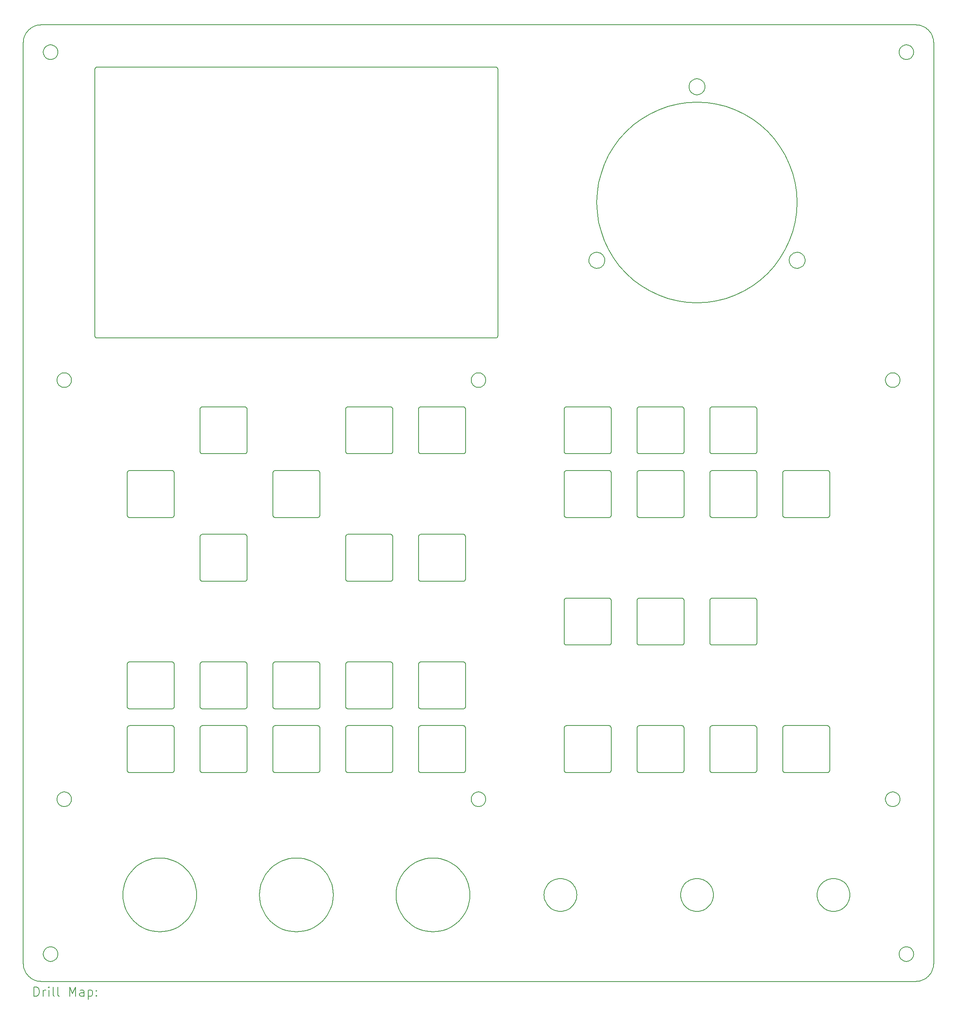
<source format=gbr>
%TF.GenerationSoftware,KiCad,Pcbnew,7.0.2-1.fc37*%
%TF.CreationDate,2023-04-28T11:32:25+01:00*%
%TF.ProjectId,grblPANEL_210x200_Front_Panel,6772626c-5041-44e4-954c-5f3231307832,A*%
%TF.SameCoordinates,Original*%
%TF.FileFunction,Drillmap*%
%TF.FilePolarity,Positive*%
%FSLAX45Y45*%
G04 Gerber Fmt 4.5, Leading zero omitted, Abs format (unit mm)*
G04 Created by KiCad (PCBNEW 7.0.2-1.fc37) date 2023-04-28 11:32:25*
%MOMM*%
%LPD*%
G01*
G04 APERTURE LIST*
%ADD10C,0.200000*%
G04 APERTURE END LIST*
D10*
X20685000Y-20465000D02*
X20685000Y-19535000D01*
X19086000Y-19525250D02*
X19087200Y-19520490D01*
X23295500Y-23544500D02*
X23262200Y-23532600D01*
X6124577Y-24358893D02*
X6138771Y-24352179D01*
X17488800Y-13915900D02*
X17490900Y-13911400D01*
X7210490Y-10972800D02*
X7205870Y-10971200D01*
X19093400Y-19507220D02*
X19096300Y-19503280D01*
X20109100Y-19511430D02*
X20111200Y-19515870D01*
X21674800Y-20514040D02*
X21669900Y-20514760D01*
X19107200Y-17706570D02*
X19103300Y-17703650D01*
X24841100Y-11824600D02*
X24847800Y-11838800D01*
X23315000Y-19535000D02*
X23315000Y-20465000D01*
X11093430Y-13907200D02*
X11096350Y-13903300D01*
X7920490Y-20512850D02*
X7915870Y-20511190D01*
X24761200Y-20952180D02*
X24775400Y-20958890D01*
X10851660Y-22890030D02*
X10885640Y-22818170D01*
X12088570Y-20509100D02*
X12084130Y-20511190D01*
X18373000Y-9298500D02*
X18369300Y-9315300D01*
X6341107Y-24424577D02*
X6347821Y-24438771D01*
X13711190Y-12515900D02*
X13712850Y-12520500D01*
X12690900Y-15311430D02*
X12693430Y-15307220D01*
X12065000Y-20515000D02*
X11135000Y-20515000D01*
X6288891Y-24366965D02*
X6301503Y-24376318D01*
X10479510Y-15287150D02*
X10484130Y-15288810D01*
X24858900Y-4775400D02*
X24852200Y-4761200D01*
X10492780Y-12493400D02*
X10496720Y-12496300D01*
X20703300Y-13503700D02*
X20699600Y-13500400D01*
X13714760Y-20469900D02*
X13714040Y-20474750D01*
X20699600Y-13899600D02*
X20703300Y-13896300D01*
X7907220Y-20506570D02*
X7903280Y-20503650D01*
X12693430Y-12507200D02*
X12696350Y-12503300D01*
X6359230Y-24515683D02*
X6356926Y-24531214D01*
X7225000Y-5025000D02*
X15975000Y-5025000D01*
X11096350Y-19096720D02*
X11093430Y-19092780D01*
X17515900Y-17711190D02*
X17511400Y-17709100D01*
X24788900Y-12033000D02*
X24775400Y-12041100D01*
X15375120Y-22964870D02*
X15394440Y-23041980D01*
X10500360Y-19100360D02*
X10496720Y-19103650D01*
X10488570Y-19490900D02*
X10492780Y-19493430D01*
X6275423Y-24358893D02*
X6288891Y-24366965D01*
X8892780Y-20506570D02*
X8888570Y-20509100D01*
X20232500Y-5510800D02*
X20228400Y-5494100D01*
X20450800Y-5292500D02*
X20467000Y-5298300D01*
X11096350Y-18103280D02*
X11099640Y-18099640D01*
X10509100Y-13488600D02*
X10506570Y-13492800D01*
X12100360Y-13899600D02*
X12103650Y-13903300D01*
X20114800Y-13930100D02*
X20115000Y-13935000D01*
X12114040Y-13925200D02*
X12114760Y-13930100D01*
X13696720Y-20503650D02*
X13692780Y-20506570D01*
X18484100Y-19488810D02*
X18488600Y-19490900D01*
X25031200Y-24656926D02*
X25015700Y-24659230D01*
X11085000Y-14865000D02*
X11085000Y-13935000D01*
X15440000Y-11900000D02*
X15440770Y-11884300D01*
X14296350Y-12503300D02*
X14299640Y-12499600D01*
X20703300Y-20503650D02*
X20699600Y-20500360D01*
X14303280Y-20503650D02*
X14299640Y-20500360D01*
X7890900Y-18111430D02*
X7893430Y-18107220D01*
X18465000Y-14915000D02*
X17535000Y-14915000D01*
X6575423Y-12041100D02*
X6561229Y-12047800D01*
X15759200Y-11884300D02*
X15760000Y-11900000D01*
X8909100Y-20488570D02*
X8906570Y-20492780D01*
X22692100Y-9418600D02*
X22677100Y-9427000D01*
X12084130Y-18088810D02*
X12088570Y-18090900D01*
X6356926Y-4731200D02*
X6353110Y-4746400D01*
X12725250Y-13514000D02*
X12720490Y-13512800D01*
X10503650Y-13496700D02*
X10500360Y-13500400D01*
X17507200Y-12493400D02*
X17511400Y-12490900D01*
X12699640Y-19100360D02*
X12696350Y-19096720D01*
X14320490Y-16312850D02*
X14315870Y-16311190D01*
X15723700Y-20998500D02*
X15733000Y-21011110D01*
X6168786Y-4543100D02*
X6184317Y-4540800D01*
X24684300Y-11740800D02*
X24700000Y-11740000D01*
X24558900Y-11824600D02*
X24567000Y-11811100D01*
X18506600Y-13492800D02*
X18503700Y-13496700D01*
X14296350Y-18103280D02*
X14299640Y-18099640D01*
X12103650Y-14896700D02*
X12100360Y-14900400D01*
X12406100Y-23120610D02*
X12410000Y-23200000D01*
X14285240Y-20469900D02*
X14285000Y-20465000D01*
X20693400Y-20492780D02*
X20690900Y-20488570D01*
X17503300Y-17703650D02*
X17499600Y-17700360D01*
X13674750Y-19485960D02*
X13679510Y-19487150D01*
X24924600Y-4558900D02*
X24938800Y-4552200D01*
X9493430Y-19507220D02*
X9496350Y-19503280D01*
X7888810Y-14884100D02*
X7887150Y-14879500D01*
X17654600Y-23454560D02*
X17628400Y-23478280D01*
X14320490Y-19487150D02*
X14325250Y-19485960D01*
X14288810Y-15315870D02*
X14290900Y-15311430D01*
X18492800Y-19493430D02*
X18496700Y-19496350D01*
X11130100Y-19485240D02*
X11135000Y-19485000D01*
X17493400Y-20492780D02*
X17490900Y-20488570D01*
X15172760Y-23772760D02*
X15113860Y-23826140D01*
X20276300Y-5583700D02*
X20264700Y-5571000D01*
X10515000Y-18135000D02*
X10515000Y-19065000D01*
X20535300Y-5349000D02*
X20545500Y-5362800D01*
X13715000Y-16265000D02*
X13714760Y-16269900D01*
X15314040Y-16274750D02*
X15312850Y-16279510D01*
X12690900Y-12511400D02*
X12693430Y-12507200D01*
X20112800Y-17679510D02*
X20111200Y-17684130D01*
X20535300Y-5571000D02*
X20523700Y-5583700D01*
X20685200Y-13469900D02*
X20685000Y-13465000D01*
X17530100Y-14914800D02*
X17525200Y-14914000D01*
X10488570Y-13509100D02*
X10484130Y-13511200D01*
X12693430Y-16292780D02*
X12690900Y-16288570D01*
X15675400Y-20958890D02*
X15688900Y-20966960D01*
X8758020Y-23994440D02*
X8679390Y-24006100D01*
X6453554Y-12053100D02*
X6438771Y-12047800D01*
X12074750Y-20514040D02*
X12069900Y-20514760D01*
X20707200Y-20506570D02*
X20703300Y-20503650D01*
X14303280Y-18096350D02*
X14307220Y-18093430D01*
X15600000Y-21260000D02*
X15584320Y-21259230D01*
X8909100Y-18111430D02*
X8911190Y-18115870D01*
X23303700Y-20496720D02*
X23300400Y-20500360D01*
X21669900Y-20514760D02*
X21665000Y-20515000D01*
X24886900Y-4586900D02*
X24898500Y-4576300D01*
X24540000Y-21100000D02*
X24540800Y-21084320D01*
X19087200Y-13920500D02*
X19088800Y-13915900D01*
X15312850Y-15320490D02*
X15314040Y-15325250D01*
X23265000Y-20515000D02*
X22335000Y-20515000D01*
X7896350Y-20496720D02*
X7893430Y-20492780D01*
X8900360Y-14900400D02*
X8896720Y-14903700D01*
X14296350Y-19096720D02*
X14293430Y-19092780D01*
X24668800Y-12056900D02*
X24653600Y-12053100D01*
X7903280Y-20503650D02*
X7899640Y-20500360D01*
X24731200Y-21256930D02*
X24715700Y-21259230D01*
X23269900Y-20514760D02*
X23265000Y-20515000D01*
X24611100Y-11767000D02*
X24624600Y-11758900D01*
X22307200Y-14906600D02*
X22303300Y-14903700D01*
X13703650Y-18103280D02*
X13706570Y-18107220D01*
X9050010Y-22526510D02*
X9113860Y-22573860D01*
X24852200Y-24561229D02*
X24846900Y-24546446D01*
X15584320Y-20940770D02*
X15600000Y-20940000D01*
X6575423Y-11758900D02*
X6588891Y-11767000D01*
X15713100Y-21213140D02*
X15701500Y-21223680D01*
X8909970Y-22451660D02*
X8981830Y-22485640D01*
X16002800Y-5033400D02*
X16006700Y-5036300D01*
X23309100Y-19511430D02*
X23311200Y-19515870D01*
X20092800Y-13893400D02*
X20096700Y-13896300D01*
X15314760Y-16269900D02*
X15314040Y-16274750D01*
X13696720Y-16303650D02*
X13692780Y-16306570D01*
X23230300Y-23517490D02*
X23200000Y-23499330D01*
X6601500Y-12023700D02*
X6588891Y-12033000D01*
X8981830Y-22485640D02*
X9050010Y-22526510D01*
X15269900Y-20514760D02*
X15265000Y-20515000D01*
X18488600Y-13890900D02*
X18492800Y-13893400D01*
X6588891Y-20966960D02*
X6601500Y-20976320D01*
X22285200Y-13930100D02*
X22286000Y-13925200D01*
X8865000Y-19485000D02*
X8869900Y-19485240D01*
X20571600Y-5494100D02*
X20567500Y-5510800D01*
X24543100Y-21131210D02*
X24540800Y-21115680D01*
X18496700Y-14903700D02*
X18492800Y-14906600D01*
X15452180Y-11961200D02*
X15446890Y-11946400D01*
X24833000Y-11811100D02*
X24841100Y-11824600D01*
X18699400Y-6604300D02*
X18844400Y-6444400D01*
X20699300Y-23400010D02*
X20678300Y-23428380D01*
X15476320Y-12001500D02*
X15466960Y-11988900D01*
X6647820Y-11838800D02*
X6653110Y-11853600D01*
X21714000Y-19525250D02*
X21714800Y-19530100D01*
X12730100Y-19485240D02*
X12735000Y-19485000D01*
X10488570Y-19109100D02*
X10484130Y-19111190D01*
X15975000Y-10975000D02*
X7225000Y-10975000D01*
X20703300Y-17703650D02*
X20699600Y-17700360D01*
X18242300Y-7570800D02*
X18294700Y-7361400D01*
X23284100Y-20511190D02*
X23279500Y-20512850D01*
X7888810Y-18115870D02*
X7890900Y-18111430D01*
X9485960Y-13474800D02*
X9485240Y-13469900D01*
X17145400Y-23454560D02*
X17121700Y-23428380D01*
X6000000Y-25100000D02*
X25200000Y-25100000D01*
X24746400Y-21253110D02*
X24731200Y-21256930D01*
X19362900Y-9940200D02*
X19177700Y-9829200D01*
X24684300Y-20940770D02*
X24700000Y-20940000D01*
X21038600Y-5894700D02*
X21241900Y-5967500D01*
X11135000Y-18085000D02*
X12065000Y-18085000D01*
X15315000Y-15335000D02*
X15315000Y-16265000D01*
X24543100Y-11931200D02*
X24540800Y-11915700D01*
X25482800Y-24982843D02*
X25509200Y-24953757D01*
X12690900Y-16288570D02*
X12688810Y-16284130D01*
X15568790Y-20943070D02*
X15584320Y-20940770D01*
X18474800Y-13886000D02*
X18479500Y-13887200D01*
X18514000Y-17674750D02*
X18512800Y-17679510D01*
X6468786Y-20943070D02*
X6484317Y-20940770D01*
X8896720Y-13896300D02*
X8900360Y-13899600D01*
X13684130Y-18088810D02*
X13688570Y-18090900D01*
X20720500Y-20512850D02*
X20715900Y-20511190D01*
X6358893Y-11824600D02*
X6366965Y-11811100D01*
X7907220Y-19493430D02*
X7911430Y-19490900D01*
X11520610Y-24006100D02*
X11441980Y-23994440D01*
X13711190Y-13484100D02*
X13709100Y-13488600D01*
X9503280Y-19496350D02*
X9507220Y-19493430D01*
X13669900Y-12485200D02*
X13674750Y-12486000D01*
X15306570Y-20492780D02*
X15303650Y-20496720D01*
X24576300Y-21201500D02*
X24567000Y-21188890D01*
X7893430Y-20492780D02*
X7890900Y-20488570D01*
X25113100Y-4813100D02*
X25101500Y-4823700D01*
X13703650Y-15303280D02*
X13706570Y-15307220D01*
X6500000Y-12060000D02*
X6484317Y-12059200D01*
X14299640Y-12499600D02*
X14303280Y-12496300D01*
X11520610Y-22393900D02*
X11600000Y-22390000D01*
X20758300Y-23164710D02*
X20760000Y-23200000D01*
X11107220Y-19106570D02*
X11103280Y-19103650D01*
X23699300Y-22999990D02*
X23717500Y-23030300D01*
X20730100Y-16685240D02*
X20735000Y-16685000D01*
X20096700Y-20503650D02*
X20092800Y-20506570D01*
X21684100Y-17711190D02*
X21679500Y-17712850D01*
X6531214Y-20943070D02*
X6546446Y-20946890D01*
X17490900Y-13488600D02*
X17488800Y-13484100D01*
X13715000Y-20465000D02*
X13714760Y-20469900D01*
X24843100Y-4668800D02*
X24846900Y-4653600D01*
X12685240Y-16269900D02*
X12685000Y-16265000D01*
X12114040Y-14874800D02*
X12112850Y-14879500D01*
X13688570Y-12490900D02*
X13692780Y-12493400D01*
X20103700Y-13903300D02*
X20106600Y-13907200D01*
X12100360Y-14900400D02*
X12096720Y-14903700D01*
X12406100Y-23279390D02*
X12394440Y-23358020D01*
X20715900Y-13888800D02*
X20720500Y-13887200D01*
X24846900Y-24546446D02*
X24843100Y-24531214D01*
X19115900Y-17711190D02*
X19111400Y-17709100D01*
X11027240Y-22627240D02*
X11086140Y-22573860D01*
X9487150Y-19520490D02*
X9488810Y-19515870D01*
X10479510Y-12487200D02*
X10484130Y-12488800D01*
X23678300Y-22971620D02*
X23699300Y-22999990D01*
X20654600Y-22945440D02*
X20678300Y-22971620D01*
X6046890Y-24546446D02*
X6043074Y-24531214D01*
X25123700Y-24601503D02*
X25113100Y-24613137D01*
X12109100Y-14888600D02*
X12106570Y-14892800D01*
X6438771Y-12047800D02*
X6424577Y-12041100D01*
X13711190Y-15315870D02*
X13712850Y-15320490D01*
X24715700Y-20940770D02*
X24731200Y-20943070D01*
X7175960Y-5065200D02*
X7177150Y-5060500D01*
X12707220Y-19493430D02*
X12711430Y-19490900D01*
X20114000Y-19525250D02*
X20114800Y-19530100D01*
X20497200Y-5605500D02*
X20482500Y-5614300D01*
X20171600Y-23478280D02*
X20145400Y-23454560D01*
X14315870Y-18088810D02*
X14320490Y-18087150D01*
X23699300Y-23400010D02*
X23678300Y-23428380D01*
X12109100Y-19511430D02*
X12111190Y-19515870D01*
X6246446Y-4546900D02*
X6261229Y-4552200D01*
X6358893Y-11975400D02*
X6352179Y-11961200D01*
X18465000Y-16685000D02*
X18469900Y-16685240D01*
X11090900Y-14888600D02*
X11088810Y-14884100D01*
X13706570Y-16292780D02*
X13703650Y-16296720D01*
X18107900Y-9418600D02*
X18093800Y-9408800D01*
X22429300Y-9230300D02*
X22434000Y-9213700D01*
X14303280Y-12496300D02*
X14307220Y-12493400D01*
X17329800Y-23553080D02*
X17295500Y-23544500D01*
X9485240Y-16269900D02*
X9485000Y-16265000D01*
X20065000Y-13515000D02*
X19135000Y-13515000D01*
X20707200Y-12493400D02*
X20711400Y-12490900D01*
X11087150Y-19520490D02*
X11088810Y-19515870D01*
X15050010Y-22526510D02*
X15113860Y-22573860D01*
X24788900Y-20966960D02*
X24801500Y-20976320D01*
X17525200Y-19485960D02*
X17530100Y-19485240D01*
X11099640Y-20500360D02*
X11096350Y-20496720D01*
X15747800Y-21161230D02*
X15741100Y-21175420D01*
X20121700Y-22971620D02*
X20145400Y-22945440D01*
X18512800Y-14879500D02*
X18511200Y-14884100D01*
X18512800Y-17679510D02*
X18511200Y-17684130D01*
X12696350Y-19096720D02*
X12693430Y-19092780D01*
X6275423Y-4841100D02*
X6261229Y-4847800D01*
X6601500Y-21223680D02*
X6588891Y-21233040D01*
X12088570Y-19109100D02*
X12084130Y-19111190D01*
X8896720Y-19103650D02*
X8892780Y-19106570D01*
X20693400Y-13492800D02*
X20690900Y-13488600D01*
X7973860Y-23713860D02*
X7926510Y-23650010D01*
X7220100Y-10974800D02*
X7215250Y-10974000D01*
X12103650Y-19096720D02*
X12100360Y-19100360D01*
X24876300Y-24601503D02*
X24867000Y-24588891D01*
X13684130Y-19488810D02*
X13688570Y-19490900D01*
X22288800Y-14884100D02*
X22287200Y-14879500D01*
X10514760Y-13469900D02*
X10514040Y-13474800D01*
X21696700Y-17703650D02*
X21692800Y-17706570D01*
X20109100Y-14888600D02*
X20106600Y-14892800D01*
X15756900Y-21068790D02*
X15759200Y-21084320D01*
X21692800Y-14906600D02*
X21688600Y-14909100D01*
X22287200Y-19520490D02*
X22288800Y-19515870D01*
X23295500Y-22855500D02*
X23329800Y-22846920D01*
X20523700Y-5336300D02*
X20535300Y-5349000D01*
X24911100Y-4567000D02*
X24924600Y-4558900D01*
X20109100Y-16711430D02*
X20111200Y-16715870D01*
X15269900Y-18085240D02*
X15274750Y-18085960D01*
X14293430Y-19507220D02*
X14296350Y-19503280D01*
X20628400Y-23478280D02*
X20600000Y-23499330D01*
X20088600Y-13509100D02*
X20084100Y-13511200D01*
X23329800Y-23553080D02*
X23295500Y-23544500D01*
X19090900Y-13488600D02*
X19088800Y-13484100D01*
X17537800Y-23532600D02*
X17504500Y-23544500D01*
X20262200Y-22867400D02*
X20295500Y-22855500D01*
X18500400Y-19499640D02*
X18503700Y-19503280D01*
X18503700Y-16703280D02*
X18506600Y-16707220D01*
X7885960Y-13925200D02*
X7887150Y-13920500D01*
X20482500Y-5305700D02*
X20497200Y-5314500D01*
X18098400Y-9127800D02*
X18112800Y-9118400D01*
X12685960Y-16274750D02*
X12685240Y-16269900D01*
X14293430Y-16292780D02*
X14290900Y-16288570D01*
X6046890Y-4653600D02*
X6052179Y-4638800D01*
X20112800Y-16720490D02*
X20114000Y-16725250D01*
X6341107Y-4775400D02*
X6333035Y-4788900D01*
X18484100Y-12488800D02*
X18488600Y-12490900D01*
X15300360Y-20500360D02*
X15296720Y-20503650D01*
X24598500Y-21223680D02*
X24586900Y-21213140D01*
X6352179Y-11961200D02*
X6346890Y-11946400D01*
X10484130Y-19488810D02*
X10488570Y-19490900D01*
X6660000Y-21100000D02*
X6659230Y-21115680D01*
X17507200Y-13893400D02*
X17511400Y-13890900D01*
X9485240Y-12530100D02*
X9485960Y-12525200D01*
X11135000Y-20515000D02*
X11130100Y-20514760D01*
X6531214Y-21256930D02*
X6515683Y-21259230D01*
X8892780Y-19106570D02*
X8888570Y-19109100D01*
X22285000Y-13935000D02*
X22285200Y-13930100D01*
X15458890Y-11824600D02*
X15466960Y-11811100D01*
X8869900Y-13885200D02*
X8874750Y-13886000D01*
X19111400Y-16690900D02*
X19115900Y-16688810D01*
X17496300Y-17696720D02*
X17493400Y-17692780D01*
X21715000Y-20465000D02*
X21714800Y-20469900D01*
X17493400Y-13907200D02*
X17496300Y-13903300D01*
X20730100Y-20514760D02*
X20725200Y-20514040D01*
X13714040Y-20474750D02*
X13712850Y-20479510D01*
X17490900Y-13911400D02*
X17493400Y-13907200D01*
X6098497Y-24376318D02*
X6111109Y-24366965D01*
X21684100Y-16688810D02*
X21688600Y-16690900D01*
X10496720Y-12496300D02*
X10500360Y-12499600D01*
X15989500Y-10972800D02*
X15984800Y-10974000D01*
X15553550Y-12053100D02*
X15538770Y-12047800D01*
X15309100Y-18111430D02*
X15311190Y-18115870D01*
X20065000Y-17715000D02*
X19135000Y-17715000D01*
X18138700Y-9433800D02*
X18122900Y-9427000D01*
X12114040Y-19525250D02*
X12114760Y-19530100D01*
X18511200Y-13484100D02*
X18509100Y-13488600D01*
X11441980Y-22405560D02*
X11520610Y-22393900D01*
X22303300Y-19496350D02*
X22307200Y-19493430D01*
X7935000Y-14915000D02*
X7930100Y-14914800D01*
X20096700Y-13896300D02*
X20100400Y-13899600D01*
X18058000Y-9371900D02*
X18048700Y-9357500D01*
X20115000Y-12535000D02*
X20115000Y-13465000D01*
X12109100Y-13911400D02*
X12111190Y-13915900D01*
X15979900Y-5025200D02*
X15984800Y-5026000D01*
X24813100Y-12013100D02*
X24801500Y-12023700D01*
X14086140Y-23826140D02*
X14027240Y-23772760D01*
X6301503Y-24376318D02*
X6313137Y-24386863D01*
X15309100Y-16288570D02*
X15306570Y-16292780D01*
X5846927Y-25069552D02*
X5883886Y-25082776D01*
X20720500Y-13512800D02*
X20715900Y-13511200D01*
X15443070Y-21068790D02*
X15446890Y-21053550D01*
X18080700Y-9397700D02*
X18068700Y-9385400D01*
X24653600Y-20946890D02*
X24668800Y-20943070D01*
X20400000Y-23560000D02*
X20364700Y-23558270D01*
X19103300Y-20503650D02*
X19099600Y-20500360D01*
X20730100Y-14914800D02*
X20725200Y-14914000D01*
X20711400Y-20509100D02*
X20707200Y-20506570D01*
X8869900Y-19485240D02*
X8874750Y-19485960D01*
X13688570Y-20509100D02*
X13684130Y-20511190D01*
X22340200Y-9037100D02*
X22229200Y-9222300D01*
X14325250Y-16314040D02*
X14320490Y-16312850D01*
X20079500Y-17712850D02*
X20074800Y-17714040D01*
X6468786Y-11743100D02*
X6484317Y-11740800D01*
X21665000Y-17715000D02*
X20735000Y-17715000D01*
X15311190Y-13484100D02*
X15309100Y-13488600D01*
X22560000Y-9440400D02*
X22543500Y-9435700D01*
X13692780Y-12493400D02*
X13696720Y-12496300D01*
X17230300Y-22882510D02*
X17262200Y-22867400D01*
X20687200Y-12520500D02*
X20688800Y-12515900D01*
X15701500Y-11776300D02*
X15713100Y-11786900D01*
X20069900Y-13514800D02*
X20065000Y-13515000D01*
X6468786Y-12056900D02*
X6453554Y-12053100D01*
X10479510Y-13512800D02*
X10474750Y-13514000D01*
X20088600Y-16690900D02*
X20092800Y-16693430D01*
X21665000Y-13885000D02*
X21669900Y-13885200D01*
X20537800Y-23532600D02*
X20504500Y-23544500D01*
X20693400Y-12507200D02*
X20696300Y-12503300D01*
X24898500Y-24623682D02*
X24886900Y-24613137D01*
X13692780Y-20506570D02*
X13688570Y-20509100D01*
X21665000Y-19485000D02*
X21669900Y-19485240D01*
X20735000Y-14915000D02*
X20730100Y-14914800D01*
X9226140Y-23713860D02*
X9172760Y-23772760D01*
X21692800Y-16693430D02*
X21696700Y-16696350D01*
X12111190Y-14884100D02*
X12109100Y-14888600D01*
X8914040Y-18125250D02*
X8914760Y-18130100D01*
X6340000Y-11900000D02*
X6340770Y-11884300D01*
X22605400Y-9095100D02*
X22622500Y-9096500D01*
X8911190Y-19084130D02*
X8909100Y-19088570D01*
X6453554Y-20946890D02*
X6468786Y-20943070D01*
X19099600Y-12499600D02*
X19103300Y-12496300D01*
X14287150Y-15320490D02*
X14288810Y-15315870D01*
X7177150Y-10939500D02*
X7175960Y-10934800D01*
X20084100Y-12488800D02*
X20088600Y-12490900D01*
X23296700Y-13896300D02*
X23300400Y-13899600D01*
X10511190Y-20484130D02*
X10509100Y-20488570D01*
X6040770Y-24484317D02*
X6043074Y-24468786D01*
X9490900Y-19088570D02*
X9488810Y-19084130D01*
X18488600Y-16690900D02*
X18492800Y-16693430D01*
X15296720Y-13503700D02*
X15292780Y-13506600D01*
X20482500Y-5614300D02*
X20467000Y-5621700D01*
X20264700Y-5571000D02*
X20254500Y-5557200D01*
X12720490Y-16312850D02*
X12715870Y-16311190D01*
X14909970Y-22451660D02*
X14981830Y-22485640D01*
X24567000Y-21011110D02*
X24576300Y-20998500D01*
X6653110Y-11853600D02*
X6656930Y-11868800D01*
X16019100Y-5051400D02*
X16021200Y-5055900D01*
X20096700Y-19496350D02*
X20100400Y-19499640D01*
X14287150Y-19520490D02*
X14288810Y-19515870D01*
X20092800Y-17706570D02*
X20088600Y-17709100D01*
X25160000Y-24500000D02*
X25159200Y-24515683D01*
X17488800Y-16715870D02*
X17490900Y-16711430D01*
X9535000Y-19115000D02*
X9530100Y-19114760D01*
X20114000Y-16725250D02*
X20114800Y-16730100D01*
X6588891Y-11767000D02*
X6601500Y-11776300D01*
X20400000Y-5800000D02*
X20615600Y-5810600D01*
X20687200Y-20479510D02*
X20686000Y-20474750D01*
X15446890Y-11853600D02*
X15452180Y-11838800D01*
X20065000Y-19485000D02*
X20069900Y-19485240D01*
X10514760Y-19530100D02*
X10515000Y-19535000D01*
X13688570Y-15290900D02*
X13692780Y-15293430D01*
X9525250Y-16314040D02*
X9520490Y-16312850D01*
X15733000Y-11811100D02*
X15741100Y-11824600D01*
X10506570Y-19507220D02*
X10509100Y-19511430D01*
X12115000Y-18135000D02*
X12115000Y-19065000D01*
X20317500Y-5614300D02*
X20302800Y-5605500D01*
X11758020Y-23994440D02*
X11679390Y-24006100D01*
X6359230Y-4684300D02*
X6360000Y-4700000D01*
X6168786Y-4856900D02*
X6153554Y-4853100D01*
X7893430Y-13907200D02*
X7896350Y-13903300D01*
X24823700Y-12001500D02*
X24813100Y-12013100D01*
X18511200Y-14884100D02*
X18509100Y-14888600D01*
X11103280Y-19496350D02*
X11107220Y-19493430D01*
X11107220Y-18093430D02*
X11111430Y-18090900D01*
X20245700Y-5377500D02*
X20254500Y-5362800D01*
X20554300Y-5542500D02*
X20545500Y-5557200D01*
X18515000Y-13465000D02*
X18514800Y-13469900D01*
X8906570Y-19092780D02*
X8903650Y-19096720D01*
X11096350Y-13903300D02*
X11099640Y-13899600D01*
X11085000Y-19065000D02*
X11085000Y-18135000D01*
X17535000Y-13885000D02*
X18465000Y-13885000D01*
X23292800Y-20506570D02*
X23288600Y-20509100D01*
X10824880Y-22964870D02*
X10851660Y-22890030D01*
X23314000Y-14874800D02*
X23312800Y-14879500D01*
X12685000Y-20465000D02*
X12685000Y-19535000D01*
X24700000Y-20940000D02*
X24715700Y-20940770D01*
X15269900Y-16314760D02*
X15265000Y-16315000D01*
X25015700Y-4540800D02*
X25031200Y-4543100D01*
X10503650Y-16296720D02*
X10500360Y-16300360D01*
X7205870Y-5028800D02*
X7210490Y-5027200D01*
X11120490Y-19487150D02*
X11125250Y-19485960D01*
X6647820Y-11961200D02*
X6641110Y-11975400D01*
X23364700Y-22841730D02*
X23400000Y-22840000D01*
X23055500Y-23304500D02*
X23046900Y-23270230D01*
X21700400Y-17700360D02*
X21696700Y-17703650D01*
X20744500Y-23095500D02*
X20753100Y-23129770D01*
X17535000Y-14915000D02*
X17530100Y-14914800D01*
X6386863Y-12013100D02*
X6376318Y-12001500D01*
X23311200Y-19515870D02*
X23312800Y-19520490D01*
X14288810Y-16284130D02*
X14287150Y-16279510D01*
X14285000Y-20465000D02*
X14285000Y-19535000D01*
X18514000Y-20474750D02*
X18512800Y-20479510D01*
X14315870Y-15288810D02*
X14320490Y-15287150D01*
X12715870Y-13511200D02*
X12711430Y-13509100D01*
X8909100Y-13911400D02*
X8911190Y-13915900D01*
X17515900Y-12488800D02*
X17520500Y-12487200D01*
X9535000Y-13515000D02*
X9530100Y-13514800D01*
X6168786Y-24343074D02*
X6184317Y-24340770D01*
X12114760Y-13930100D02*
X12115000Y-13935000D01*
X17515900Y-20511190D02*
X17511400Y-20509100D01*
X20735000Y-17715000D02*
X20730100Y-17714760D01*
X20725200Y-16685960D02*
X20730100Y-16685240D01*
X7175000Y-10925000D02*
X7175000Y-5075000D01*
X24840000Y-4700000D02*
X24840800Y-4684300D01*
X10514760Y-20469900D02*
X10514040Y-20474750D01*
X18570800Y-6777700D02*
X18699400Y-6604300D01*
X14290900Y-19088570D02*
X14288810Y-19084130D01*
X22442800Y-9347400D02*
X22435900Y-9331600D01*
X15713100Y-20986860D02*
X15723700Y-20998500D01*
X14758020Y-23994440D02*
X14679390Y-24006100D01*
X17067400Y-23337770D02*
X17055500Y-23304500D01*
X20364700Y-22841730D02*
X20400000Y-22840000D01*
X25153100Y-4653600D02*
X25156900Y-4668800D01*
X12730100Y-19114760D02*
X12725250Y-19114040D01*
X21709100Y-17688570D02*
X21706600Y-17692780D01*
X7890900Y-19511430D02*
X7893430Y-19507220D01*
X24624600Y-11758900D02*
X24638800Y-11752200D01*
X6575423Y-20958890D02*
X6588891Y-20966960D01*
X7885640Y-23581830D02*
X7851660Y-23509970D01*
X9273490Y-23650010D02*
X9226140Y-23713860D01*
X20707200Y-16693430D02*
X20711400Y-16690900D01*
X14303280Y-13503700D02*
X14299640Y-13500400D01*
X20688800Y-20484130D02*
X20687200Y-20479510D01*
X20106600Y-13492800D02*
X20103700Y-13496700D01*
X24846900Y-4746400D02*
X24843100Y-4731200D01*
X11364870Y-23975120D02*
X11290030Y-23948340D01*
X18506600Y-12507200D02*
X18509100Y-12511400D01*
X21688600Y-20509100D02*
X21684100Y-20511190D01*
X7890900Y-14888600D02*
X7888810Y-14884100D01*
X25046400Y-4853100D02*
X25031200Y-4856900D01*
X21622300Y-6170800D02*
X21795700Y-6299400D01*
X14287150Y-12520500D02*
X14288810Y-12515900D01*
X21712800Y-17679510D02*
X21711200Y-17684130D01*
X19111400Y-20509100D02*
X19107200Y-20506570D01*
X5601926Y-4460800D02*
X5600000Y-4500000D01*
X20686000Y-13474800D02*
X20685200Y-13469900D01*
X7851660Y-23509970D02*
X7824880Y-23435130D01*
X15273490Y-23650010D02*
X15226140Y-23713860D01*
X10851660Y-23509970D02*
X10824880Y-23435130D01*
X20699600Y-13500400D02*
X20696300Y-13496700D01*
X23364700Y-23558270D02*
X23329800Y-23553080D01*
X15446890Y-21053550D02*
X15452180Y-21038770D01*
X17400000Y-22840000D02*
X17435300Y-22841730D01*
X15524580Y-21241110D02*
X15511110Y-21233040D01*
X21692800Y-19493430D02*
X21696700Y-19496350D01*
X12685000Y-12535000D02*
X12685240Y-12530100D01*
X6546446Y-20946890D02*
X6561229Y-20952180D01*
X24859200Y-21115680D02*
X24856900Y-21131210D01*
X13665000Y-12485000D02*
X13669900Y-12485200D01*
X6633040Y-11811100D02*
X6641110Y-11824600D01*
X8884130Y-13888800D02*
X8888570Y-13890900D01*
X5883886Y-25082776D02*
X5921964Y-25092314D01*
X18465000Y-19485000D02*
X18469900Y-19485240D01*
X19107200Y-19493430D02*
X19111400Y-19490900D01*
X20114800Y-14869900D02*
X20114000Y-14874800D01*
X20333000Y-5621700D02*
X20317500Y-5614300D01*
X18500400Y-12499600D02*
X18503700Y-12503300D01*
X12711430Y-19490900D02*
X12715870Y-19488810D01*
X18211700Y-9095400D02*
X18228800Y-9097300D01*
X12687150Y-16279510D02*
X12685960Y-16274750D01*
X25153100Y-4746400D02*
X25147800Y-4761200D01*
X22661300Y-9433800D02*
X22645000Y-9439000D01*
X15701500Y-21223680D02*
X15688900Y-21233040D01*
X19115900Y-14911200D02*
X19111400Y-14909100D01*
X20711400Y-13890900D02*
X20715900Y-13888800D01*
X15296720Y-16303650D02*
X15292780Y-16306570D01*
X10479510Y-19487150D02*
X10484130Y-19488810D01*
X12696350Y-16296720D02*
X12693430Y-16292780D01*
X7911430Y-18090900D02*
X7915870Y-18088810D01*
X7893430Y-14892800D02*
X7890900Y-14888600D01*
X7193280Y-10963700D02*
X7189640Y-10960400D01*
X6261229Y-24647821D02*
X6246446Y-24653110D01*
X11120490Y-20512850D02*
X11115870Y-20511190D01*
X14288810Y-18115870D02*
X14290900Y-18111430D01*
X14285960Y-19074750D02*
X14285240Y-19069900D01*
X19088800Y-19515870D02*
X19090900Y-19511430D01*
X14293430Y-12507200D02*
X14296350Y-12503300D01*
X6468786Y-21256930D02*
X6453554Y-21253110D01*
X21955600Y-6444400D02*
X22100600Y-6604300D01*
X15466960Y-11811100D02*
X15476320Y-11798500D01*
X24653600Y-12053100D02*
X24638800Y-12047800D01*
X6043074Y-4731200D02*
X6040770Y-4715700D01*
X9515870Y-12488800D02*
X9520490Y-12487200D01*
X17753100Y-23129770D02*
X17758300Y-23164710D01*
X6659230Y-21115680D02*
X6656930Y-21131210D01*
X19093400Y-13907200D02*
X19096300Y-13903300D01*
X12084130Y-20511190D02*
X12079510Y-20512850D01*
X10515000Y-16265000D02*
X10514760Y-16269900D01*
X14299640Y-19499640D02*
X14303280Y-19496350D01*
X6086863Y-24386863D02*
X6098497Y-24376318D01*
X21711200Y-13484100D02*
X21709100Y-13488600D01*
X16013700Y-5043300D02*
X16016600Y-5047200D01*
X23311200Y-14884100D02*
X23309100Y-14888600D01*
X22330100Y-20514760D02*
X22325200Y-20514040D01*
X10500360Y-15299640D02*
X10503650Y-15303280D01*
X20600000Y-23499330D02*
X20569700Y-23517490D01*
X12375120Y-22964870D02*
X12394440Y-23041980D01*
X24823700Y-20998500D02*
X24833000Y-21011110D01*
X17753100Y-23270230D02*
X17744500Y-23304500D01*
X11027240Y-23772760D02*
X10973860Y-23713860D01*
X24843100Y-24531214D02*
X24840800Y-24515683D01*
X10484130Y-12488800D02*
X10488570Y-12490900D01*
X12103650Y-13903300D02*
X12106570Y-13907200D01*
X23435300Y-23558270D02*
X23400000Y-23560000D01*
X17678300Y-23428380D02*
X17654600Y-23454560D01*
X11218170Y-23914360D02*
X11149990Y-23873490D01*
X20225800Y-5477200D02*
X20225000Y-5460000D01*
X17486000Y-13474800D02*
X17485200Y-13469900D01*
X23303700Y-13903300D02*
X23306600Y-13907200D01*
X23279500Y-20512850D02*
X23274800Y-20514040D01*
X17145400Y-22945440D02*
X17171600Y-22921720D01*
X6641110Y-21175420D02*
X6633040Y-21188890D01*
X19090900Y-14888600D02*
X19088800Y-14884100D01*
X24813100Y-20986860D02*
X24823700Y-20998500D01*
X21714800Y-19530100D02*
X21715000Y-19535000D01*
X18514000Y-16725250D02*
X18514800Y-16730100D01*
X21715000Y-19535000D02*
X21715000Y-20465000D01*
X12730100Y-18085240D02*
X12735000Y-18085000D01*
X19086000Y-12525200D02*
X19087200Y-12520500D01*
X7907220Y-19106570D02*
X7903280Y-19103650D01*
X19085000Y-20465000D02*
X19085000Y-19535000D01*
X13679510Y-20512850D02*
X13674750Y-20514040D01*
X25598100Y-24739207D02*
X25600000Y-24700000D01*
X25147800Y-24438771D02*
X25153100Y-24453554D01*
X20690900Y-13488600D02*
X20688800Y-13484100D01*
X5630448Y-4346900D02*
X5617224Y-4383900D01*
X23296700Y-19496350D02*
X23300400Y-19499640D01*
X19120500Y-19487150D02*
X19125200Y-19485960D01*
X10465000Y-19115000D02*
X9535000Y-19115000D01*
X7911430Y-13890900D02*
X7915870Y-13888800D01*
X6515683Y-20940770D02*
X6531214Y-20943070D01*
X13703650Y-12503300D02*
X13706570Y-12507200D01*
X17507200Y-14906600D02*
X17503300Y-14903700D01*
X18245600Y-9101000D02*
X18261900Y-9106200D01*
X12725250Y-20514040D02*
X12720490Y-20512850D01*
X20111200Y-12515900D02*
X20112800Y-12520500D01*
X17515900Y-13888800D02*
X17520500Y-13887200D01*
X24586900Y-21213140D02*
X24576300Y-21201500D01*
X17496300Y-16703280D02*
X17499600Y-16699640D01*
X20696300Y-14896700D02*
X20693400Y-14892800D01*
X15279510Y-19112850D02*
X15274750Y-19114040D01*
X20055500Y-23095500D02*
X20067400Y-23062230D01*
X18492800Y-13893400D02*
X18496700Y-13896300D01*
X6366965Y-11811100D02*
X6376318Y-11798500D01*
X8086140Y-23826140D02*
X8027240Y-23772760D01*
X20715900Y-14911200D02*
X20711400Y-14909100D01*
X13692780Y-19493430D02*
X13696720Y-19496350D01*
X6653110Y-21146450D02*
X6647820Y-21161230D01*
X12685000Y-19535000D02*
X12685240Y-19530100D01*
X21709100Y-16711430D02*
X21711200Y-16715870D01*
X24552200Y-21161230D02*
X24546900Y-21146450D01*
X22589400Y-8215600D02*
X22557700Y-8429200D01*
X25316100Y-4117200D02*
X25278000Y-4107700D01*
X11096350Y-14896700D02*
X11093430Y-14892800D01*
X13712850Y-19520490D02*
X13714040Y-19525250D01*
X6647820Y-21038770D02*
X6653110Y-21053550D01*
X20497200Y-5314500D02*
X20511000Y-5324700D01*
X6453554Y-21253110D02*
X6438771Y-21247820D01*
X23082500Y-23369700D02*
X23067400Y-23337770D01*
X12069900Y-14914800D02*
X12065000Y-14915000D01*
X14320490Y-12487200D02*
X14325250Y-12486000D01*
X20707200Y-19493430D02*
X20711400Y-19490900D01*
X11093430Y-19092780D02*
X11090900Y-19088570D01*
X18188800Y-9444600D02*
X18171800Y-9442700D01*
X6352179Y-21161230D02*
X6346890Y-21146450D01*
X15443070Y-11931200D02*
X15440770Y-11915700D01*
X14288810Y-12515900D02*
X14290900Y-12511400D01*
X12690900Y-13488600D02*
X12688810Y-13484100D01*
X21674800Y-19485960D02*
X21679500Y-19487150D01*
X17569700Y-22882510D02*
X17600000Y-22900670D01*
X20717500Y-23369700D02*
X20699300Y-23400010D01*
X6546446Y-11746900D02*
X6561229Y-11752200D01*
X21714800Y-20469900D02*
X21714000Y-20474750D01*
X20678300Y-22971620D02*
X20699300Y-22999990D01*
X8879510Y-20512850D02*
X8874750Y-20514040D01*
X17732600Y-23337770D02*
X17717500Y-23369700D01*
X12685240Y-15330100D02*
X12685960Y-15325250D01*
X6313137Y-4813100D02*
X6301503Y-4823700D01*
X12112850Y-19079510D02*
X12111190Y-19084130D01*
X6340770Y-21115680D02*
X6340000Y-21100000D01*
X8914040Y-19074750D02*
X8912850Y-19079510D01*
X20434100Y-5288400D02*
X20450800Y-5292500D01*
X9535000Y-18085000D02*
X10465000Y-18085000D01*
X15723700Y-21201500D02*
X15713100Y-21213140D01*
X25388600Y-25052768D02*
X25422200Y-25032588D01*
X11090900Y-19511430D02*
X11093430Y-19507220D01*
X6231214Y-24656926D02*
X6215683Y-24659230D01*
X11103280Y-20503650D02*
X11099640Y-20500360D01*
X17486000Y-16725250D02*
X17487200Y-16720490D01*
X13674750Y-20514040D02*
X13669900Y-20514760D01*
X6343074Y-11868800D02*
X6346890Y-11853600D01*
X20688800Y-16715870D02*
X20690900Y-16711430D01*
X12707220Y-18093430D02*
X12711430Y-18090900D01*
X19086000Y-14874800D02*
X19085200Y-14869900D01*
X11111430Y-18090900D02*
X11115870Y-18088810D01*
X20569700Y-22882510D02*
X20600000Y-22900670D01*
X7903280Y-19103650D02*
X7899640Y-19100360D01*
X15688900Y-12033000D02*
X15675400Y-12041100D01*
X6138771Y-4552200D02*
X6153554Y-4546900D01*
X25159200Y-24484317D02*
X25160000Y-24500000D01*
X6124577Y-24641107D02*
X6111109Y-24633035D01*
X18469900Y-12485200D02*
X18474800Y-12486000D01*
X21679500Y-20512850D02*
X21674800Y-20514040D01*
X20537800Y-22867400D02*
X20569700Y-22882510D01*
X14311430Y-20509100D02*
X14307220Y-20506570D01*
X13706570Y-15307220D02*
X13709100Y-15311430D01*
X9496350Y-12503300D02*
X9499640Y-12499600D01*
X18048700Y-9357500D02*
X18040900Y-9342200D01*
X19125200Y-20514040D02*
X19120500Y-20512850D01*
X22742000Y-9371900D02*
X22731300Y-9385400D01*
X21714000Y-13474800D02*
X21712800Y-13479500D01*
X18496700Y-13503700D02*
X18492800Y-13506600D01*
X20106600Y-13907200D02*
X20109100Y-13911400D01*
X17760000Y-23200000D02*
X17758300Y-23235290D01*
X15292780Y-19493430D02*
X15296720Y-19496350D01*
X20725200Y-17714040D02*
X20720500Y-17712850D01*
X24840800Y-24484317D02*
X24843100Y-24468786D01*
X15511110Y-11767000D02*
X15524580Y-11758900D01*
X21709100Y-13488600D02*
X21706600Y-13492800D01*
X5811441Y-25052768D02*
X5846927Y-25069552D01*
X12092780Y-14906600D02*
X12088570Y-14909100D01*
X6111109Y-24633035D02*
X6098497Y-24623682D01*
X15311190Y-16284130D02*
X15309100Y-16288570D01*
X8909970Y-23948340D02*
X8835130Y-23975120D01*
X7893430Y-19092780D02*
X7890900Y-19088570D01*
X12115000Y-19535000D02*
X12115000Y-20465000D01*
X19099600Y-16699640D02*
X19103300Y-16696350D01*
X24886900Y-24386863D02*
X24898500Y-24376318D01*
X15723700Y-12001500D02*
X15713100Y-12013100D01*
X18339100Y-9376500D02*
X18328000Y-9389600D01*
X18465000Y-13515000D02*
X17535000Y-13515000D01*
X24700000Y-12060000D02*
X24684300Y-12059200D01*
X23279500Y-13887200D02*
X23284100Y-13888800D01*
X13684130Y-16311190D02*
X13679510Y-16312850D01*
X20295500Y-22855500D02*
X20329800Y-22846920D01*
X23288600Y-14909100D02*
X23284100Y-14911200D01*
X9507220Y-19106570D02*
X9503280Y-19103650D01*
X24700000Y-21260000D02*
X24684300Y-21259230D01*
X25015700Y-4859200D02*
X25000000Y-4860000D01*
X9226140Y-22686140D02*
X9273490Y-22749990D01*
X12730100Y-15285240D02*
X12735000Y-15285000D01*
X14311430Y-19109100D02*
X14307220Y-19106570D01*
X19096300Y-19503280D02*
X19099600Y-19499640D01*
X24860000Y-11900000D02*
X24859200Y-11915700D01*
X24867000Y-24588891D02*
X24858900Y-24575423D01*
X7885960Y-19074750D02*
X7885240Y-19069900D01*
X23300400Y-13899600D02*
X23303700Y-13903300D01*
X12112850Y-18120490D02*
X12114040Y-18125250D01*
X13714760Y-13469900D02*
X13714040Y-13474800D01*
X19130100Y-17714760D02*
X19125200Y-17714040D01*
X15394440Y-23358020D02*
X15375120Y-23435130D01*
X15274750Y-15285960D02*
X15279510Y-15287150D01*
X23292800Y-19493430D02*
X23296700Y-19496350D01*
X18043300Y-9192600D02*
X18051700Y-9177600D01*
X20400000Y-5285000D02*
X20417200Y-5285800D01*
X17082500Y-23369700D02*
X17067400Y-23337770D01*
X14315870Y-19488810D02*
X14320490Y-19487150D01*
X20040000Y-23200000D02*
X20041700Y-23164710D01*
X23269900Y-19485240D02*
X23274800Y-19485960D01*
X13712850Y-13479500D02*
X13711190Y-13484100D01*
X9490900Y-19511430D02*
X9493430Y-19507220D01*
X18514000Y-13925200D02*
X18514800Y-13930100D01*
X15269900Y-19485240D02*
X15274750Y-19485960D01*
X20382800Y-5285800D02*
X20400000Y-5285000D01*
X10514760Y-18130100D02*
X10515000Y-18135000D01*
X23758300Y-23235290D02*
X23753100Y-23270230D01*
X17493400Y-17692780D02*
X17490900Y-17688570D01*
X17488800Y-13484100D02*
X17487200Y-13479500D01*
X15265000Y-15285000D02*
X15269900Y-15285240D01*
X22293400Y-13907200D02*
X22296300Y-13903300D01*
X21709100Y-19511430D02*
X21711200Y-19515870D01*
X11107220Y-13893400D02*
X11111430Y-13890900D01*
X22335000Y-20515000D02*
X22330100Y-20514760D01*
X14441980Y-22405560D02*
X14520610Y-22393900D01*
X23311200Y-20484130D02*
X23309100Y-20488570D01*
X20145400Y-23454560D02*
X20121700Y-23428380D01*
X10500360Y-12499600D02*
X10503650Y-12503300D01*
X8865000Y-20515000D02*
X7935000Y-20515000D01*
X18128100Y-9110600D02*
X18144000Y-9104300D01*
X11107220Y-19493430D02*
X11111430Y-19490900D01*
X20112800Y-19520490D02*
X20114000Y-19525250D01*
X6076318Y-4598500D02*
X6086863Y-4586900D01*
X19107200Y-14906600D02*
X19103300Y-14903700D01*
X25532600Y-24922228D02*
X25552800Y-24888559D01*
X20111200Y-20484130D02*
X20109100Y-20488570D01*
X8879510Y-18087150D02*
X8884130Y-18088810D01*
X15688900Y-11767000D02*
X15701500Y-11776300D01*
X12092780Y-19493430D02*
X12096720Y-19496350D01*
X10503650Y-19503280D02*
X10506570Y-19507220D01*
X25123700Y-4801500D02*
X25113100Y-4813100D01*
X17485000Y-13935000D02*
X17485200Y-13930100D01*
X13679510Y-19112850D02*
X13674750Y-19114040D01*
X15568790Y-21256930D02*
X15553550Y-21253110D01*
X19099600Y-20500360D02*
X19096300Y-20496720D01*
X9314360Y-23581830D02*
X9273490Y-23650010D01*
X18375200Y-9264300D02*
X18374900Y-9281400D01*
X19088800Y-13484100D02*
X19087200Y-13479500D01*
X21715000Y-12535000D02*
X21715000Y-13465000D01*
X6376318Y-21201500D02*
X6366965Y-21188890D01*
X8903650Y-13903300D02*
X8906570Y-13907200D01*
X10793900Y-23120610D02*
X10805560Y-23041980D01*
X15584320Y-21259230D02*
X15568790Y-21256930D01*
X14299640Y-20500360D02*
X14296350Y-20496720D01*
X15747800Y-11961200D02*
X15741100Y-11975400D01*
X12314360Y-23581830D02*
X12273490Y-23650010D01*
X21669900Y-12485200D02*
X21674800Y-12486000D01*
X10512850Y-18120490D02*
X10514040Y-18125250D01*
X6613140Y-20986860D02*
X6623680Y-20998500D01*
X19093400Y-20492780D02*
X19090900Y-20488570D01*
X15314040Y-18125250D02*
X15314760Y-18130100D01*
X19087200Y-17679510D02*
X19086000Y-17674750D01*
X22594000Y-9444900D02*
X22576900Y-9443500D01*
X9530100Y-19485240D02*
X9535000Y-19485000D01*
X20686000Y-13925200D02*
X20687200Y-13920500D01*
X14335000Y-20515000D02*
X14330100Y-20514760D01*
X14288810Y-19084130D02*
X14287150Y-19079510D01*
X8896720Y-19496350D02*
X8900360Y-19499640D01*
X22731300Y-9385400D02*
X22719300Y-9397700D01*
X23569700Y-23517490D02*
X23537800Y-23532600D01*
X12693430Y-18107220D02*
X12696350Y-18103280D01*
X17503300Y-12496300D02*
X17507200Y-12493400D01*
X23171600Y-22921720D02*
X23200000Y-22900670D01*
X20115000Y-19535000D02*
X20115000Y-20465000D01*
X12703280Y-12496300D02*
X12707220Y-12493400D01*
X9520490Y-19487150D02*
X9525250Y-19485960D01*
X22773200Y-9292800D02*
X22770100Y-9309700D01*
X12685960Y-20474750D02*
X12685240Y-20469900D01*
X18351800Y-9182500D02*
X18359700Y-9197800D01*
X21684100Y-12488800D02*
X21688600Y-12490900D01*
X24746400Y-11746900D02*
X24761200Y-11752200D01*
X7180900Y-5051400D02*
X7183430Y-5047200D01*
X8888570Y-19490900D02*
X8892780Y-19493430D01*
X17496300Y-13903300D02*
X17499600Y-13899600D01*
X21665000Y-16685000D02*
X21669900Y-16685240D01*
X20065000Y-14915000D02*
X19135000Y-14915000D01*
X14315870Y-20511190D02*
X14311430Y-20509100D01*
X15296720Y-18096350D02*
X15300360Y-18099640D01*
X18465000Y-13885000D02*
X18469900Y-13885200D01*
X24860000Y-21100000D02*
X24859200Y-21115680D01*
X25582800Y-24816114D02*
X25592300Y-24778036D01*
X15747800Y-11838800D02*
X15753100Y-11853600D01*
X24840800Y-4715700D02*
X24840000Y-4700000D01*
X22432500Y-8841900D02*
X22340200Y-9037100D01*
X24624600Y-12041100D02*
X24611100Y-12033000D01*
X25422200Y-4167400D02*
X25388600Y-4147200D01*
X6641110Y-21024580D02*
X6647820Y-21038770D01*
X24856900Y-21131210D02*
X24853100Y-21146450D01*
X20696300Y-13496700D02*
X20693400Y-13492800D01*
X20686000Y-14874800D02*
X20685200Y-14869900D01*
X20690900Y-19511430D02*
X20693400Y-19507220D01*
X23470200Y-23553080D02*
X23435300Y-23558270D01*
X6231214Y-4543100D02*
X6246446Y-4546900D01*
X12069900Y-20514760D02*
X12065000Y-20515000D01*
X6647820Y-21161230D02*
X6641110Y-21175420D01*
X6358893Y-21024580D02*
X6366965Y-21011110D01*
X13700360Y-15299640D02*
X13703650Y-15303280D01*
X15538770Y-20952180D02*
X15553550Y-20946890D01*
X18084900Y-9138400D02*
X18098400Y-9127800D01*
X14758020Y-22405560D02*
X14835130Y-22424880D01*
X18469900Y-13514800D02*
X18465000Y-13515000D01*
X19096300Y-14896700D02*
X19093400Y-14892800D01*
X20678300Y-23428380D02*
X20654600Y-23454560D01*
X24859200Y-11884300D02*
X24860000Y-11900000D01*
X21665000Y-12485000D02*
X21669900Y-12485200D01*
X7885000Y-18135000D02*
X7885240Y-18130100D01*
X15279510Y-13512800D02*
X15274750Y-13514000D01*
X20725200Y-20514040D02*
X20720500Y-20512850D01*
X20711400Y-17709100D02*
X20707200Y-17706570D01*
X17485200Y-17669900D02*
X17485000Y-17665000D01*
X24540800Y-21084320D02*
X24543100Y-21068790D01*
X20079500Y-14912800D02*
X20074800Y-14914000D01*
X10824880Y-23435130D02*
X10805560Y-23358020D01*
X17121700Y-22971620D02*
X17145400Y-22945440D01*
X13714760Y-18130100D02*
X13715000Y-18135000D01*
X19120500Y-16687150D02*
X19125200Y-16685960D01*
X20111200Y-17684130D02*
X20109100Y-17688570D01*
X13669900Y-13514800D02*
X13665000Y-13515000D01*
X13688570Y-19109100D02*
X13684130Y-19111190D01*
X6575423Y-21241110D02*
X6561229Y-21247820D01*
X14290900Y-19511430D02*
X14293430Y-19507220D01*
X15292780Y-13506600D02*
X15288570Y-13509100D01*
X15274750Y-19114040D02*
X15269900Y-19114760D01*
X6058893Y-4775400D02*
X6052179Y-4761200D01*
X13714760Y-19530100D02*
X13715000Y-19535000D01*
X9530100Y-19114760D02*
X9525250Y-19114040D01*
X19085200Y-12530100D02*
X19086000Y-12525200D01*
X24546900Y-11853600D02*
X24552200Y-11838800D01*
X22293400Y-19507220D02*
X22296300Y-19503280D01*
X20545500Y-5362800D02*
X20554300Y-5377500D01*
X15476320Y-11798500D02*
X15486860Y-11786900D01*
X15443070Y-21131210D02*
X15440770Y-21115680D01*
X13684130Y-15288810D02*
X13688570Y-15290900D01*
X24953600Y-24346890D02*
X24968800Y-24343074D01*
X6484317Y-21259230D02*
X6468786Y-21256930D01*
X24853100Y-11853600D02*
X24856900Y-11868800D01*
X7183430Y-10952800D02*
X7180900Y-10948600D01*
X5960793Y-4101900D02*
X5921964Y-4107700D01*
X15675400Y-11758900D02*
X15688900Y-11767000D01*
X21700400Y-14900400D02*
X21696700Y-14903700D01*
X12685240Y-18130100D02*
X12685960Y-18125250D01*
X12688810Y-19084130D02*
X12687150Y-19079510D01*
X15568790Y-11743100D02*
X15584320Y-11740800D01*
X6076318Y-4801500D02*
X6066965Y-4788900D01*
X22687200Y-9118400D02*
X22701600Y-9127800D01*
X13714040Y-19525250D02*
X13714760Y-19530100D01*
X20111200Y-19515870D02*
X20112800Y-19520490D01*
X24788900Y-11767000D02*
X24801500Y-11776300D01*
X15312850Y-19079510D02*
X15311190Y-19084130D01*
X17525200Y-12486000D02*
X17530100Y-12485200D01*
X23274800Y-14914000D02*
X23269900Y-14914800D01*
X21669900Y-14914800D02*
X21665000Y-14915000D01*
X8869900Y-18085240D02*
X8874750Y-18085960D01*
X18068700Y-9385400D02*
X18058000Y-9371900D01*
X11090900Y-13911400D02*
X11093430Y-13907200D01*
X20686000Y-20474750D02*
X20685200Y-20469900D01*
X23055500Y-23095500D02*
X23067400Y-23062230D01*
X18492800Y-13506600D02*
X18488600Y-13509100D01*
X16024000Y-10934800D02*
X16022800Y-10939500D01*
X13700360Y-13500400D02*
X13696720Y-13503700D01*
X20289000Y-5324700D02*
X20302800Y-5314500D01*
X19096300Y-13496700D02*
X19093400Y-13492800D01*
X7907220Y-14906600D02*
X7903280Y-14903700D01*
X21688600Y-13509100D02*
X21684100Y-13511200D01*
X12065000Y-18085000D02*
X12069900Y-18085240D01*
X17535000Y-16685000D02*
X18465000Y-16685000D01*
X24823700Y-21201500D02*
X24813100Y-21213140D01*
X15288570Y-12490900D02*
X15292780Y-12493400D01*
X21688600Y-12490900D02*
X21692800Y-12493400D01*
X14287150Y-19079510D02*
X14285960Y-19074750D01*
X12715870Y-18088810D02*
X12720490Y-18087150D01*
X23309100Y-14888600D02*
X23306600Y-14892800D01*
X19103300Y-13503700D02*
X19099600Y-13500400D01*
X14364870Y-23975120D02*
X14290030Y-23948340D01*
X6588891Y-21233040D02*
X6575423Y-21241110D01*
X23145400Y-23454560D02*
X23121700Y-23428380D01*
X22497800Y-9412200D02*
X22484300Y-9401600D01*
X9493430Y-18107220D02*
X9496350Y-18103280D01*
X17230300Y-23517490D02*
X17200000Y-23499330D01*
X12685960Y-13474800D02*
X12685240Y-13469900D01*
X17487200Y-14879500D02*
X17486000Y-14874800D01*
X14285000Y-19535000D02*
X14285240Y-19530100D01*
X22325200Y-20514040D02*
X22320500Y-20512850D01*
X8884130Y-19488810D02*
X8888570Y-19490900D01*
X23315000Y-13935000D02*
X23315000Y-14865000D01*
X8903650Y-18103280D02*
X8906570Y-18107220D01*
X20688800Y-13484100D02*
X20687200Y-13479500D01*
X8892780Y-13893400D02*
X8896720Y-13896300D01*
X15661200Y-11752200D02*
X15675400Y-11758900D01*
X17511400Y-19490900D02*
X17515900Y-19488810D01*
X19135000Y-20515000D02*
X19130100Y-20514760D01*
X18500400Y-13500400D02*
X18496700Y-13503700D01*
X12111190Y-19084130D02*
X12109100Y-19088570D01*
X9503280Y-16303650D02*
X9499640Y-16300360D01*
X15284130Y-12488800D02*
X15288570Y-12490900D01*
X11125250Y-19114040D02*
X11120490Y-19112850D01*
X13679510Y-15287150D02*
X13684130Y-15288810D01*
X15314360Y-22818170D02*
X15348340Y-22890030D01*
X13692780Y-15293430D02*
X13696720Y-15296350D01*
X17493400Y-19507220D02*
X17496300Y-19503280D01*
X20111200Y-13484100D02*
X20109100Y-13488600D01*
X21703700Y-17696720D02*
X21700400Y-17700360D01*
X18509100Y-20488570D02*
X18506600Y-20492780D01*
X13706570Y-13492800D02*
X13703650Y-13496700D01*
X20685200Y-14869900D02*
X20685000Y-14865000D01*
X24543100Y-21068790D02*
X24546900Y-21053550D01*
X25600000Y-4500000D02*
X25598100Y-4460800D01*
X20302800Y-5314500D02*
X20317500Y-5305700D01*
X7887150Y-19079510D02*
X7885960Y-19074750D01*
X20230300Y-23517490D02*
X20200000Y-23499330D01*
X9485000Y-15335000D02*
X9485240Y-15330100D01*
X10514040Y-19074750D02*
X10512850Y-19079510D01*
X6043074Y-4668800D02*
X6046890Y-4653600D01*
X17628400Y-23478280D02*
X17600000Y-23499330D01*
X25061200Y-24647821D02*
X25046400Y-24653110D01*
X25000000Y-4860000D02*
X24984300Y-4859200D01*
X12088570Y-19490900D02*
X12092780Y-19493430D01*
X15688900Y-20966960D02*
X15701500Y-20976320D01*
X20829200Y-10157700D02*
X20615600Y-10189400D01*
X18515000Y-13935000D02*
X18515000Y-14865000D01*
X10492780Y-13506600D02*
X10488570Y-13509100D01*
X7915870Y-13888800D02*
X7920490Y-13887200D01*
X5846927Y-4130400D02*
X5811441Y-4147200D01*
X20688800Y-19515870D02*
X20690900Y-19511430D01*
X8874750Y-19114040D02*
X8869900Y-19114760D01*
X10465000Y-20515000D02*
X9535000Y-20515000D01*
X24833000Y-21188890D02*
X24823700Y-21201500D01*
X24611100Y-20966960D02*
X24624600Y-20958890D01*
X22571200Y-9097300D02*
X22588300Y-9095400D01*
X20084100Y-13888800D02*
X20088600Y-13890900D01*
X12711430Y-18090900D02*
X12715870Y-18088810D01*
X7824880Y-23435130D02*
X7805560Y-23358020D01*
X20262200Y-23532600D02*
X20230300Y-23517490D01*
X14311430Y-18090900D02*
X14315870Y-18088810D01*
X9485960Y-19525250D02*
X9487150Y-19520490D01*
X7935000Y-19115000D02*
X7930100Y-19114760D01*
X13674750Y-13514000D02*
X13669900Y-13514800D01*
X17485000Y-12535000D02*
X17485200Y-12530100D01*
X12685000Y-13465000D02*
X12685000Y-12535000D01*
X19135000Y-16685000D02*
X20065000Y-16685000D01*
X10503650Y-12503300D02*
X10506570Y-12507200D01*
X23312800Y-20479510D02*
X23311200Y-20484130D01*
X13665000Y-20515000D02*
X12735000Y-20515000D01*
X22320500Y-19487150D02*
X22325200Y-19485960D01*
X9485000Y-13465000D02*
X9485000Y-12535000D01*
X18034600Y-9326300D02*
X18029900Y-9309700D01*
X25075400Y-24641107D02*
X25061200Y-24647821D01*
X19088800Y-14884100D02*
X19087200Y-14879500D01*
X7896350Y-14896700D02*
X7893430Y-14892800D01*
X20467000Y-5621700D02*
X20450800Y-5627500D01*
X7899640Y-13899600D02*
X7903280Y-13896300D01*
X13851660Y-23509970D02*
X13824880Y-23435130D01*
X11096350Y-19503280D02*
X11099640Y-19499640D01*
X22303300Y-20503650D02*
X22299600Y-20500360D01*
X16021200Y-10944100D02*
X16019100Y-10948600D01*
X20715900Y-17711190D02*
X20711400Y-17709100D01*
X19115900Y-13511200D02*
X19111400Y-13509100D01*
X23274800Y-20514040D02*
X23269900Y-20514760D01*
X20333000Y-5298300D02*
X20349200Y-5292500D01*
X14285960Y-13474800D02*
X14285240Y-13469900D01*
X13679510Y-12487200D02*
X13684130Y-12488800D01*
X15452180Y-21161230D02*
X15446890Y-21146450D01*
X14315870Y-13511200D02*
X14311430Y-13509100D01*
X23314800Y-19530100D02*
X23315000Y-19535000D01*
X7893430Y-19507220D02*
X7896350Y-19503280D01*
X15312850Y-16279510D02*
X15311190Y-16284130D01*
X9520490Y-18087150D02*
X9525250Y-18085960D01*
X23314000Y-13925200D02*
X23314800Y-13930100D01*
X24611100Y-12033000D02*
X24598500Y-12023700D01*
X23753100Y-23270230D02*
X23744500Y-23304500D01*
X22296300Y-13903300D02*
X22299600Y-13899600D01*
X20232500Y-5409200D02*
X20238300Y-5393000D01*
X21715000Y-13935000D02*
X21715000Y-14865000D01*
X19103300Y-14903700D02*
X19099600Y-14900400D01*
X15631200Y-20943070D02*
X15646400Y-20946890D01*
X20688800Y-12515900D02*
X20690900Y-12511400D01*
X7896350Y-18103280D02*
X7899640Y-18099640D01*
X13712850Y-15320490D02*
X13714040Y-15325250D01*
X22765400Y-9326300D02*
X22759100Y-9342200D01*
X6340770Y-21084320D02*
X6343074Y-21068790D01*
X15979900Y-10974800D02*
X15975000Y-10975000D01*
X8903650Y-20496720D02*
X8900360Y-20500360D01*
X20225000Y-5460000D02*
X20225800Y-5442800D01*
X18488600Y-20509100D02*
X18484100Y-20511190D01*
X15292780Y-19106570D02*
X15288570Y-19109100D01*
X10512850Y-16279510D02*
X10511190Y-16284130D01*
X22288800Y-20484130D02*
X22287200Y-20479510D01*
X11135000Y-19485000D02*
X12065000Y-19485000D01*
X6046890Y-4746400D02*
X6043074Y-4731200D01*
X19093400Y-14892800D02*
X19090900Y-14888600D01*
X18319900Y-9142300D02*
X18331900Y-9154600D01*
X17200000Y-23499330D02*
X17171600Y-23478280D01*
X17503300Y-19496350D02*
X17507200Y-19493430D01*
X25156900Y-24468786D02*
X25159200Y-24484317D01*
X20114800Y-12530100D02*
X20115000Y-12535000D01*
X20112800Y-13479500D02*
X20111200Y-13484100D01*
X13712850Y-18120490D02*
X13714040Y-18125250D01*
X24858900Y-4624600D02*
X24867000Y-4611100D01*
X15446890Y-11946400D02*
X15443070Y-11931200D01*
X20082500Y-23369700D02*
X20067400Y-23337770D01*
X23717500Y-23030300D02*
X23732600Y-23062230D01*
X22290900Y-13911400D02*
X22293400Y-13907200D01*
X10514040Y-13474800D02*
X10512850Y-13479500D01*
X12715870Y-12488800D02*
X12720490Y-12487200D01*
X10973860Y-23713860D02*
X10926510Y-23650010D01*
X22448200Y-9182500D02*
X22457500Y-9168100D01*
X6200000Y-24340000D02*
X6215683Y-24340770D01*
X19086000Y-13925200D02*
X19087200Y-13920500D01*
X15486860Y-12013100D02*
X15476320Y-12001500D01*
X19130100Y-14914800D02*
X19125200Y-14914000D01*
X24543100Y-11868800D02*
X24546900Y-11853600D01*
X6411109Y-21233040D02*
X6398497Y-21223680D01*
X10805560Y-23358020D02*
X10793900Y-23279390D01*
X18469900Y-17714760D02*
X18465000Y-17715000D01*
X12685960Y-19525250D02*
X12687150Y-19520490D01*
X21714800Y-14869900D02*
X21714000Y-14874800D01*
X10509100Y-20488570D02*
X10506570Y-20492780D01*
X10515000Y-20465000D02*
X10514760Y-20469900D01*
X14441980Y-23994440D02*
X14364870Y-23975120D01*
X22770100Y-9309700D02*
X22765400Y-9326300D01*
X20717500Y-23030300D02*
X20732600Y-23062230D01*
X19761400Y-10105300D02*
X19558100Y-10032500D01*
X20554300Y-5377500D02*
X20561700Y-5393000D01*
X16016600Y-10952800D02*
X16013700Y-10956700D01*
X21684100Y-13511200D02*
X21679500Y-13512800D01*
X12314360Y-22818170D02*
X12348340Y-22890030D01*
X14307220Y-15293430D02*
X14311430Y-15290900D01*
X25123700Y-24398497D02*
X25133000Y-24411109D01*
X14285240Y-13469900D02*
X14285000Y-13465000D01*
X7201430Y-5030900D02*
X7205870Y-5028800D01*
X25000000Y-4540000D02*
X25015700Y-4540800D01*
X20400000Y-10200000D02*
X20184400Y-10189400D01*
X9485240Y-19530100D02*
X9485960Y-19525250D01*
X17485200Y-16730100D02*
X17486000Y-16725250D01*
X7915870Y-19488810D02*
X7920490Y-19487150D01*
X13696720Y-12496300D02*
X13700360Y-12499600D01*
X14307220Y-19106570D02*
X14303280Y-19103650D01*
X13700360Y-19100360D02*
X13696720Y-19103650D01*
X25592300Y-24778036D02*
X25598100Y-24739207D01*
X7805560Y-23358020D02*
X7793900Y-23279390D01*
X8912850Y-19079510D02*
X8911190Y-19084130D01*
X8911190Y-18115870D02*
X8912850Y-18120490D01*
X13851660Y-22890030D02*
X13885640Y-22818170D01*
X22290900Y-20488570D02*
X22288800Y-20484130D01*
X8909100Y-19088570D02*
X8906570Y-19092780D01*
X19087200Y-12520500D02*
X19088800Y-12515900D01*
X20467000Y-5298300D02*
X20482500Y-5305700D01*
X9499640Y-15299640D02*
X9503280Y-15296350D01*
X24668800Y-11743100D02*
X24684300Y-11740800D01*
X25552800Y-4311400D02*
X25532600Y-4277800D01*
X15306570Y-13492800D02*
X15303650Y-13496700D01*
X22287200Y-20479510D02*
X22286000Y-20474750D01*
X11099640Y-19100360D02*
X11096350Y-19096720D01*
X17499600Y-16699640D02*
X17503300Y-16696350D01*
X11088810Y-19515870D02*
X11090900Y-19511430D01*
X9488810Y-15315870D02*
X9490900Y-15311430D01*
X25239200Y-4101900D02*
X25200000Y-4100000D01*
X12735000Y-19115000D02*
X12730100Y-19114760D01*
X6356926Y-4668800D02*
X6359230Y-4684300D01*
X22434000Y-9213700D02*
X22440300Y-9197800D01*
X19115900Y-20511190D02*
X19111400Y-20509100D01*
X18302200Y-9412200D02*
X18287800Y-9421600D01*
X12114040Y-19074750D02*
X12112850Y-19079510D01*
X12687150Y-19520490D02*
X12688810Y-19515870D01*
X14285240Y-18130100D02*
X14285960Y-18125250D01*
X6613140Y-21213140D02*
X6601500Y-21223680D01*
X17496300Y-20496720D02*
X17493400Y-20492780D01*
X14303280Y-15296350D02*
X14307220Y-15293430D01*
X7885960Y-19525250D02*
X7887150Y-19520490D01*
X13688570Y-16309100D02*
X13684130Y-16311190D01*
X20092800Y-19493430D02*
X20096700Y-19496350D01*
X11090900Y-20488570D02*
X11088810Y-20484130D01*
X18500400Y-13899600D02*
X18503700Y-13903300D01*
X9515870Y-13511200D02*
X9511430Y-13509100D01*
X6376318Y-20998500D02*
X6386863Y-20986860D01*
X18469900Y-20514760D02*
X18465000Y-20515000D01*
X12690900Y-19088570D02*
X12688810Y-19084130D01*
X9490900Y-16288570D02*
X9488810Y-16284130D01*
X17530100Y-13885200D02*
X17535000Y-13885000D01*
X19761400Y-5894700D02*
X19970800Y-5842300D01*
X6656930Y-21068790D02*
X6659230Y-21084320D01*
X9493430Y-16292780D02*
X9490900Y-16288570D01*
X18194600Y-9095100D02*
X18211700Y-9095400D01*
X20711400Y-19490900D02*
X20715900Y-19488810D01*
X7885960Y-18125250D02*
X7887150Y-18120490D01*
X15524580Y-11758900D02*
X15538770Y-11752200D01*
X25046400Y-4546900D02*
X25061200Y-4552200D01*
X13706570Y-20492780D02*
X13703650Y-20496720D01*
X24801500Y-11776300D02*
X24813100Y-11786900D01*
X12074750Y-19114040D02*
X12069900Y-19114760D01*
X21714800Y-12530100D02*
X21715000Y-12535000D01*
X15303650Y-12503300D02*
X15306570Y-12507200D01*
X21437100Y-6059800D02*
X21622300Y-6170800D01*
X10506570Y-19092780D02*
X10503650Y-19096720D01*
X7911430Y-20509100D02*
X7907220Y-20506570D01*
X12172760Y-23772760D02*
X12113860Y-23826140D01*
X11090900Y-18111430D02*
X11093430Y-18107220D01*
X20699600Y-16699640D02*
X20703300Y-16696350D01*
X9507220Y-15293430D02*
X9511430Y-15290900D01*
X24540800Y-11884300D02*
X24543100Y-11868800D01*
X20295500Y-23544500D02*
X20262200Y-23532600D01*
X17507200Y-13506600D02*
X17503300Y-13503700D01*
X20686000Y-12525200D02*
X20687200Y-12520500D01*
X14835130Y-22424880D02*
X14909970Y-22451660D01*
X20720500Y-17712850D02*
X20715900Y-17711190D01*
X15511110Y-21233040D02*
X15498500Y-21223680D01*
X7899640Y-19499640D02*
X7903280Y-19496350D01*
X10514040Y-20474750D02*
X10512850Y-20479510D01*
X11111430Y-19109100D02*
X11107220Y-19106570D01*
X23303700Y-19503280D02*
X23306600Y-19507220D01*
X12065000Y-13885000D02*
X12069900Y-13885200D01*
X15760000Y-21100000D02*
X15759200Y-21115680D01*
X9487150Y-15320490D02*
X9488810Y-15315870D01*
X9511430Y-19109100D02*
X9507220Y-19106570D01*
X12106570Y-18107220D02*
X12109100Y-18111430D01*
X14320490Y-13512800D02*
X14315870Y-13511200D01*
X24953600Y-24653110D02*
X24938800Y-24647821D01*
X22457500Y-9168100D02*
X22468100Y-9154600D01*
X7175000Y-5075000D02*
X7175240Y-5070100D01*
X20693400Y-13907200D02*
X20696300Y-13903300D01*
X9406100Y-23279390D02*
X9394440Y-23358020D01*
X19125200Y-14914000D02*
X19120500Y-14912800D01*
X13709100Y-19088570D02*
X13706570Y-19092780D01*
X18256500Y-9435700D02*
X18240000Y-9440400D01*
X18503700Y-13496700D02*
X18500400Y-13500400D01*
X10500360Y-18099640D02*
X10503650Y-18103280D01*
X20688800Y-13915900D02*
X20690900Y-13911400D01*
X9499640Y-18099640D02*
X9503280Y-18096350D01*
X15440770Y-21115680D02*
X15440000Y-21100000D01*
X9050010Y-23873490D02*
X8981830Y-23914360D01*
X7197220Y-5033400D02*
X7201430Y-5030900D01*
X7915870Y-19111190D02*
X7911430Y-19109100D01*
X19096300Y-13903300D02*
X19099600Y-13899600D01*
X18331900Y-9154600D02*
X18342500Y-9168100D01*
X7885240Y-18130100D02*
X7885960Y-18125250D01*
X11115870Y-13888800D02*
X11120490Y-13887200D01*
X10511190Y-15315870D02*
X10512850Y-15320490D01*
X17520500Y-13887200D02*
X17525200Y-13886000D01*
X12109100Y-18111430D02*
X12111190Y-18115870D01*
X12720490Y-20512850D02*
X12715870Y-20511190D01*
X17744500Y-23095500D02*
X17753100Y-23129770D01*
X20523700Y-5583700D02*
X20511000Y-5595300D01*
X15314040Y-13474800D02*
X15312850Y-13479500D01*
X8884130Y-14911200D02*
X8879510Y-14912800D01*
X8900360Y-13899600D02*
X8903650Y-13903300D01*
X18292700Y-9121400D02*
X18306800Y-9131200D01*
X6366965Y-21188890D02*
X6358893Y-21175420D01*
X22600000Y-8000000D02*
X22589400Y-8215600D01*
X15410000Y-23200000D02*
X15406100Y-23279390D01*
X24638800Y-20952180D02*
X24653600Y-20946890D01*
X20109100Y-17688570D02*
X20106600Y-17692780D01*
X20575000Y-5460000D02*
X20574200Y-5477200D01*
X20730100Y-13885200D02*
X20735000Y-13885000D01*
X20100400Y-13500400D02*
X20096700Y-13503700D01*
X20732600Y-23062230D02*
X20744500Y-23095500D01*
X16006700Y-10963700D02*
X16002800Y-10966600D01*
X24586900Y-12013100D02*
X24576300Y-12001500D01*
X12696350Y-13496700D02*
X12693430Y-13492800D01*
X12693430Y-19507220D02*
X12696350Y-19503280D01*
X22229200Y-6777700D02*
X22340200Y-6962900D01*
X19120500Y-13512800D02*
X19115900Y-13511200D01*
X10474750Y-13514000D02*
X10469900Y-13514800D01*
X15265000Y-19485000D02*
X15269900Y-19485240D01*
X25088900Y-24633035D02*
X25075400Y-24641107D01*
X22315900Y-14911200D02*
X22311400Y-14909100D01*
X21715000Y-16735000D02*
X21715000Y-17665000D01*
X12715870Y-15288810D02*
X12720490Y-15287150D01*
X13665000Y-13515000D02*
X12735000Y-13515000D01*
X25133000Y-4611100D02*
X25141100Y-4624600D01*
X18509100Y-19511430D02*
X18511200Y-19515870D01*
X18479500Y-20512850D02*
X18474800Y-20514040D01*
X8900360Y-20500360D02*
X8896720Y-20503650D01*
X19099600Y-14900400D02*
X19096300Y-14896700D01*
X8679390Y-22393900D02*
X8758020Y-22405560D01*
X10506570Y-13492800D02*
X10503650Y-13496700D01*
X14679390Y-24006100D02*
X14600000Y-24010000D01*
X20690900Y-14888600D02*
X20688800Y-14884100D01*
X20686000Y-16725250D02*
X20687200Y-16720490D01*
X15296720Y-19103650D02*
X15292780Y-19106570D01*
X13712850Y-16279510D02*
X13711190Y-16284130D01*
X12114760Y-18130100D02*
X12115000Y-18135000D01*
X19362900Y-6059800D02*
X19558100Y-5967500D01*
X18277700Y-9113000D02*
X18292700Y-9121400D01*
X12685000Y-19065000D02*
X12685000Y-18135000D01*
X18496700Y-19496350D02*
X18500400Y-19499640D01*
X24867000Y-4788900D02*
X24858900Y-4775400D01*
X12711430Y-16309100D02*
X12707220Y-16306570D01*
X25015700Y-24659230D02*
X25000000Y-24660000D01*
X18025700Y-9258600D02*
X18027600Y-9241500D01*
X12687150Y-15320490D02*
X12688810Y-15315870D01*
X13715000Y-12535000D02*
X13715000Y-13465000D01*
X23744500Y-23304500D02*
X23732600Y-23337770D01*
X19103300Y-17703650D02*
X19099600Y-17700360D01*
X11088810Y-19084130D02*
X11087150Y-19079510D01*
X8874750Y-14914000D02*
X8869900Y-14914800D01*
X20687200Y-14879500D02*
X20686000Y-14874800D01*
X15348340Y-22890030D02*
X15375120Y-22964870D01*
X8149990Y-22526510D02*
X8218170Y-22485640D01*
X10469900Y-12485200D02*
X10474750Y-12486000D01*
X20200000Y-22900670D02*
X20230300Y-22882510D01*
X20111200Y-13915900D02*
X20112800Y-13920500D01*
X17520500Y-12487200D02*
X17525200Y-12486000D01*
X19111400Y-14909100D02*
X19107200Y-14906600D01*
X21692800Y-20506570D02*
X21688600Y-20509100D01*
X15675400Y-12041100D02*
X15661200Y-12047800D01*
X12685960Y-15325250D02*
X12687150Y-15320490D01*
X17530100Y-16685240D02*
X17535000Y-16685000D01*
X20685200Y-12530100D02*
X20686000Y-12525200D01*
X17525200Y-13886000D02*
X17530100Y-13885200D01*
X22493200Y-9131200D02*
X22507300Y-9121400D01*
X24853100Y-21146450D02*
X24847800Y-21161230D01*
X10509100Y-19511430D02*
X10511190Y-19515870D01*
X25353100Y-25069552D02*
X25388600Y-25052768D01*
X12348340Y-23509970D02*
X12314360Y-23581830D01*
X8914760Y-19069900D02*
X8914040Y-19074750D01*
X24638800Y-12047800D02*
X24624600Y-12041100D01*
X19120500Y-13887200D02*
X19125200Y-13886000D01*
X13714040Y-19074750D02*
X13712850Y-19079510D01*
X7885240Y-13930100D02*
X7885960Y-13925200D01*
X20115000Y-14865000D02*
X20114800Y-14869900D01*
X12100360Y-19499640D02*
X12103650Y-19503280D01*
X17520500Y-13512800D02*
X17515900Y-13511200D01*
X13703650Y-16296720D02*
X13700360Y-16300360D01*
X13665000Y-18085000D02*
X13669900Y-18085240D01*
X11085960Y-14874800D02*
X11085240Y-14869900D01*
X16006700Y-5036300D02*
X16010400Y-5039600D01*
X6153554Y-24653110D02*
X6138771Y-24647821D01*
X6052179Y-24561229D02*
X6046890Y-24546446D01*
X22330100Y-13885200D02*
X22335000Y-13885000D01*
X20103700Y-19503280D02*
X20106600Y-19507220D01*
X19107200Y-20506570D02*
X19103300Y-20503650D01*
X15998600Y-10969100D02*
X15994100Y-10971200D01*
X20417200Y-5634200D02*
X20400000Y-5635000D01*
X20114800Y-20469900D02*
X20114000Y-20474750D01*
X24833000Y-11988900D02*
X24823700Y-12001500D01*
X13885640Y-23581830D02*
X13851660Y-23509970D01*
X23265000Y-19485000D02*
X23269900Y-19485240D01*
X13714760Y-16269900D02*
X13714040Y-16274750D01*
X15279510Y-16312850D02*
X15274750Y-16314040D01*
X9406100Y-23120610D02*
X9410000Y-23200000D01*
X21688600Y-16690900D02*
X21692800Y-16693430D01*
X15306570Y-12507200D02*
X15309100Y-12511400D01*
X10488570Y-16309100D02*
X10484130Y-16311190D01*
X20349200Y-5292500D02*
X20365900Y-5288400D01*
X7887150Y-13920500D02*
X7888810Y-13915900D01*
X8364870Y-23975120D02*
X8290030Y-23948340D01*
X24968800Y-4856900D02*
X24953600Y-4853100D01*
X20067400Y-23062230D02*
X20082500Y-23030300D01*
X12112850Y-19520490D02*
X12114040Y-19525250D01*
X20114800Y-19530100D02*
X20115000Y-19535000D01*
X21711200Y-16715870D02*
X21712800Y-16720490D01*
X18469900Y-13885200D02*
X18474800Y-13886000D01*
X6633040Y-21011110D02*
X6641110Y-21024580D01*
X17535000Y-12485000D02*
X18465000Y-12485000D01*
X12106570Y-13907200D02*
X12109100Y-13911400D01*
X22774600Y-9275700D02*
X22773200Y-9292800D01*
X12096720Y-19496350D02*
X12100360Y-19499640D01*
X6561229Y-21247820D02*
X6546446Y-21253110D01*
X10512850Y-15320490D02*
X10514040Y-15325250D01*
X21712800Y-12520500D02*
X21714000Y-12525200D01*
X17262200Y-22867400D02*
X17295500Y-22855500D01*
X11088810Y-13915900D02*
X11090900Y-13911400D01*
X20690900Y-12511400D02*
X20693400Y-12507200D01*
X22589400Y-7784400D02*
X22600000Y-8000000D01*
X20600000Y-22900670D02*
X20628400Y-22921720D01*
X22299600Y-19499640D02*
X22303300Y-19496350D01*
X9530100Y-15285240D02*
X9535000Y-15285000D01*
X7887150Y-20479510D02*
X7885960Y-20474750D01*
X20574200Y-5442800D02*
X20575000Y-5460000D01*
X13669900Y-20514760D02*
X13665000Y-20515000D01*
X14290900Y-20488570D02*
X14288810Y-20484130D01*
X20504500Y-23544500D02*
X20470200Y-23553080D01*
X11088810Y-20484130D02*
X11087150Y-20479510D01*
X12100360Y-18099640D02*
X12103650Y-18103280D01*
X17486000Y-17674750D02*
X17485200Y-17669900D01*
X20079500Y-13887200D02*
X20084100Y-13888800D01*
X15300360Y-12499600D02*
X15303650Y-12503300D01*
X7885000Y-13935000D02*
X7885240Y-13930100D01*
X13684130Y-20511190D02*
X13679510Y-20512850D01*
X7189640Y-5039600D02*
X7193280Y-5036300D01*
X25278000Y-25092314D02*
X25316100Y-25082776D01*
X12410000Y-23200000D02*
X12406100Y-23279390D01*
X19085000Y-13935000D02*
X19085200Y-13930100D01*
X6359230Y-4715700D02*
X6356926Y-4731200D01*
X18492800Y-14906600D02*
X18488600Y-14909100D01*
X23296700Y-20503650D02*
X23292800Y-20506570D01*
X25133000Y-24411109D02*
X25141100Y-24424577D01*
X20065000Y-12485000D02*
X20069900Y-12485200D01*
X17486000Y-12525200D02*
X17487200Y-12520500D01*
X18514800Y-20469900D02*
X18514000Y-20474750D01*
X18511200Y-13915900D02*
X18512800Y-13920500D01*
X24638800Y-11752200D02*
X24653600Y-11746900D01*
X24938800Y-24647821D02*
X24924600Y-24641107D01*
X20696300Y-13903300D02*
X20699600Y-13899600D01*
X19085000Y-16735000D02*
X19085200Y-16730100D01*
X20730100Y-13514800D02*
X20725200Y-13514000D01*
X17121700Y-23428380D02*
X17100700Y-23400010D01*
X25075400Y-4841100D02*
X25061200Y-4847800D01*
X7887150Y-19520490D02*
X7888810Y-19515870D01*
X12699640Y-18099640D02*
X12703280Y-18096350D01*
X22299600Y-13899600D02*
X22303300Y-13896300D01*
X9530100Y-20514760D02*
X9525250Y-20514040D01*
X15303650Y-19503280D02*
X15306570Y-19507220D01*
X17493400Y-12507200D02*
X17496300Y-12503300D01*
X11099640Y-14900400D02*
X11096350Y-14896700D01*
X15759200Y-21115680D02*
X15756900Y-21131210D01*
X19115900Y-16688810D02*
X19120500Y-16687150D01*
X6660000Y-11900000D02*
X6659230Y-11915700D01*
X24540800Y-11915700D02*
X24540000Y-11900000D01*
X14296350Y-15303280D02*
X14299640Y-15299640D01*
X9488810Y-13484100D02*
X9487150Y-13479500D01*
X17470200Y-23553080D02*
X17435300Y-23558270D01*
X9499640Y-13500400D02*
X9496350Y-13496700D01*
X20685200Y-16730100D02*
X20686000Y-16725250D01*
X15747800Y-21038770D02*
X15753100Y-21053550D01*
X10474750Y-19485960D02*
X10479510Y-19487150D01*
X17487200Y-12520500D02*
X17488800Y-12515900D01*
X21795700Y-6299400D02*
X21955600Y-6444400D01*
X13669900Y-18085240D02*
X13674750Y-18085960D01*
X9535000Y-16315000D02*
X9530100Y-16314760D01*
X13709100Y-16288570D02*
X13706570Y-16292780D01*
X6613140Y-12013100D02*
X6601500Y-12023700D01*
X9525250Y-19485960D02*
X9530100Y-19485240D01*
X19120500Y-12487200D02*
X19125200Y-12486000D01*
X8900360Y-19100360D02*
X8896720Y-19103650D01*
X7896350Y-19503280D02*
X7899640Y-19499640D01*
X7175960Y-10934800D02*
X7175240Y-10929900D01*
X20703300Y-19496350D02*
X20707200Y-19493430D01*
X6561229Y-11752200D02*
X6575423Y-11758900D01*
X9503280Y-12496300D02*
X9507220Y-12493400D01*
X5607686Y-4422000D02*
X5601926Y-4460800D01*
X10512850Y-19079510D02*
X10511190Y-19084130D01*
X24558900Y-21024580D02*
X24567000Y-21011110D01*
X18484100Y-16688810D02*
X18488600Y-16690900D01*
X8888570Y-13890900D02*
X8892780Y-13893400D01*
X25278000Y-4107700D02*
X25239200Y-4101900D01*
X15309100Y-13488600D02*
X15306570Y-13492800D01*
X14285000Y-12535000D02*
X14285240Y-12530100D01*
X24847800Y-11961200D02*
X24841100Y-11975400D01*
X12079510Y-18087150D02*
X12084130Y-18088810D01*
X20115000Y-16735000D02*
X20115000Y-17665000D01*
X23628400Y-23478280D02*
X23600000Y-23499330D01*
X20067400Y-23337770D02*
X20055500Y-23304500D01*
X14149990Y-22526510D02*
X14218170Y-22485640D01*
X12690900Y-20488570D02*
X12688810Y-20484130D01*
X15292780Y-15293430D02*
X15296720Y-15296350D01*
X24840000Y-24500000D02*
X24840800Y-24484317D01*
X20106600Y-12507200D02*
X20109100Y-12511400D01*
X12111190Y-18115870D02*
X12112850Y-18120490D01*
X18072600Y-9150400D02*
X18084900Y-9138400D01*
X18514000Y-19525250D02*
X18514800Y-19530100D01*
X6275423Y-4558900D02*
X6288891Y-4567000D01*
X7903280Y-19496350D02*
X7907220Y-19493430D01*
X20685000Y-13465000D02*
X20685000Y-12535000D01*
X14303280Y-19103650D02*
X14299640Y-19100360D01*
X22287200Y-14879500D02*
X22286000Y-14874800D01*
X25031200Y-4543100D02*
X25046400Y-4546900D01*
X9515870Y-18088810D02*
X9520490Y-18087150D01*
X20511000Y-5595300D02*
X20497200Y-5605500D01*
X8900360Y-18099640D02*
X8903650Y-18103280D01*
X22285200Y-19530100D02*
X22286000Y-19525250D01*
X22645000Y-9439000D02*
X22628200Y-9442700D01*
X25101500Y-4823700D02*
X25088900Y-4833000D01*
X15498500Y-12023700D02*
X15486860Y-12013100D01*
X20329800Y-22846920D02*
X20364700Y-22841730D01*
X12115000Y-19065000D02*
X12114760Y-19069900D01*
X15661200Y-12047800D02*
X15646400Y-12053100D01*
X20276300Y-5336300D02*
X20289000Y-5324700D01*
X20685000Y-13935000D02*
X20685200Y-13930100D01*
X12720490Y-19487150D02*
X12725250Y-19485960D01*
X15486860Y-21213140D02*
X15476320Y-21201500D01*
X8914040Y-19525250D02*
X8914760Y-19530100D01*
X18509100Y-16711430D02*
X18511200Y-16715870D01*
X8906570Y-14892800D02*
X8903650Y-14896700D01*
X14311430Y-19490900D02*
X14315870Y-19488810D01*
X19115900Y-12488800D02*
X19120500Y-12487200D01*
X24856900Y-11931200D02*
X24853100Y-11946400D01*
X6411109Y-11767000D02*
X6424577Y-11758900D01*
X20699600Y-12499600D02*
X20703300Y-12496300D01*
X8364870Y-22424880D02*
X8441980Y-22405560D01*
X24858900Y-24424577D02*
X24867000Y-24411109D01*
X17504500Y-22855500D02*
X17537800Y-22867400D01*
X18506600Y-17692780D02*
X18503700Y-17696720D01*
X17055500Y-23095500D02*
X17067400Y-23062230D01*
X20571600Y-5425900D02*
X20574200Y-5442800D01*
X18479500Y-13512800D02*
X18474800Y-13514000D01*
X24731200Y-12056900D02*
X24715700Y-12059200D01*
X7885960Y-20474750D02*
X7885240Y-20469900D01*
X15759200Y-21084320D02*
X15760000Y-21100000D01*
X6138771Y-24647821D02*
X6124577Y-24641107D01*
X10514040Y-15325250D02*
X10514760Y-15330100D01*
X23504500Y-22855500D02*
X23537800Y-22867400D01*
X13665000Y-15285000D02*
X13669900Y-15285240D01*
X12088570Y-18090900D02*
X12092780Y-18093430D01*
X24984300Y-4859200D02*
X24968800Y-4856900D01*
X9530100Y-16314760D02*
X9525250Y-16314040D01*
X15279510Y-20512850D02*
X15274750Y-20514040D01*
X15274750Y-16314040D02*
X15269900Y-16314760D01*
X18210600Y-7784400D02*
X18242300Y-7570800D01*
X10474750Y-15285960D02*
X10479510Y-15287150D01*
X20720500Y-12487200D02*
X20725200Y-12486000D01*
X15440770Y-11884300D02*
X15443070Y-11868800D01*
X22293400Y-14892800D02*
X22290900Y-14888600D01*
X22335000Y-13885000D02*
X23265000Y-13885000D01*
X18512800Y-13920500D02*
X18514000Y-13925200D01*
X14835130Y-23975120D02*
X14758020Y-23994440D01*
X6346890Y-11853600D02*
X6352179Y-11838800D01*
X8915000Y-20465000D02*
X8914760Y-20469900D01*
X21715000Y-17665000D02*
X21714800Y-17669900D01*
X11090900Y-19088570D02*
X11088810Y-19084130D01*
X10488570Y-18090900D02*
X10492780Y-18093430D01*
X25141100Y-4624600D02*
X25147800Y-4638800D01*
X12685240Y-13469900D02*
X12685000Y-13465000D01*
X7925250Y-18085960D02*
X7930100Y-18085240D01*
X15615700Y-12059200D02*
X15600000Y-12060000D01*
X20382800Y-5634200D02*
X20365900Y-5631600D01*
X12092780Y-13893400D02*
X12096720Y-13896300D01*
X21700400Y-20500360D02*
X21696700Y-20503650D01*
X18514000Y-12525200D02*
X18514800Y-12530100D01*
X6353110Y-24453554D02*
X6356926Y-24468786D01*
X24876300Y-4598500D02*
X24886900Y-4586900D01*
X7925250Y-19485960D02*
X7930100Y-19485240D01*
X12690900Y-18111430D02*
X12693430Y-18107220D01*
X24852200Y-4761200D02*
X24846900Y-4746400D01*
X23628400Y-22921720D02*
X23654600Y-22945440D01*
X11087150Y-18120490D02*
X11088810Y-18115870D01*
X11107220Y-14906600D02*
X11103280Y-14903700D01*
X19135000Y-19485000D02*
X20065000Y-19485000D01*
X22706200Y-9408800D02*
X22692100Y-9418600D01*
X8888570Y-14909100D02*
X8884130Y-14911200D01*
X17295500Y-23544500D02*
X17262200Y-23532600D01*
X20171600Y-22921720D02*
X20200000Y-22900670D01*
X12687150Y-19079510D02*
X12685960Y-19074750D01*
X14320490Y-15287150D02*
X14325250Y-15285960D01*
X25159200Y-4684300D02*
X25160000Y-4700000D01*
X15486860Y-11786900D02*
X15498500Y-11776300D01*
X19087200Y-13479500D02*
X19086000Y-13474800D01*
X24761200Y-12047800D02*
X24746400Y-12053100D01*
X14296350Y-13496700D02*
X14293430Y-13492800D01*
X19085000Y-14865000D02*
X19085000Y-13935000D01*
X15615700Y-21259230D02*
X15600000Y-21260000D01*
X11600000Y-22390000D02*
X11679390Y-22393900D01*
X9348340Y-22890030D02*
X9375120Y-22964870D01*
X8835130Y-23975120D02*
X8758020Y-23994440D01*
X15312850Y-19520490D02*
X15314040Y-19525250D01*
X20758300Y-23235290D02*
X20753100Y-23270230D01*
X23041700Y-23164710D02*
X23046900Y-23129770D01*
X9520490Y-20512850D02*
X9515870Y-20511190D01*
X6346890Y-21053550D02*
X6352179Y-21038770D01*
X13703650Y-20496720D02*
X13700360Y-20500360D01*
X12096720Y-19103650D02*
X12092780Y-19106570D01*
X15284130Y-19488810D02*
X15288570Y-19490900D01*
X9485000Y-19065000D02*
X9485000Y-18135000D01*
X15701500Y-12023700D02*
X15688900Y-12033000D01*
X12074750Y-18085960D02*
X12079510Y-18087150D01*
X8914040Y-13925200D02*
X8914760Y-13930100D01*
X6043074Y-24468786D02*
X6046890Y-24453554D01*
X10805560Y-23041980D02*
X10824880Y-22964870D01*
X15375120Y-23435130D02*
X15348340Y-23509970D01*
X10515000Y-12535000D02*
X10515000Y-13465000D01*
X14330100Y-12485200D02*
X14335000Y-12485000D01*
X6046890Y-24453554D02*
X6052179Y-24438771D01*
X15975000Y-5025000D02*
X15979900Y-5025200D01*
X21714800Y-13469900D02*
X21714000Y-13474800D01*
X24653600Y-21253110D02*
X24638800Y-21247820D01*
X7930100Y-13885200D02*
X7935000Y-13885000D01*
X19130100Y-19485240D02*
X19135000Y-19485000D01*
X6138771Y-4847800D02*
X6124577Y-4841100D01*
X20696300Y-20496720D02*
X20693400Y-20492780D01*
X6531214Y-12056900D02*
X6515683Y-12059200D01*
X6653110Y-21053550D02*
X6656930Y-21068790D01*
X20687200Y-17679510D02*
X20686000Y-17674750D01*
X13684130Y-12488800D02*
X13688570Y-12490900D01*
X23274800Y-13886000D02*
X23279500Y-13887200D01*
X21712800Y-20479510D02*
X21711200Y-20484130D01*
X21714000Y-12525200D02*
X21714800Y-12530100D01*
X23300400Y-14900400D02*
X23296700Y-14903700D01*
X15265000Y-13515000D02*
X14335000Y-13515000D01*
X12100360Y-20500360D02*
X12096720Y-20503650D01*
X11088810Y-18115870D02*
X11090900Y-18111430D01*
X12106570Y-19507220D02*
X12109100Y-19511430D01*
X6340770Y-11915700D02*
X6340000Y-11900000D01*
X14330100Y-15285240D02*
X14335000Y-15285000D01*
X17493400Y-16707220D02*
X17496300Y-16703280D01*
X11135000Y-14915000D02*
X11130100Y-14914800D01*
X19085200Y-16730100D02*
X19086000Y-16725250D01*
X18515000Y-12535000D02*
X18515000Y-13465000D01*
X9499640Y-19100360D02*
X9496350Y-19096720D01*
X15511110Y-20966960D02*
X15524580Y-20958890D01*
X17499600Y-13500400D02*
X17496300Y-13496700D01*
X18488600Y-14909100D02*
X18484100Y-14911200D01*
X18512800Y-19520490D02*
X18514000Y-19525250D01*
X23654600Y-23454560D02*
X23628400Y-23478280D01*
X17486000Y-13925200D02*
X17487200Y-13920500D01*
X21669900Y-13885200D02*
X21674800Y-13886000D01*
X10496720Y-18096350D02*
X10500360Y-18099640D01*
X7935000Y-13885000D02*
X8865000Y-13885000D01*
X6246446Y-24653110D02*
X6231214Y-24656926D01*
X12685960Y-12525200D02*
X12687150Y-12520500D01*
X18512800Y-13479500D02*
X18511200Y-13484100D01*
X12735000Y-13515000D02*
X12730100Y-13514800D01*
X7920490Y-18087150D02*
X7925250Y-18085960D01*
X22522300Y-9113000D02*
X22538100Y-9106200D01*
X18474800Y-14914000D02*
X18469900Y-14914800D01*
X8884130Y-19111190D02*
X8879510Y-19112850D01*
X22738500Y-9163500D02*
X22748300Y-9177600D01*
X14285960Y-18125250D02*
X14287150Y-18120490D01*
X10469900Y-18085240D02*
X10474750Y-18085960D01*
X6500000Y-11740000D02*
X6515683Y-11740800D01*
X12707220Y-19106570D02*
X12703280Y-19103650D01*
X25569600Y-4346900D02*
X25552800Y-4311400D01*
X6275423Y-24641107D02*
X6261229Y-24647821D01*
X18488600Y-17709100D02*
X18484100Y-17711190D01*
X17485200Y-13469900D02*
X17485000Y-13465000D01*
X12688810Y-13484100D02*
X12687150Y-13479500D01*
X13712850Y-12520500D02*
X13714040Y-12525200D01*
X6043074Y-24531214D02*
X6040770Y-24515683D01*
X13973860Y-23713860D02*
X13926510Y-23650010D01*
X14311430Y-12490900D02*
X14315870Y-12488800D01*
X17082500Y-23030300D02*
X17100700Y-22999990D01*
X11125250Y-19485960D02*
X11130100Y-19485240D01*
X19096300Y-20496720D02*
X19093400Y-20492780D01*
X15226140Y-23713860D02*
X15172760Y-23772760D01*
X20088600Y-17709100D02*
X20084100Y-17711190D01*
X18514000Y-13474800D02*
X18512800Y-13479500D01*
X15466960Y-21188890D02*
X15458890Y-21175420D01*
X12106570Y-14892800D02*
X12103650Y-14896700D01*
X9520490Y-15287150D02*
X9525250Y-15285960D01*
X18348900Y-9362400D02*
X18339100Y-9376500D01*
X20703300Y-16696350D02*
X20707200Y-16693430D01*
X20696300Y-16703280D02*
X20699600Y-16699640D01*
X21688600Y-17709100D02*
X21684100Y-17711190D01*
X22315900Y-19488810D02*
X22320500Y-19487150D01*
X15312850Y-12520500D02*
X15314040Y-12525200D01*
X25123700Y-4598500D02*
X25133000Y-4611100D01*
X6340000Y-21100000D02*
X6340770Y-21084320D01*
X12084130Y-14911200D02*
X12079510Y-14912800D01*
X6333035Y-4611100D02*
X6341107Y-4624600D01*
X14325250Y-18085960D02*
X14330100Y-18085240D01*
X24775400Y-20958890D02*
X24788900Y-20966960D01*
X12693430Y-15307220D02*
X12696350Y-15303280D01*
X11125250Y-14914000D02*
X11120490Y-14912800D01*
X20435300Y-23558270D02*
X20400000Y-23560000D01*
X25153100Y-24453554D02*
X25156900Y-24468786D01*
X12703280Y-18096350D02*
X12707220Y-18093430D01*
X7896350Y-13903300D02*
X7899640Y-13899600D01*
X8520610Y-24006100D02*
X8441980Y-23994440D01*
X8149990Y-23873490D02*
X8086140Y-23826140D01*
X6200000Y-4540000D02*
X6215683Y-4540800D01*
X21688600Y-19490900D02*
X21692800Y-19493430D01*
X19125200Y-19485960D02*
X19130100Y-19485240D01*
X17717500Y-23369700D02*
X17699300Y-23400010D01*
X9493430Y-12507200D02*
X9496350Y-12503300D01*
X17499600Y-17700360D02*
X17496300Y-17696720D01*
X8027240Y-22627240D02*
X8086140Y-22573860D01*
X17758300Y-23235290D02*
X17753100Y-23270230D01*
X11103280Y-18096350D02*
X11107220Y-18093430D01*
X21696700Y-16696350D02*
X21700400Y-16699640D01*
X6424577Y-12041100D02*
X6411109Y-12033000D01*
X23537800Y-22867400D02*
X23569700Y-22882510D01*
X18160600Y-9099600D02*
X18177500Y-9096500D01*
X8914040Y-20474750D02*
X8912850Y-20479510D01*
X10515000Y-15335000D02*
X10515000Y-16265000D01*
X6356926Y-24468786D02*
X6359230Y-24484317D01*
X12115000Y-20465000D02*
X12114760Y-20469900D01*
X20084100Y-19488810D02*
X20088600Y-19490900D01*
X11120490Y-13887200D02*
X11125250Y-13886000D01*
X6341107Y-4624600D02*
X6347821Y-4638800D01*
X9375120Y-22964870D02*
X9394440Y-23041980D01*
X12688810Y-19515870D02*
X12690900Y-19511430D01*
X19135000Y-13885000D02*
X20065000Y-13885000D01*
X20400000Y-5635000D02*
X20382800Y-5634200D01*
X15269900Y-12485200D02*
X15274750Y-12486000D01*
X18496700Y-12496300D02*
X18500400Y-12499600D01*
X14287150Y-18120490D02*
X14288810Y-18115870D01*
X9525250Y-12486000D02*
X9530100Y-12485200D01*
X7911430Y-19109100D02*
X7907220Y-19106570D01*
X24624600Y-21241110D02*
X24611100Y-21233040D01*
X10514760Y-19069900D02*
X10514040Y-19074750D01*
X24876300Y-24398497D02*
X24886900Y-24386863D01*
X6438771Y-20952180D02*
X6453554Y-20946890D01*
X15274750Y-20514040D02*
X15269900Y-20514760D01*
X24938800Y-24352179D02*
X24953600Y-24346890D01*
X24911100Y-24633035D02*
X24898500Y-24623682D01*
X17537800Y-22867400D02*
X17569700Y-22882510D01*
X23314000Y-20474750D02*
X23312800Y-20479510D01*
X20829200Y-5842300D02*
X21038600Y-5894700D01*
X15306570Y-16292780D02*
X15303650Y-16296720D01*
X21692800Y-12493400D02*
X21696700Y-12496300D01*
X11120490Y-14912800D02*
X11115870Y-14911200D01*
X22756700Y-9192600D02*
X22763500Y-9208400D01*
X22307200Y-20506570D02*
X22303300Y-20503650D01*
X25075400Y-24358893D02*
X25088900Y-24366965D01*
X9496350Y-20496720D02*
X9493430Y-20492780D01*
X21674800Y-13514000D02*
X21669900Y-13514800D01*
X6601500Y-20976320D02*
X6613140Y-20986860D01*
X21679500Y-14912800D02*
X21674800Y-14914000D01*
X18294700Y-7361400D02*
X18367500Y-7158100D01*
X13714040Y-18125250D02*
X13714760Y-18130100D01*
X12720490Y-13512800D02*
X12715870Y-13511200D01*
X5607686Y-24778036D02*
X5617224Y-24816114D01*
X22335000Y-14915000D02*
X22330100Y-14914800D01*
X8520610Y-22393900D02*
X8600000Y-22390000D01*
X22426200Y-9247200D02*
X22429300Y-9230300D01*
X15553550Y-20946890D02*
X15568790Y-20943070D01*
X10474750Y-19114040D02*
X10469900Y-19114760D01*
X6040000Y-24500000D02*
X6040770Y-24484317D01*
X15646400Y-11746900D02*
X15661200Y-11752200D01*
X22639400Y-9099600D02*
X22656000Y-9104300D01*
X17654600Y-22945440D02*
X17678300Y-22971620D01*
X12688810Y-12515900D02*
X12690900Y-12511400D01*
X15314760Y-12530100D02*
X15315000Y-12535000D01*
X23306600Y-19507220D02*
X23309100Y-19511430D01*
X23292800Y-13893400D02*
X23296700Y-13896300D01*
X18210600Y-8215600D02*
X18200000Y-8000000D01*
X6200000Y-4860000D02*
X6184317Y-4859200D01*
X9515870Y-15288810D02*
X9520490Y-15287150D01*
X24552200Y-11838800D02*
X24558900Y-11824600D01*
X7885240Y-19530100D02*
X7885960Y-19525250D01*
X9496350Y-15303280D02*
X9499640Y-15299640D01*
X20693400Y-16707220D02*
X20696300Y-16703280D01*
X12375120Y-23435130D02*
X12348340Y-23509970D01*
X19103300Y-19496350D02*
X19107200Y-19493430D01*
X21700400Y-13500400D02*
X21696700Y-13503700D01*
X10496720Y-19496350D02*
X10500360Y-19499640D01*
X14299640Y-19100360D02*
X14296350Y-19096720D01*
X12096720Y-14903700D02*
X12092780Y-14906600D01*
X14325250Y-19114040D02*
X14320490Y-19112850D01*
X6124577Y-4558900D02*
X6138771Y-4552200D01*
X23100700Y-22999990D02*
X23121700Y-22971620D01*
X23279500Y-14912800D02*
X23274800Y-14914000D01*
X12699640Y-12499600D02*
X12703280Y-12496300D01*
X9511430Y-19490900D02*
X9515870Y-19488810D01*
X21674800Y-16685960D02*
X21679500Y-16687150D01*
X15314040Y-19525250D02*
X15314760Y-19530100D01*
X6040770Y-4684300D02*
X6043074Y-4668800D01*
X6340770Y-11884300D02*
X6343074Y-11868800D01*
X17487200Y-13920500D02*
X17488800Y-13915900D01*
X18228800Y-9097300D02*
X18245600Y-9101000D01*
X8914040Y-14874800D02*
X8912850Y-14879500D01*
X8914760Y-19530100D02*
X8915000Y-19535000D01*
X14285000Y-19065000D02*
X14285000Y-18135000D01*
X15303650Y-18103280D02*
X15306570Y-18107220D01*
X8892780Y-19493430D02*
X8896720Y-19496350D01*
X8915000Y-19535000D02*
X8915000Y-20465000D01*
X20685000Y-16735000D02*
X20685200Y-16730100D01*
X17504500Y-23544500D02*
X17470200Y-23553080D01*
X10500360Y-19499640D02*
X10503650Y-19503280D01*
X21711200Y-14884100D02*
X21709100Y-14888600D01*
X20685000Y-17665000D02*
X20685000Y-16735000D01*
X12109100Y-20488570D02*
X12106570Y-20492780D01*
X10488570Y-15290900D02*
X10492780Y-15293430D01*
X9487150Y-12520500D02*
X9488810Y-12515900D01*
X6484317Y-20940770D02*
X6500000Y-20940000D01*
X20114800Y-13469900D02*
X20114000Y-13474800D01*
X19087200Y-14879500D02*
X19086000Y-14874800D01*
X12685240Y-20469900D02*
X12685000Y-20465000D01*
X19120500Y-14912800D02*
X19115900Y-14911200D01*
X23121700Y-22971620D02*
X23145400Y-22945440D01*
X24984300Y-24340770D02*
X25000000Y-24340000D01*
X25147800Y-4638800D02*
X25153100Y-4653600D01*
X5690796Y-4246200D02*
X5667412Y-4277800D01*
X20450800Y-5627500D02*
X20434100Y-5631600D01*
X23300400Y-19499640D02*
X23303700Y-19503280D01*
X22330100Y-19485240D02*
X22335000Y-19485000D01*
X16024800Y-5070100D02*
X16025000Y-5075000D01*
X17699300Y-22999990D02*
X17717500Y-23030300D01*
X8915000Y-13935000D02*
X8915000Y-14865000D01*
X18699400Y-9395700D02*
X18570800Y-9222300D01*
X15292780Y-16306570D02*
X15288570Y-16309100D01*
X9487150Y-13479500D02*
X9485960Y-13474800D01*
X9394440Y-23041980D02*
X9406100Y-23120610D01*
X24859200Y-21084320D02*
X24860000Y-21100000D01*
X9172760Y-22627240D02*
X9226140Y-22686140D01*
X14285960Y-16274750D02*
X14285240Y-16269900D01*
X24801500Y-12023700D02*
X24788900Y-12033000D01*
X17435300Y-22841730D02*
X17470200Y-22846920D01*
X24886900Y-24613137D02*
X24876300Y-24601503D01*
X8027240Y-23772760D02*
X7973860Y-23713860D01*
X13692780Y-13506600D02*
X13688570Y-13509100D01*
X14315870Y-16311190D02*
X14311430Y-16309100D01*
X16024000Y-5065200D02*
X16024800Y-5070100D01*
X18570800Y-9222300D02*
X18459800Y-9037100D01*
X24684300Y-21259230D02*
X24668800Y-21256930D01*
X6411109Y-20966960D02*
X6424577Y-20958890D01*
X10514760Y-15330100D02*
X10515000Y-15335000D01*
X8914760Y-18130100D02*
X8915000Y-18135000D01*
X22430700Y-9315300D02*
X22427000Y-9298500D01*
X15314040Y-20474750D02*
X15312850Y-20479510D01*
X11441980Y-23994440D02*
X11364870Y-23975120D01*
X24761200Y-21247820D02*
X24746400Y-21253110D01*
X22325200Y-13886000D02*
X22330100Y-13885200D01*
X9394440Y-23358020D02*
X9375120Y-23435130D01*
X12699640Y-13500400D02*
X12696350Y-13496700D01*
X6066965Y-4611100D02*
X6076318Y-4598500D01*
X6052179Y-4761200D02*
X6046890Y-4746400D01*
X6633040Y-11988900D02*
X6623680Y-12001500D01*
X20111200Y-14884100D02*
X20109100Y-14888600D01*
X18370700Y-9230300D02*
X18373800Y-9247200D01*
X11835130Y-22424880D02*
X11909970Y-22451660D01*
X15314040Y-15325250D02*
X15314760Y-15330100D01*
X13665000Y-19115000D02*
X12735000Y-19115000D01*
X25200000Y-25100000D02*
X25239200Y-25098074D01*
X5717157Y-4217200D02*
X5690796Y-4246200D01*
X9511430Y-12490900D02*
X9515870Y-12488800D01*
X10484130Y-19111190D02*
X10479510Y-19112850D01*
X17487200Y-16720490D02*
X17488800Y-16715870D01*
X13696720Y-15296350D02*
X13700360Y-15299640D01*
X15269900Y-15285240D02*
X15274750Y-15285960D01*
X18474800Y-12486000D02*
X18479500Y-12487200D01*
X12096720Y-13896300D02*
X12100360Y-13899600D01*
X20435300Y-22841730D02*
X20470200Y-22846920D01*
X18488600Y-13509100D02*
X18484100Y-13511200D01*
X17490900Y-16711430D02*
X17493400Y-16707220D01*
X18484100Y-13888800D02*
X18488600Y-13890900D01*
X10973860Y-22686140D02*
X11027240Y-22627240D01*
X18514800Y-12530100D02*
X18515000Y-12535000D01*
X25031200Y-24343074D02*
X25046400Y-24346890D01*
X24731200Y-11743100D02*
X24746400Y-11746900D01*
X20069900Y-17714760D02*
X20065000Y-17715000D01*
X25061200Y-4847800D02*
X25046400Y-4853100D01*
X11115870Y-20511190D02*
X11111430Y-20509100D01*
X13709100Y-18111430D02*
X13711190Y-18115870D01*
X18479500Y-12487200D02*
X18484100Y-12488800D01*
X7183430Y-5047200D02*
X7186350Y-5043300D01*
X14293430Y-13492800D02*
X14290900Y-13488600D01*
X20069900Y-19485240D02*
X20074800Y-19485960D01*
X20760000Y-23200000D02*
X20758300Y-23235290D01*
X9511430Y-15290900D02*
X9515870Y-15288810D01*
X20725200Y-13886000D02*
X20730100Y-13885200D01*
X14218170Y-22485640D02*
X14290030Y-22451660D01*
X18026800Y-9292800D02*
X18025400Y-9275700D01*
X21679500Y-16687150D02*
X21684100Y-16688810D01*
X18061500Y-9163500D02*
X18072600Y-9150400D01*
X10790000Y-23200000D02*
X10793900Y-23120610D01*
X15446890Y-21146450D02*
X15443070Y-21131210D01*
X10509100Y-16288570D02*
X10506570Y-16292780D01*
X20145400Y-22945440D02*
X20171600Y-22921720D01*
X15661200Y-20952180D02*
X15675400Y-20958890D01*
X20114800Y-17669900D02*
X20114000Y-17674750D01*
X20103700Y-14896700D02*
X20100400Y-14900400D01*
X22286000Y-20474750D02*
X22285200Y-20469900D01*
X12696350Y-18103280D02*
X12699640Y-18099640D01*
X9499640Y-19499640D02*
X9503280Y-19496350D01*
X15741100Y-21175420D02*
X15733000Y-21188890D01*
X19125200Y-17714040D02*
X19120500Y-17712850D01*
X24801500Y-20976320D02*
X24813100Y-20986860D01*
X21674800Y-14914000D02*
X21669900Y-14914800D01*
X18027600Y-9241500D02*
X18031300Y-9224700D01*
X19088800Y-17684130D02*
X19087200Y-17679510D01*
X11909970Y-22451660D02*
X11981830Y-22485640D01*
X11086140Y-23826140D02*
X11027240Y-23772760D01*
X21700400Y-12499600D02*
X21703700Y-12503300D01*
X6153554Y-4853100D02*
X6138771Y-4847800D01*
X12703280Y-19496350D02*
X12707220Y-19493430D01*
X12092780Y-20506570D02*
X12088570Y-20509100D01*
X6301503Y-24623682D02*
X6288891Y-24633035D01*
X12715870Y-16311190D02*
X12711430Y-16309100D01*
X25015700Y-24340770D02*
X25031200Y-24343074D01*
X24843100Y-24468786D02*
X24846900Y-24453554D01*
X7885240Y-19069900D02*
X7885000Y-19065000D01*
X20065000Y-20515000D02*
X19135000Y-20515000D01*
X21679500Y-19487150D02*
X21684100Y-19488810D01*
X20100400Y-13899600D02*
X20103700Y-13903300D01*
X21674800Y-12486000D02*
X21679500Y-12487200D01*
X13712850Y-19079510D02*
X13711190Y-19084130D01*
X23284100Y-14911200D02*
X23279500Y-14912800D01*
X11218170Y-22485640D02*
X11290030Y-22451660D01*
X24924600Y-24358893D02*
X24938800Y-24352179D01*
X10492780Y-19106570D02*
X10488570Y-19109100D01*
X14287150Y-13479500D02*
X14285960Y-13474800D01*
X17569700Y-23517490D02*
X17537800Y-23532600D01*
X10514040Y-12525200D02*
X10514760Y-12530100D01*
X9493430Y-13492800D02*
X9490900Y-13488600D01*
X10484130Y-20511190D02*
X10479510Y-20512850D01*
X18479500Y-19487150D02*
X18484100Y-19488810D01*
X22290900Y-14888600D02*
X22288800Y-14884100D01*
X8888570Y-19109100D02*
X8884130Y-19111190D01*
X9485000Y-16265000D02*
X9485000Y-15335000D01*
X22285000Y-14865000D02*
X22285000Y-13935000D01*
X13926510Y-22749990D02*
X13973860Y-22686140D01*
X18122900Y-9427000D02*
X18107900Y-9418600D01*
X7925250Y-20514040D02*
X7920490Y-20512850D01*
X13696720Y-19103650D02*
X13692780Y-19106570D01*
X20732600Y-23337770D02*
X20717500Y-23369700D01*
X15265000Y-18085000D02*
X15269900Y-18085240D01*
X11130100Y-13885200D02*
X11135000Y-13885000D01*
X17503300Y-13896300D02*
X17507200Y-13893400D01*
X8912850Y-20479510D02*
X8911190Y-20484130D01*
X24576300Y-20998500D02*
X24586900Y-20986860D01*
X24841100Y-21024580D02*
X24847800Y-21038770D01*
X25088900Y-4833000D02*
X25075400Y-4841100D01*
X13665000Y-16315000D02*
X12735000Y-16315000D01*
X20103700Y-12503300D02*
X20106600Y-12507200D01*
X20707200Y-13893400D02*
X20711400Y-13890900D01*
X18484100Y-17711190D02*
X18479500Y-17712850D01*
X23537800Y-23532600D02*
X23504500Y-23544500D01*
X11085000Y-18135000D02*
X11085240Y-18130100D01*
X13926510Y-23650010D02*
X13885640Y-23581830D01*
X14330100Y-16314760D02*
X14325250Y-16314040D01*
X20685200Y-17669900D02*
X20685000Y-17665000D01*
X19111400Y-19490900D02*
X19115900Y-19488810D01*
X9507220Y-12493400D02*
X9511430Y-12490900D01*
X15553550Y-11746900D02*
X15568790Y-11743100D01*
X23121700Y-23428380D02*
X23100700Y-23400010D01*
X23171600Y-23478280D02*
X23145400Y-23454560D01*
X9525250Y-15285960D02*
X9530100Y-15285240D01*
X16024800Y-10929900D02*
X16024000Y-10934800D01*
X7790000Y-23200000D02*
X7793900Y-23120610D01*
X21714800Y-16730100D02*
X21715000Y-16735000D01*
X6086863Y-24613137D02*
X6076318Y-24601503D01*
X7215250Y-10974000D02*
X7210490Y-10972800D01*
X17493400Y-13492800D02*
X17490900Y-13488600D01*
X25046400Y-24346890D02*
X25061200Y-24352179D01*
X23269900Y-14914800D02*
X23265000Y-14915000D01*
X12688810Y-18115870D02*
X12690900Y-18111430D01*
X17520500Y-20512850D02*
X17515900Y-20511190D01*
X21700400Y-19499640D02*
X21703700Y-19503280D01*
X17486000Y-19525250D02*
X17487200Y-19520490D01*
X8290030Y-23948340D02*
X8218170Y-23914360D01*
X14303280Y-19496350D02*
X14307220Y-19493430D01*
X23732600Y-23337770D02*
X23717500Y-23369700D01*
X7893430Y-18107220D02*
X7896350Y-18103280D01*
X17511400Y-17709100D02*
X17507200Y-17706570D01*
X20707200Y-14906600D02*
X20703300Y-14903700D01*
X22435900Y-9331600D02*
X22430700Y-9315300D01*
X6052179Y-24438771D02*
X6058893Y-24424577D01*
X11130100Y-14914800D02*
X11125250Y-14914000D01*
X17485000Y-16735000D02*
X17485200Y-16730100D01*
X20703300Y-12496300D02*
X20707200Y-12493400D01*
X24567000Y-11811100D02*
X24576300Y-11798500D01*
X8906570Y-18107220D02*
X8909100Y-18111430D01*
X7907220Y-18093430D02*
X7911430Y-18090900D01*
X20115000Y-17665000D02*
X20114800Y-17669900D01*
X25509200Y-24953757D02*
X25532600Y-24922228D01*
X7885960Y-14874800D02*
X7885240Y-14869900D01*
X11111430Y-20509100D02*
X11107220Y-20506570D01*
X8874750Y-19485960D02*
X8879510Y-19487150D01*
X20711400Y-14909100D02*
X20707200Y-14906600D01*
X22628200Y-9442700D02*
X22611200Y-9444600D01*
X6515683Y-11740800D02*
X6531214Y-11743100D01*
X25113100Y-24613137D02*
X25101500Y-24623682D01*
X17678300Y-22971620D02*
X17699300Y-22999990D01*
X20730100Y-17714760D02*
X20725200Y-17714040D01*
X8911190Y-19515870D02*
X8912850Y-19520490D01*
X20184400Y-5810600D02*
X20400000Y-5800000D01*
X17488800Y-20484130D02*
X17487200Y-20479510D01*
X20046900Y-23129770D02*
X20055500Y-23095500D01*
X24586900Y-11786900D02*
X24598500Y-11776300D01*
X15306570Y-19507220D02*
X15309100Y-19511430D01*
X14520610Y-24006100D02*
X14441980Y-23994440D01*
X12690900Y-19511430D02*
X12693430Y-19507220D01*
X19085000Y-12535000D02*
X19085200Y-12530100D01*
X18171800Y-9442700D02*
X18155000Y-9439000D01*
X6111109Y-24366965D02*
X6124577Y-24358893D01*
X8892780Y-18093430D02*
X8896720Y-18096350D01*
X20569700Y-23517490D02*
X20537800Y-23532600D01*
X19120500Y-20512850D02*
X19115900Y-20511190D01*
X20100400Y-17700360D02*
X20096700Y-17703650D01*
X20100400Y-19499640D02*
X20103700Y-19503280D01*
X22320500Y-20512850D02*
X22315900Y-20511190D01*
X13669900Y-16314760D02*
X13665000Y-16315000D01*
X9488810Y-19515870D02*
X9490900Y-19511430D01*
X19111400Y-17709100D02*
X19107200Y-17706570D01*
X20715900Y-19488810D02*
X20720500Y-19487150D01*
X19086000Y-16725250D02*
X19087200Y-16720490D01*
X6231214Y-4856900D02*
X6215683Y-4859200D01*
X13714040Y-15325250D02*
X13714760Y-15330100D01*
X12096720Y-18096350D02*
X12100360Y-18099640D01*
X15756900Y-11868800D02*
X15759200Y-11884300D01*
X7935000Y-18085000D02*
X8865000Y-18085000D01*
X24938800Y-4552200D02*
X24953600Y-4546900D01*
X22622500Y-9096500D02*
X22639400Y-9099600D01*
X12092780Y-18093430D02*
X12096720Y-18096350D01*
X20511000Y-5324700D02*
X20523700Y-5336300D01*
X14315870Y-12488800D02*
X14320490Y-12487200D01*
X20074800Y-13886000D02*
X20079500Y-13887200D01*
X20065000Y-13885000D02*
X20069900Y-13885200D01*
X12226140Y-23713860D02*
X12172760Y-23772760D01*
X12707220Y-20506570D02*
X12703280Y-20503650D01*
X20687200Y-16720490D02*
X20688800Y-16715870D01*
X6366965Y-21011110D02*
X6376318Y-20998500D01*
X23303700Y-14896700D02*
X23300400Y-14900400D01*
X12115000Y-13935000D02*
X12115000Y-14865000D01*
X8869900Y-14914800D02*
X8865000Y-14915000D01*
X25141100Y-24424577D02*
X25147800Y-24438771D01*
X17262200Y-23532600D02*
X17230300Y-23517490D01*
X17485000Y-20465000D02*
X17485000Y-19535000D01*
X15314040Y-12525200D02*
X15314760Y-12530100D01*
X20545500Y-5557200D02*
X20535300Y-5571000D01*
X12715870Y-19488810D02*
X12720490Y-19487150D01*
X11679390Y-24006100D02*
X11600000Y-24010000D01*
X7899640Y-20500360D02*
X7896350Y-20496720D01*
X20685200Y-20469900D02*
X20685000Y-20465000D01*
X25113100Y-24386863D02*
X25123700Y-24398497D01*
X14335000Y-15285000D02*
X15265000Y-15285000D01*
X6656930Y-11931200D02*
X6653110Y-11946400D01*
X13669900Y-19485240D02*
X13674750Y-19485960D01*
X14027240Y-22627240D02*
X14086140Y-22573860D01*
X15600000Y-20940000D02*
X15615700Y-20940770D01*
X21700400Y-16699640D02*
X21703700Y-16703280D01*
X18515000Y-19535000D02*
X18515000Y-20465000D01*
X12735000Y-19485000D02*
X13665000Y-19485000D01*
X17364700Y-22841730D02*
X17400000Y-22840000D01*
X12711430Y-15290900D02*
X12715870Y-15288810D01*
X17515900Y-19488810D02*
X17520500Y-19487150D01*
X19086000Y-13474800D02*
X19085200Y-13469900D01*
X12088570Y-13890900D02*
X12092780Y-13893400D01*
X14335000Y-19485000D02*
X15265000Y-19485000D01*
X7911430Y-14909100D02*
X7907220Y-14906600D01*
X7930100Y-18085240D02*
X7935000Y-18085000D01*
X22290900Y-19511430D02*
X22293400Y-19507220D01*
X12106570Y-19092780D02*
X12103650Y-19096720D01*
X17520500Y-19487150D02*
X17525200Y-19485960D01*
X6052179Y-4638800D02*
X6058893Y-4624600D01*
X18515000Y-14865000D02*
X18514800Y-14869900D01*
X8874750Y-18085960D02*
X8879510Y-18087150D01*
X6398497Y-12023700D02*
X6386863Y-12013100D01*
X14325250Y-15285960D02*
X14330100Y-15285240D01*
X6058893Y-4624600D02*
X6066965Y-4611100D01*
X12715870Y-20511190D02*
X12711430Y-20509100D01*
X21684100Y-13888800D02*
X21688600Y-13890900D01*
X22287200Y-13920500D02*
X22288800Y-13915900D01*
X19088800Y-13915900D02*
X19090900Y-13911400D01*
X8879510Y-13887200D02*
X8884130Y-13888800D01*
X25239200Y-25098074D02*
X25278000Y-25092314D01*
X21711200Y-19515870D02*
X21712800Y-19520490D01*
X23400000Y-23560000D02*
X23364700Y-23558270D01*
X18479500Y-14912800D02*
X18474800Y-14914000D01*
X8903650Y-14896700D02*
X8900360Y-14900400D01*
X19125200Y-13514000D02*
X19120500Y-13512800D01*
X7930100Y-19485240D02*
X7935000Y-19485000D01*
X13703650Y-19503280D02*
X13706570Y-19507220D01*
X22576900Y-9443500D02*
X22560000Y-9440400D01*
X8884130Y-20511190D02*
X8879510Y-20512850D01*
X19177700Y-6170800D02*
X19362900Y-6059800D01*
X10885640Y-22818170D02*
X10926510Y-22749990D01*
X8874750Y-13886000D02*
X8879510Y-13887200D01*
X25000000Y-24340000D02*
X25015700Y-24340770D01*
X12688810Y-15315870D02*
X12690900Y-15311430D01*
X24968800Y-24343074D02*
X24984300Y-24340770D01*
X24788900Y-21233040D02*
X24775400Y-21241110D01*
X20753100Y-23129770D02*
X20758300Y-23164710D01*
X8915000Y-19065000D02*
X8914760Y-19069900D01*
X10479510Y-20512850D02*
X10474750Y-20514040D01*
X6215683Y-24340770D02*
X6231214Y-24343074D01*
X21696700Y-14903700D02*
X21692800Y-14906600D01*
X25133000Y-24588891D02*
X25123700Y-24601503D01*
X9485240Y-19069900D02*
X9485000Y-19065000D01*
X8915000Y-14865000D02*
X8914760Y-14869900D01*
X5617224Y-4383900D02*
X5607686Y-4422000D01*
X14981830Y-23914360D02*
X14909970Y-23948340D01*
X22505300Y-8638600D02*
X22432500Y-8841900D01*
X17507200Y-20506570D02*
X17503300Y-20503650D01*
X6288891Y-4833000D02*
X6275423Y-4841100D01*
X23284100Y-13888800D02*
X23288600Y-13890900D01*
X21696700Y-20503650D02*
X21692800Y-20506570D01*
X20109100Y-12511400D02*
X20111200Y-12515900D01*
X15288570Y-15290900D02*
X15292780Y-15293430D01*
X18315700Y-9401600D02*
X18302200Y-9412200D01*
X24953600Y-4546900D02*
X24968800Y-4543100D01*
X24638800Y-21247820D02*
X24624600Y-21241110D01*
X20096700Y-13503700D02*
X20092800Y-13506600D01*
X24668800Y-21256930D02*
X24653600Y-21253110D01*
X21437100Y-9940200D02*
X21241900Y-10032500D01*
X14325250Y-13514000D02*
X14320490Y-13512800D01*
X23296700Y-14903700D02*
X23292800Y-14906600D01*
X24746400Y-12053100D02*
X24731200Y-12056900D01*
X6438771Y-21247820D02*
X6424577Y-21241110D01*
X23753100Y-23129770D02*
X23758300Y-23164710D01*
X25061200Y-24352179D02*
X25075400Y-24358893D01*
X20349200Y-5627500D02*
X20333000Y-5621700D01*
X13715000Y-15335000D02*
X13715000Y-16265000D01*
X25141100Y-24575423D02*
X25133000Y-24588891D01*
X23300400Y-20500360D02*
X23296700Y-20503650D01*
X6246446Y-24346890D02*
X6261229Y-24352179D01*
X17490900Y-20488570D02*
X17488800Y-20484130D01*
X18509100Y-13488600D02*
X18506600Y-13492800D01*
X20730100Y-19485240D02*
X20735000Y-19485000D01*
X20184400Y-10189400D02*
X19970800Y-10157700D01*
X15306570Y-18107220D02*
X15309100Y-18111430D01*
X14285000Y-16265000D02*
X14285000Y-15335000D01*
X6366965Y-11988900D02*
X6358893Y-11975400D01*
X9525250Y-13514000D02*
X9520490Y-13512800D01*
X20753100Y-23270230D02*
X20744500Y-23304500D01*
X9410000Y-23200000D02*
X9406100Y-23279390D01*
X22340200Y-6962900D02*
X22432500Y-7158100D01*
X10492780Y-19493430D02*
X10496720Y-19496350D01*
X6261229Y-24352179D02*
X6275423Y-24358893D01*
X7175240Y-10929900D02*
X7175000Y-10925000D01*
X21712800Y-13479500D02*
X21711200Y-13484100D01*
X15300360Y-13500400D02*
X15296720Y-13503700D01*
X15756900Y-21131210D02*
X15753100Y-21146450D01*
X15274750Y-18085960D02*
X15279510Y-18087150D01*
X19130100Y-16685240D02*
X19135000Y-16685000D01*
X20685000Y-19535000D02*
X20685200Y-19530100D01*
X7205870Y-10971200D02*
X7201430Y-10969100D01*
X12348340Y-22890030D02*
X12375120Y-22964870D01*
X20079500Y-19487150D02*
X20084100Y-19488810D01*
X6333035Y-24588891D02*
X6323682Y-24601503D01*
X25133000Y-4788900D02*
X25123700Y-4801500D01*
X24938800Y-4847800D02*
X24924600Y-4841100D01*
X20100400Y-14900400D02*
X20096700Y-14903700D01*
X13706570Y-18107220D02*
X13709100Y-18111430D01*
X7890900Y-13911400D02*
X7893430Y-13907200D01*
X12084130Y-19111190D02*
X12079510Y-19112850D01*
X20744500Y-23304500D02*
X20732600Y-23337770D01*
X18272500Y-9429400D02*
X18256500Y-9435700D01*
X13711190Y-18115870D02*
X13712850Y-18120490D01*
X22325200Y-14914000D02*
X22320500Y-14912800D01*
X13706570Y-19507220D02*
X13709100Y-19511430D01*
X7973860Y-22686140D02*
X8027240Y-22627240D01*
X17486000Y-20474750D02*
X17485200Y-20469900D01*
X12730100Y-16314760D02*
X12725250Y-16314040D01*
X21706600Y-13907200D02*
X21709100Y-13911400D01*
X6040770Y-24515683D02*
X6040000Y-24500000D01*
X14290900Y-15311430D02*
X14293430Y-15307220D01*
X7186350Y-10956700D02*
X7183430Y-10952800D01*
X14287150Y-20479510D02*
X14285960Y-20474750D01*
X24546900Y-21146450D02*
X24543100Y-21131210D01*
X22311400Y-19490900D02*
X22315900Y-19488810D01*
X6184317Y-24659230D02*
X6168786Y-24656926D01*
X15315000Y-13465000D02*
X15314760Y-13469900D01*
X21711200Y-13915900D02*
X21712800Y-13920500D01*
X10514040Y-19525250D02*
X10514760Y-19530100D01*
X13679510Y-13512800D02*
X13674750Y-13514000D01*
X16019100Y-10948600D02*
X16016600Y-10952800D01*
X18509100Y-17688570D02*
X18506600Y-17692780D01*
X10926510Y-23650010D02*
X10885640Y-23581830D01*
X24540000Y-11900000D02*
X24540800Y-11884300D01*
X17490900Y-14888600D02*
X17488800Y-14884100D01*
X12720490Y-15287150D02*
X12725250Y-15285960D01*
X13674750Y-16314040D02*
X13669900Y-16314760D01*
X8911190Y-13915900D02*
X8912850Y-13920500D01*
X24668800Y-20943070D02*
X24684300Y-20940770D01*
X20041700Y-23164710D02*
X20046900Y-23129770D01*
X20112800Y-13920500D02*
X20114000Y-13925200D01*
X17490900Y-17688570D02*
X17488800Y-17684130D01*
X22759100Y-9342200D02*
X22751300Y-9357500D01*
X9485240Y-20469900D02*
X9485000Y-20465000D01*
X20690900Y-13911400D02*
X20693400Y-13907200D01*
X21706600Y-19507220D02*
X21709100Y-19511430D01*
X20699600Y-14900400D02*
X20696300Y-14896700D01*
X14290030Y-22451660D02*
X14364870Y-22424880D01*
X14285240Y-19069900D02*
X14285000Y-19065000D01*
X23600000Y-23499330D02*
X23569700Y-23517490D01*
X12114760Y-20469900D02*
X12114040Y-20474750D01*
X18509100Y-12511400D02*
X18511200Y-12515900D01*
X15458890Y-21024580D02*
X15466960Y-21011110D01*
X7177150Y-5060500D02*
X7178810Y-5055900D01*
X20400000Y-22840000D02*
X20435300Y-22841730D01*
X11135000Y-13885000D02*
X12065000Y-13885000D01*
X20699600Y-20500360D02*
X20696300Y-20496720D01*
X10512850Y-20479510D02*
X10511190Y-20484130D01*
X15311190Y-12515900D02*
X15312850Y-12520500D01*
X15600000Y-11740000D02*
X15615700Y-11740800D01*
X23306600Y-13907200D02*
X23309100Y-13911400D01*
X20092800Y-20506570D02*
X20088600Y-20509100D01*
X14307220Y-19493430D02*
X14311430Y-19490900D01*
X24700000Y-11740000D02*
X24715700Y-11740800D01*
X21709100Y-13911400D02*
X21711200Y-13915900D01*
X25552800Y-24888559D02*
X25569600Y-24853073D01*
X15311190Y-18115870D02*
X15312850Y-18120490D01*
X22543500Y-9435700D02*
X22527500Y-9429400D01*
X20434100Y-5631600D02*
X20417200Y-5634200D01*
X15113860Y-23826140D02*
X15050010Y-23873490D01*
X22315900Y-20511190D02*
X22311400Y-20509100D01*
X11085000Y-13935000D02*
X11085240Y-13930100D01*
X5960793Y-25098074D02*
X6000000Y-25100000D01*
X20109100Y-20488570D02*
X20106600Y-20492780D01*
X6356926Y-24531214D02*
X6353110Y-24546446D01*
X8906570Y-20492780D02*
X8903650Y-20496720D01*
X18515000Y-16735000D02*
X18515000Y-17665000D01*
X17535000Y-19485000D02*
X18465000Y-19485000D01*
X15279510Y-12487200D02*
X15284130Y-12488800D01*
X9485960Y-18125250D02*
X9487150Y-18120490D01*
X15306570Y-19092780D02*
X15303650Y-19096720D01*
X12725250Y-18085960D02*
X12730100Y-18085240D01*
X6231214Y-24343074D02*
X6246446Y-24346890D01*
X9511430Y-13509100D02*
X9507220Y-13506600D01*
X20725200Y-19485960D02*
X20730100Y-19485240D01*
X21703700Y-16703280D02*
X21706600Y-16707220D01*
X12687150Y-13479500D02*
X12685960Y-13474800D01*
X15646400Y-20946890D02*
X15661200Y-20952180D01*
X19085200Y-13930100D02*
X19086000Y-13925200D01*
X10515000Y-13465000D02*
X10514760Y-13469900D01*
X19096300Y-12503300D02*
X19099600Y-12499600D01*
X10509100Y-19088570D02*
X10506570Y-19092780D01*
X17488800Y-19515870D02*
X17490900Y-19511430D01*
X20106600Y-16707220D02*
X20109100Y-16711430D01*
X13711190Y-16284130D02*
X13709100Y-16288570D01*
X12703280Y-16303650D02*
X12699640Y-16300360D01*
X24984300Y-24659230D02*
X24968800Y-24656926D01*
X8909100Y-14888600D02*
X8906570Y-14892800D01*
X19125200Y-12486000D02*
X19130100Y-12485200D01*
X8865000Y-18085000D02*
X8869900Y-18085240D01*
X6066965Y-4788900D02*
X6058893Y-4775400D01*
X6561229Y-20952180D02*
X6575423Y-20958890D01*
X20074800Y-20514040D02*
X20069900Y-20514760D01*
X12069900Y-18085240D02*
X12074750Y-18085960D01*
X8086140Y-22573860D02*
X8149990Y-22526510D01*
X7915870Y-14911200D02*
X7911430Y-14909100D01*
X21706600Y-17692780D02*
X21703700Y-17696720D01*
X21665000Y-13515000D02*
X20735000Y-13515000D01*
X25482800Y-4217200D02*
X25453800Y-4190800D01*
X22285200Y-14869900D02*
X22285000Y-14865000D01*
X9496350Y-18103280D02*
X9499640Y-18099640D01*
X18484100Y-13511200D02*
X18479500Y-13512800D01*
X21688600Y-14909100D02*
X21684100Y-14911200D01*
X15274750Y-19485960D02*
X15279510Y-19487150D01*
X6066965Y-24588891D02*
X6058893Y-24575423D01*
X17511400Y-13509100D02*
X17507200Y-13506600D01*
X12069900Y-19114760D02*
X12065000Y-19115000D01*
X18328000Y-9389600D02*
X18315700Y-9401600D01*
X21674800Y-17714040D02*
X21669900Y-17714760D01*
X25422200Y-25032588D02*
X25453800Y-25009204D01*
X24624600Y-20958890D02*
X24638800Y-20952180D01*
X12730100Y-13514800D02*
X12725250Y-13514000D01*
X7920490Y-13887200D02*
X7925250Y-13886000D01*
X10500360Y-16300360D02*
X10496720Y-16303650D01*
X18177500Y-9096500D02*
X18194600Y-9095100D01*
X12111190Y-13915900D02*
X12112850Y-13920500D01*
X20046900Y-23270230D02*
X20041700Y-23235290D01*
X9496350Y-16296720D02*
X9493430Y-16292780D01*
X13706570Y-12507200D02*
X13709100Y-12511400D01*
X18031300Y-9224700D02*
X18036500Y-9208400D01*
X24840800Y-4684300D02*
X24843100Y-4668800D01*
X7926510Y-23650010D02*
X7885640Y-23581830D01*
X12735000Y-12485000D02*
X13665000Y-12485000D01*
X15733000Y-11988900D02*
X15723700Y-12001500D01*
X23435300Y-22841730D02*
X23470200Y-22846920D01*
X6386863Y-11786900D02*
X6398497Y-11776300D01*
X9530100Y-13514800D02*
X9525250Y-13514000D01*
X25046400Y-24653110D02*
X25031200Y-24656926D01*
X7920490Y-14912800D02*
X7915870Y-14911200D01*
X6346890Y-21146450D02*
X6343074Y-21131210D01*
X21692800Y-17706570D02*
X21688600Y-17709100D01*
X18223100Y-9443500D02*
X18206000Y-9444900D01*
X6641110Y-11824600D02*
X6647820Y-11838800D01*
X12711430Y-12490900D02*
X12715870Y-12488800D01*
X21669900Y-17714760D02*
X21665000Y-17715000D01*
X7805560Y-23041980D02*
X7824880Y-22964870D01*
X24911100Y-4833000D02*
X24898500Y-4823700D01*
X14311430Y-15290900D02*
X14315870Y-15288810D01*
X10469900Y-19114760D02*
X10465000Y-19115000D01*
X17200000Y-22900670D02*
X17230300Y-22882510D01*
X14149990Y-23873490D02*
X14086140Y-23826140D01*
X17758300Y-23164710D02*
X17760000Y-23200000D01*
X7926510Y-22749990D02*
X7973860Y-22686140D01*
X23315000Y-14865000D02*
X23314800Y-14869900D01*
X20092800Y-16693430D02*
X20096700Y-16696350D01*
X24898500Y-24376318D02*
X24911100Y-24366965D01*
X12273490Y-22749990D02*
X12314360Y-22818170D01*
X23265000Y-13885000D02*
X23269900Y-13885200D01*
X23306600Y-14892800D02*
X23303700Y-14896700D01*
X19093400Y-16707220D02*
X19096300Y-16703280D01*
X20264700Y-5349000D02*
X20276300Y-5336300D01*
X23269900Y-13885200D02*
X23274800Y-13886000D01*
X7885640Y-22818170D02*
X7926510Y-22749990D01*
X15309100Y-20488570D02*
X15306570Y-20492780D01*
X7885000Y-19065000D02*
X7885000Y-18135000D01*
X6301503Y-4823700D02*
X6288891Y-4833000D01*
X15050010Y-23873490D02*
X14981830Y-23914360D01*
X12720490Y-19112850D02*
X12715870Y-19111190D01*
X10512850Y-13479500D02*
X10511190Y-13484100D01*
X9503280Y-13503700D02*
X9499640Y-13500400D01*
X17485000Y-14865000D02*
X17485000Y-13935000D01*
X12735000Y-20515000D02*
X12730100Y-20514760D01*
X25075400Y-4558900D02*
X25088900Y-4567000D01*
X19085000Y-13465000D02*
X19085000Y-12535000D01*
X10488570Y-20509100D02*
X10484130Y-20511190D01*
X14293430Y-19092780D02*
X14290900Y-19088570D01*
X15524580Y-12041100D02*
X15511110Y-12033000D01*
X14293430Y-18107220D02*
X14296350Y-18103280D01*
X20041700Y-23235290D02*
X20040000Y-23200000D01*
X15274750Y-12486000D02*
X15279510Y-12487200D01*
X6098497Y-4576300D02*
X6111109Y-4567000D01*
X15303650Y-16296720D02*
X15300360Y-16300360D01*
X9487150Y-16279510D02*
X9485960Y-16274750D01*
X20084100Y-13511200D02*
X20079500Y-13512800D01*
X24968800Y-24656926D02*
X24953600Y-24653110D01*
X20711400Y-12490900D02*
X20715900Y-12488800D01*
X19087200Y-16720490D02*
X19088800Y-16715870D01*
X18465000Y-12485000D02*
X18469900Y-12485200D01*
X10503650Y-15303280D02*
X10506570Y-15307220D01*
X15568790Y-12056900D02*
X15553550Y-12053100D01*
X20088600Y-12490900D02*
X20092800Y-12493400D01*
X24746400Y-20946890D02*
X24761200Y-20952180D01*
X19111400Y-13890900D02*
X19115900Y-13888800D01*
X15284130Y-15288810D02*
X15288570Y-15290900D01*
X7903280Y-14903700D02*
X7899640Y-14900400D01*
X23046900Y-23270230D02*
X23041700Y-23235290D01*
X6323682Y-24601503D02*
X6313137Y-24613137D01*
X18503700Y-17696720D02*
X18500400Y-17700360D01*
X8903650Y-19503280D02*
X8906570Y-19507220D01*
X17530100Y-20514760D02*
X17525200Y-20514040D01*
X17470200Y-22846920D02*
X17504500Y-22855500D01*
X6411109Y-12033000D02*
X6398497Y-12023700D01*
X9499640Y-12499600D02*
X9503280Y-12496300D01*
X18474800Y-16685960D02*
X18479500Y-16687150D01*
X9507220Y-18093430D02*
X9511430Y-18090900D01*
X20699600Y-19499640D02*
X20703300Y-19496350D01*
X6333035Y-4788900D02*
X6323682Y-4801500D01*
X18040900Y-9342200D02*
X18034600Y-9326300D01*
X13700360Y-19499640D02*
X13703650Y-19503280D01*
X25200000Y-4100000D02*
X6000000Y-4100000D01*
X18144000Y-9104300D02*
X18160600Y-9099600D01*
X7888810Y-19084130D02*
X7887150Y-19079510D01*
X17515900Y-16688810D02*
X17520500Y-16687150D01*
X15984800Y-5026000D02*
X15989500Y-5027200D01*
X6500000Y-20940000D02*
X6515683Y-20940770D01*
X20574200Y-5477200D02*
X20571600Y-5494100D01*
X10503650Y-20496720D02*
X10500360Y-20500360D01*
X15440770Y-11915700D02*
X15440000Y-11900000D01*
X8896720Y-18096350D02*
X8900360Y-18099640D01*
X8441980Y-23994440D02*
X8364870Y-23975120D01*
X19111400Y-12490900D02*
X19115900Y-12488800D01*
X9520490Y-19112850D02*
X9515870Y-19111190D01*
X17744500Y-23304500D02*
X17732600Y-23337770D01*
X23314800Y-14869900D02*
X23314000Y-14874800D01*
X20079500Y-16687150D02*
X20084100Y-16688810D01*
X12226140Y-22686140D02*
X12273490Y-22749990D01*
X22472000Y-9389600D02*
X22460900Y-9376500D01*
X12715870Y-19111190D02*
X12711430Y-19109100D01*
X18051700Y-9177600D02*
X18061500Y-9163500D01*
X22286000Y-19525250D02*
X22287200Y-19520490D01*
X23504500Y-23544500D02*
X23470200Y-23553080D01*
X21241900Y-10032500D02*
X21038600Y-10105300D01*
X9535000Y-12485000D02*
X10465000Y-12485000D01*
X14285240Y-15330100D02*
X14285960Y-15325250D01*
X17100700Y-22999990D02*
X17121700Y-22971620D01*
X20114000Y-17674750D02*
X20112800Y-17679510D01*
X8915000Y-18135000D02*
X8915000Y-19065000D01*
X24841100Y-11975400D02*
X24833000Y-11988900D01*
X6086863Y-4586900D02*
X6098497Y-4576300D01*
X12112850Y-13920500D02*
X12114040Y-13925200D01*
X11130100Y-20514760D02*
X11125250Y-20514040D01*
X22512200Y-9421600D02*
X22497800Y-9412200D01*
X15273490Y-22749990D02*
X15314360Y-22818170D01*
X12079510Y-13887200D02*
X12084130Y-13888800D01*
X24856900Y-21068790D02*
X24859200Y-21084320D01*
X8906570Y-13907200D02*
X8909100Y-13911400D01*
X14330100Y-19485240D02*
X14335000Y-19485000D01*
X9525250Y-19114040D02*
X9520490Y-19112850D01*
X19096300Y-16703280D02*
X19099600Y-16699640D01*
X12394440Y-23358020D02*
X12375120Y-23435130D01*
X24833000Y-21011110D02*
X24841100Y-21024580D01*
X23306600Y-20492780D02*
X23303700Y-20496720D01*
X13700360Y-18099640D02*
X13703650Y-18103280D01*
X24813100Y-11786900D02*
X24823700Y-11798500D01*
X15315000Y-18135000D02*
X15315000Y-19065000D01*
X18200000Y-8000000D02*
X18210600Y-7784400D01*
X7885240Y-14869900D02*
X7885000Y-14865000D01*
X11085000Y-19535000D02*
X11085240Y-19530100D01*
X15741100Y-21024580D02*
X15747800Y-21038770D01*
X20686000Y-19525250D02*
X20687200Y-19520490D01*
X21714000Y-13925200D02*
X21714800Y-13930100D01*
X17520500Y-14912800D02*
X17515900Y-14911200D01*
X14290900Y-18111430D02*
X14293430Y-18107220D01*
X17511400Y-20509100D02*
X17507200Y-20506570D01*
X12707220Y-12493400D02*
X12711430Y-12490900D01*
X17171600Y-23478280D02*
X17145400Y-23454560D01*
X6398497Y-21223680D02*
X6386863Y-21213140D01*
X10509100Y-12511400D02*
X10511190Y-12515900D01*
X8835130Y-22424880D02*
X8909970Y-22451660D01*
X8912850Y-14879500D02*
X8911190Y-14884100D01*
X18479500Y-13887200D02*
X18484100Y-13888800D01*
X17486000Y-14874800D02*
X17485200Y-14869900D01*
X6531214Y-11743100D02*
X6546446Y-11746900D01*
X6184317Y-4540800D02*
X6200000Y-4540000D01*
X12079510Y-19112850D02*
X12074750Y-19114040D01*
X19090900Y-20488570D02*
X19088800Y-20484130D01*
X7824880Y-22964870D02*
X7851660Y-22890030D01*
X15274750Y-13514000D02*
X15269900Y-13514800D01*
X11099640Y-18099640D02*
X11103280Y-18096350D01*
X15733000Y-21011110D02*
X15741100Y-21024580D01*
X23046900Y-23129770D02*
X23055500Y-23095500D01*
X15288570Y-19109100D02*
X15284130Y-19111190D01*
X14335000Y-16315000D02*
X14330100Y-16314760D01*
X14335000Y-12485000D02*
X15265000Y-12485000D01*
X12720490Y-18087150D02*
X12725250Y-18085960D01*
X20055500Y-23304500D02*
X20046900Y-23270230D01*
X17496300Y-14896700D02*
X17493400Y-14892800D01*
X19135000Y-14915000D02*
X19130100Y-14914800D01*
X14293430Y-15307220D02*
X14296350Y-15303280D01*
X21955600Y-9555600D02*
X21795700Y-9700600D01*
X17507200Y-17706570D02*
X17503300Y-17703650D01*
X25582800Y-4383900D02*
X25569600Y-4346900D01*
X20693400Y-19507220D02*
X20696300Y-19503280D01*
X25592300Y-4422000D02*
X25582800Y-4383900D01*
X6288891Y-4567000D02*
X6301503Y-4576300D01*
X12065000Y-19115000D02*
X11135000Y-19115000D01*
X24859200Y-11915700D02*
X24856900Y-11931200D01*
X18512800Y-20479510D02*
X18511200Y-20484130D01*
X20082500Y-23030300D02*
X20100700Y-22999990D01*
X18488600Y-19490900D02*
X18492800Y-19493430D01*
X19103300Y-12496300D02*
X19107200Y-12493400D01*
X20115000Y-13935000D02*
X20115000Y-14865000D01*
X22505300Y-7361400D02*
X22557700Y-7570800D01*
X14288810Y-19515870D02*
X14290900Y-19511430D01*
X23470200Y-22846920D02*
X23504500Y-22855500D01*
X22311400Y-14909100D02*
X22307200Y-14906600D01*
X18492800Y-17706570D02*
X18488600Y-17709100D01*
X18514800Y-13930100D02*
X18515000Y-13935000D01*
X7888810Y-19515870D02*
X7890900Y-19511430D01*
X13696720Y-19496350D02*
X13700360Y-19499640D01*
X15675400Y-21241110D02*
X15661200Y-21247820D01*
X17535000Y-13515000D02*
X17530100Y-13514800D01*
X9490900Y-12511400D02*
X9493430Y-12507200D01*
X17600000Y-23499330D02*
X17569700Y-23517490D01*
X6659230Y-11915700D02*
X6656930Y-11931200D01*
X6398497Y-20976320D02*
X6411109Y-20966960D01*
X9487150Y-18120490D02*
X9488810Y-18115870D01*
X6333035Y-24411109D02*
X6341107Y-24424577D01*
X11115870Y-14911200D02*
X11111430Y-14909100D01*
X12111190Y-20484130D02*
X12109100Y-20488570D01*
X12693430Y-20492780D02*
X12690900Y-20488570D01*
X9507220Y-16306570D02*
X9503280Y-16303650D01*
X17488800Y-14884100D02*
X17487200Y-14879500D01*
X18511200Y-19515870D02*
X18512800Y-19520490D01*
X13793900Y-23279390D02*
X13790000Y-23200000D01*
X17055500Y-23304500D02*
X17046900Y-23270230D01*
X15998600Y-5030900D02*
X16002800Y-5033400D01*
X15733000Y-21188890D02*
X15723700Y-21201500D01*
X11085960Y-19525250D02*
X11087150Y-19520490D01*
X15688900Y-21233040D02*
X15675400Y-21241110D01*
X17487200Y-19520490D02*
X17488800Y-19515870D01*
X21711200Y-20484130D02*
X21709100Y-20488570D01*
X13679510Y-16312850D02*
X13674750Y-16314040D01*
X14287150Y-16279510D02*
X14285960Y-16274750D01*
X15498500Y-11776300D02*
X15511110Y-11767000D01*
X9515870Y-20511190D02*
X9511430Y-20509100D01*
X15284130Y-19111190D02*
X15279510Y-19112850D01*
X21696700Y-19496350D02*
X21700400Y-19499640D01*
X7903280Y-18096350D02*
X7907220Y-18093430D01*
X20069900Y-14914800D02*
X20065000Y-14915000D01*
X10492780Y-16306570D02*
X10488570Y-16309100D01*
X19088800Y-12515900D02*
X19090900Y-12511400D01*
X22719300Y-9397700D02*
X22706200Y-9408800D01*
X12735000Y-18085000D02*
X13665000Y-18085000D01*
X18844400Y-9555600D02*
X18699400Y-9395700D01*
X12696350Y-15303280D02*
X12699640Y-15299640D01*
X9520490Y-13512800D02*
X9515870Y-13511200D01*
X13715000Y-19535000D02*
X13715000Y-20465000D01*
X7180900Y-10948600D02*
X7178810Y-10944100D01*
X12693430Y-19092780D02*
X12690900Y-19088570D01*
X10479510Y-18087150D02*
X10484130Y-18088810D01*
X20112800Y-12520500D02*
X20114000Y-12525200D01*
X10496720Y-19103650D02*
X10492780Y-19106570D01*
X6184317Y-4859200D02*
X6168786Y-4856900D01*
X8758020Y-22405560D02*
X8835130Y-22424880D01*
X19085000Y-19535000D02*
X19085200Y-19530100D01*
X9113860Y-22573860D02*
X9172760Y-22627240D01*
X7935000Y-20515000D02*
X7930100Y-20514760D01*
X12730100Y-12485200D02*
X12735000Y-12485000D01*
X18506600Y-20492780D02*
X18503700Y-20496720D01*
X11088810Y-14884100D02*
X11087150Y-14879500D01*
X12114040Y-20474750D02*
X12112850Y-20479510D01*
X12685960Y-18125250D02*
X12687150Y-18120490D01*
X22425100Y-9281400D02*
X22424800Y-9264300D01*
X15303650Y-15303280D02*
X15306570Y-15307220D01*
X13714760Y-19069900D02*
X13714040Y-19074750D01*
X13674750Y-19114040D02*
X13669900Y-19114760D01*
X9485960Y-15325250D02*
X9487150Y-15320490D01*
X14299640Y-18099640D02*
X14303280Y-18096350D01*
X18496700Y-17703650D02*
X18492800Y-17706570D01*
X15524580Y-20958890D02*
X15538770Y-20952180D01*
X18511200Y-17684130D02*
X18509100Y-17688570D01*
X20084100Y-14911200D02*
X20079500Y-14912800D01*
X13805560Y-23358020D02*
X13793900Y-23279390D01*
X9314360Y-22818170D02*
X9348340Y-22890030D01*
X6343074Y-21068790D02*
X6346890Y-21053550D01*
X22468100Y-9154600D02*
X22480100Y-9142300D01*
X20109100Y-13911400D02*
X20111200Y-13915900D01*
X15723700Y-11798500D02*
X15733000Y-11811100D01*
X18511200Y-16715870D02*
X18512800Y-16720490D01*
X6301503Y-4576300D02*
X6313137Y-4586900D01*
X24546900Y-11946400D02*
X24543100Y-11931200D01*
X6323682Y-4598500D02*
X6333035Y-4611100D01*
X15406100Y-23120610D02*
X15410000Y-23200000D01*
X13700360Y-16300360D02*
X13696720Y-16303650D01*
X22100600Y-9395700D02*
X21955600Y-9555600D01*
X24847800Y-21161230D02*
X24841100Y-21175420D01*
X15584320Y-12059200D02*
X15568790Y-12056900D01*
X5647231Y-4311400D02*
X5630448Y-4346900D01*
X19130100Y-13885200D02*
X19135000Y-13885000D01*
X23292800Y-14906600D02*
X23288600Y-14909100D01*
X6588891Y-12033000D02*
X6575423Y-12041100D01*
X21711200Y-17684130D02*
X21709100Y-17688570D01*
X14307220Y-12493400D02*
X14311430Y-12490900D01*
X22557700Y-8429200D02*
X22505300Y-8638600D01*
X7930100Y-20514760D02*
X7925250Y-20514040D01*
X10926510Y-22749990D02*
X10973860Y-22686140D01*
X20687200Y-13920500D02*
X20688800Y-13915900D01*
X12720490Y-12487200D02*
X12725250Y-12486000D01*
X18844400Y-6444400D02*
X19004300Y-6299400D01*
X19107200Y-16693430D02*
X19111400Y-16690900D01*
X17490900Y-19511430D02*
X17493400Y-19507220D01*
X19085200Y-19530100D02*
X19086000Y-19525250D01*
X18366000Y-9213700D02*
X18370700Y-9230300D01*
X21715000Y-13465000D02*
X21714800Y-13469900D01*
X7925250Y-19114040D02*
X7920490Y-19112850D01*
X10500360Y-20500360D02*
X10496720Y-20503650D01*
X20720500Y-14912800D02*
X20715900Y-14911200D01*
X19087200Y-20479510D02*
X19086000Y-20474750D01*
X17329800Y-22846920D02*
X17364700Y-22841730D01*
X15440000Y-21100000D02*
X15440770Y-21084320D01*
X15646400Y-12053100D02*
X15631200Y-12056900D01*
X17520500Y-17712850D02*
X17515900Y-17711190D01*
X17295500Y-22855500D02*
X17329800Y-22846920D01*
X6153554Y-24346890D02*
X6168786Y-24343074D01*
X24567000Y-11988900D02*
X24558900Y-11975400D01*
X11093430Y-18107220D02*
X11096350Y-18103280D01*
X25101500Y-24623682D02*
X25088900Y-24633035D01*
X22611200Y-9444600D02*
X22594000Y-9444900D01*
X11086140Y-22573860D02*
X11149990Y-22526510D01*
X10479510Y-16312850D02*
X10474750Y-16314040D01*
X23654600Y-22945440D02*
X23678300Y-22971620D01*
X18306800Y-9131200D02*
X18319900Y-9142300D01*
X22285200Y-20469900D02*
X22285000Y-20465000D01*
X6313137Y-24386863D02*
X6323682Y-24398497D01*
X16022800Y-5060500D02*
X16024000Y-5065200D01*
X20696300Y-17696720D02*
X20693400Y-17692780D01*
X17040000Y-23200000D02*
X17041700Y-23164710D01*
X23067400Y-23062230D02*
X23082500Y-23030300D01*
X8441980Y-22405560D02*
X8520610Y-22393900D01*
X22557700Y-7570800D02*
X22589400Y-7784400D01*
X15265000Y-12485000D02*
X15269900Y-12485200D01*
X18506600Y-19507220D02*
X18509100Y-19511430D01*
X21714800Y-17669900D02*
X21714000Y-17674750D01*
X19970800Y-10157700D02*
X19761400Y-10105300D01*
X13973860Y-22686140D02*
X14027240Y-22627240D01*
X12688810Y-16284130D02*
X12687150Y-16279510D01*
X15309100Y-15311430D02*
X15311190Y-15315870D01*
X14027240Y-23772760D02*
X13973860Y-23713860D01*
X10509100Y-15311430D02*
X10511190Y-15315870D01*
X7920490Y-19487150D02*
X7925250Y-19485960D01*
X22727400Y-9150400D02*
X22738500Y-9163500D01*
X9485960Y-20474750D02*
X9485240Y-20469900D01*
X15315000Y-19535000D02*
X15315000Y-20465000D01*
X20711400Y-16690900D02*
X20715900Y-16688810D01*
X24552200Y-21038770D02*
X24558900Y-21024580D01*
X19099600Y-17700360D02*
X19096300Y-17696720D01*
X12050010Y-22526510D02*
X12113860Y-22573860D01*
X7930100Y-19114760D02*
X7925250Y-19114040D01*
X9375120Y-23435130D02*
X9348340Y-23509970D01*
X6359230Y-24484317D02*
X6360000Y-24500000D01*
X22288800Y-13915900D02*
X22290900Y-13911400D01*
X22774300Y-9258600D02*
X22774600Y-9275700D01*
X13709100Y-19511430D02*
X13711190Y-19515870D01*
X25101500Y-24376318D02*
X25113100Y-24386863D01*
X6656930Y-21131210D02*
X6653110Y-21146450D01*
X12114760Y-19069900D02*
X12114040Y-19074750D01*
X22588300Y-9095400D02*
X22605400Y-9095100D01*
X19103300Y-13896300D02*
X19107200Y-13893400D01*
X5777772Y-4167400D02*
X5746243Y-4190800D01*
X20115000Y-20465000D02*
X20114800Y-20469900D01*
X9273490Y-22749990D02*
X9314360Y-22818170D01*
X18112800Y-9118400D02*
X18128100Y-9110600D01*
X22286000Y-13925200D02*
X22287200Y-13920500D01*
X14290900Y-12511400D02*
X14293430Y-12507200D01*
X19088800Y-16715870D02*
X19090900Y-16711430D01*
X12699640Y-20500360D02*
X12696350Y-20496720D01*
X23262200Y-23532600D02*
X23230300Y-23517490D01*
X15315000Y-20465000D02*
X15314760Y-20469900D01*
X16021200Y-5055900D02*
X16022800Y-5060500D01*
X23284100Y-19488810D02*
X23288600Y-19490900D01*
X18492800Y-12493400D02*
X18496700Y-12496300D01*
X6360000Y-24500000D02*
X6359230Y-24515683D01*
X11111430Y-13890900D02*
X11115870Y-13888800D01*
X24968800Y-4543100D02*
X24984300Y-4540800D01*
X12079510Y-20512850D02*
X12074750Y-20514040D01*
X7907220Y-13893400D02*
X7911430Y-13890900D01*
X15989500Y-5027200D02*
X15994100Y-5028800D01*
X20711400Y-13509100D02*
X20707200Y-13506600D01*
X25000000Y-24660000D02*
X24984300Y-24659230D01*
X9172760Y-23772760D02*
X9113860Y-23826140D01*
X19135000Y-12485000D02*
X20065000Y-12485000D01*
X12685240Y-12530100D02*
X12685960Y-12525200D01*
X22307200Y-13893400D02*
X22311400Y-13890900D01*
X18500400Y-20500360D02*
X18496700Y-20503650D01*
X15584320Y-11740800D02*
X15600000Y-11740000D01*
X5921964Y-4107700D02*
X5883886Y-4117200D01*
X18509100Y-14888600D02*
X18506600Y-14892800D01*
X17046900Y-23270230D02*
X17041700Y-23235290D01*
X15984800Y-10974000D02*
X15979900Y-10974800D01*
X9515870Y-19488810D02*
X9520490Y-19487150D01*
X6500000Y-21260000D02*
X6484317Y-21259230D01*
X9511430Y-16309100D02*
X9507220Y-16306570D01*
X17041700Y-23235290D02*
X17040000Y-23200000D01*
X20289000Y-5595300D02*
X20276300Y-5583700D01*
X24546900Y-21053550D02*
X24552200Y-21038770D01*
X9511430Y-20509100D02*
X9507220Y-20506570D01*
X18514800Y-14869900D02*
X18514000Y-14874800D01*
X9515870Y-16311190D02*
X9511430Y-16309100D01*
X9503280Y-18096350D02*
X9507220Y-18093430D01*
X20109100Y-13488600D02*
X20106600Y-13492800D01*
X15309100Y-19088570D02*
X15306570Y-19092780D01*
X10506570Y-20492780D02*
X10503650Y-20496720D01*
X18469900Y-16685240D02*
X18474800Y-16685960D01*
X9488810Y-19084130D02*
X9487150Y-19079510D01*
X15284130Y-16311190D02*
X15279510Y-16312850D01*
X15538770Y-21247820D02*
X15524580Y-21241110D01*
X10469900Y-19485240D02*
X10474750Y-19485960D01*
X10465000Y-19485000D02*
X10469900Y-19485240D01*
X10465000Y-18085000D02*
X10469900Y-18085240D01*
X21706600Y-14892800D02*
X21703700Y-14896700D01*
X23145400Y-22945440D02*
X23171600Y-22921720D01*
X22480100Y-9142300D02*
X22493200Y-9131200D01*
X18261900Y-9106200D02*
X18277700Y-9113000D01*
X15288570Y-19490900D02*
X15292780Y-19493430D01*
X9488810Y-16284130D02*
X9487150Y-16279510D01*
X5617224Y-24816114D02*
X5630448Y-24853073D01*
X11120490Y-18087150D02*
X11125250Y-18085960D01*
X12084130Y-19488810D02*
X12088570Y-19490900D01*
X6313137Y-4586900D02*
X6323682Y-4598500D01*
X14299640Y-13500400D02*
X14296350Y-13496700D01*
X11085240Y-19069900D02*
X11085000Y-19065000D01*
X13790000Y-23200000D02*
X13793900Y-23120610D01*
X20364700Y-23558270D02*
X20329800Y-23553080D01*
X8896720Y-20503650D02*
X8892780Y-20506570D01*
X8679390Y-24006100D02*
X8600000Y-24010000D01*
X14335000Y-13515000D02*
X14330100Y-13514800D01*
X12707220Y-15293430D02*
X12711430Y-15290900D01*
X12114760Y-19530100D02*
X12115000Y-19535000D01*
X19107200Y-13506600D02*
X19103300Y-13503700D01*
X13669900Y-15285240D02*
X13674750Y-15285960D01*
X20112800Y-14879500D02*
X20111200Y-14884100D01*
X18514800Y-16730100D02*
X18515000Y-16735000D01*
X22229200Y-9222300D02*
X22100600Y-9395700D01*
X14311430Y-13509100D02*
X14307220Y-13506600D01*
X18503700Y-20496720D02*
X18500400Y-20500360D01*
X7175240Y-5070100D02*
X7175960Y-5065200D01*
X20069900Y-12485200D02*
X20074800Y-12486000D01*
X15760000Y-11900000D02*
X15759200Y-11915700D01*
X17041700Y-23164710D02*
X17046900Y-23129770D01*
X9490900Y-18111430D02*
X9493430Y-18107220D01*
X15538770Y-11752200D02*
X15553550Y-11746900D01*
X9488810Y-12515900D02*
X9490900Y-12511400D01*
X10474750Y-20514040D02*
X10469900Y-20514760D01*
X17499600Y-12499600D02*
X17503300Y-12496300D01*
X20074800Y-12486000D02*
X20079500Y-12487200D01*
X15265000Y-20515000D02*
X14335000Y-20515000D01*
X22484300Y-9401600D02*
X22472000Y-9389600D01*
X24898500Y-4576300D02*
X24911100Y-4567000D01*
X25453800Y-25009204D02*
X25482800Y-24982843D01*
X12707220Y-13506600D02*
X12703280Y-13503700D01*
X9485000Y-20465000D02*
X9485000Y-19535000D01*
X18500400Y-16699640D02*
X18503700Y-16703280D01*
X17485000Y-19535000D02*
X17485200Y-19530100D01*
X12685240Y-19530100D02*
X12685960Y-19525250D01*
X10500360Y-13500400D02*
X10496720Y-13503700D01*
X9499640Y-16300360D02*
X9496350Y-16296720D01*
X11087150Y-20479510D02*
X11085960Y-20474750D01*
X20100400Y-20500360D02*
X20096700Y-20503650D01*
X17535000Y-17715000D02*
X17530100Y-17714760D01*
X8911190Y-14884100D02*
X8909100Y-14888600D01*
X21709100Y-14888600D02*
X21706600Y-14892800D01*
X22286000Y-14874800D02*
X22285200Y-14869900D01*
X23400000Y-22840000D02*
X23435300Y-22841730D01*
X7225000Y-10975000D02*
X7220100Y-10974800D01*
X20725200Y-14914000D02*
X20720500Y-14912800D01*
X10474750Y-12486000D02*
X10479510Y-12487200D01*
X12696350Y-19503280D02*
X12699640Y-19499640D01*
X20470200Y-23553080D02*
X20435300Y-23558270D01*
X11125250Y-18085960D02*
X11130100Y-18085240D01*
X14086140Y-22573860D02*
X14149990Y-22526510D01*
X6613140Y-11786900D02*
X6623680Y-11798500D01*
X20735000Y-13515000D02*
X20730100Y-13514800D01*
X18492800Y-20506570D02*
X18488600Y-20509100D01*
X19085200Y-20469900D02*
X19085000Y-20465000D01*
X25598100Y-4460800D02*
X25592300Y-4422000D01*
X17488800Y-12515900D02*
X17490900Y-12511400D01*
X21038600Y-10105300D02*
X20829200Y-10157700D01*
X12703280Y-13503700D02*
X12699640Y-13500400D01*
X8909100Y-19511430D02*
X8911190Y-19515870D01*
X23082500Y-23030300D02*
X23100700Y-22999990D01*
X18503700Y-12503300D02*
X18506600Y-12507200D01*
X24684300Y-12059200D02*
X24668800Y-12056900D01*
X19107200Y-12493400D02*
X19111400Y-12490900D01*
X11909970Y-23948340D02*
X11835130Y-23975120D01*
X20715900Y-12488800D02*
X20720500Y-12487200D01*
X21669900Y-13514800D02*
X21665000Y-13515000D01*
X12703280Y-15296350D02*
X12707220Y-15293430D01*
X17067400Y-23062230D02*
X17082500Y-23030300D01*
X11085240Y-19530100D02*
X11085960Y-19525250D01*
X20725200Y-12486000D02*
X20730100Y-12485200D01*
X25453800Y-4190800D02*
X25422200Y-4167400D01*
X24775400Y-12041100D02*
X24761200Y-12047800D01*
X8900360Y-19499640D02*
X8903650Y-19503280D01*
X20106600Y-17692780D02*
X20103700Y-17696720D01*
X10484130Y-13511200D02*
X10479510Y-13512800D01*
X17511400Y-16690900D02*
X17515900Y-16688810D01*
X22507300Y-9121400D02*
X22522300Y-9113000D01*
X15309100Y-12511400D02*
X15311190Y-12515900D01*
X17507200Y-16693430D02*
X17511400Y-16690900D01*
X12687150Y-18120490D02*
X12688810Y-18115870D01*
X19093400Y-12507200D02*
X19096300Y-12503300D01*
X12685960Y-19074750D02*
X12685240Y-19069900D01*
X17515900Y-14911200D02*
X17511400Y-14909100D01*
X21703700Y-13903300D02*
X21706600Y-13907200D01*
X11085960Y-13925200D02*
X11087150Y-13920500D01*
X20561700Y-5393000D02*
X20567500Y-5409200D01*
X10496720Y-16303650D02*
X10492780Y-16306570D01*
X6515683Y-21259230D02*
X6500000Y-21260000D01*
X6453554Y-11746900D02*
X6468786Y-11743100D01*
X15615700Y-11740800D02*
X15631200Y-11743100D01*
X10484130Y-16311190D02*
X10479510Y-16312850D01*
X12725250Y-19485960D02*
X12730100Y-19485240D01*
X13669900Y-19114760D02*
X13665000Y-19115000D01*
X20715900Y-16688810D02*
X20720500Y-16687150D01*
X24715700Y-12059200D02*
X24700000Y-12060000D01*
X23314800Y-20469900D02*
X23314000Y-20474750D01*
X9496350Y-19096720D02*
X9493430Y-19092780D01*
X9525250Y-18085960D02*
X9530100Y-18085240D01*
X18492800Y-16693430D02*
X18496700Y-16696350D01*
X17503300Y-13503700D02*
X17499600Y-13500400D01*
X21703700Y-19503280D02*
X21706600Y-19507220D01*
X15296720Y-12496300D02*
X15300360Y-12499600D01*
X24567000Y-21188890D02*
X24558900Y-21175420D01*
X11103280Y-13896300D02*
X11107220Y-13893400D01*
X15306570Y-15307220D02*
X15309100Y-15311430D01*
X11149990Y-23873490D02*
X11086140Y-23826140D01*
X21706600Y-16707220D02*
X21709100Y-16711430D01*
X20693400Y-17692780D02*
X20690900Y-17688570D01*
X12103650Y-20496720D02*
X12100360Y-20500360D01*
X10469900Y-16314760D02*
X10465000Y-16315000D01*
X17499600Y-20500360D02*
X17496300Y-20496720D01*
X24841100Y-21175420D02*
X24833000Y-21188890D01*
X9113860Y-23826140D02*
X9050010Y-23873490D01*
X20079500Y-20512850D02*
X20074800Y-20514040D01*
X15458890Y-21175420D02*
X15452180Y-21161230D01*
X19120500Y-17712850D02*
X19115900Y-17711190D01*
X10496720Y-13503700D02*
X10492780Y-13506600D01*
X8903650Y-19096720D02*
X8900360Y-19100360D01*
X10503650Y-19096720D02*
X10500360Y-19100360D01*
X24598500Y-12023700D02*
X24586900Y-12013100D01*
X11130100Y-19114760D02*
X11125250Y-19114040D01*
X14330100Y-19114760D02*
X14325250Y-19114040D01*
X17499600Y-14900400D02*
X17496300Y-14896700D01*
X7911430Y-19490900D02*
X7915870Y-19488810D01*
X9485960Y-12525200D02*
X9487150Y-12520500D01*
X6184317Y-24340770D02*
X6200000Y-24340000D01*
X12111190Y-19515870D02*
X12112850Y-19520490D01*
X22320500Y-14912800D02*
X22315900Y-14911200D01*
X11087150Y-13920500D02*
X11088810Y-13915900D01*
X11093430Y-19507220D02*
X11096350Y-19503280D01*
X5647231Y-24888559D02*
X5667412Y-24922228D01*
X12103650Y-19503280D02*
X12106570Y-19507220D01*
X17496300Y-12503300D02*
X17499600Y-12499600D01*
X13696720Y-18096350D02*
X13700360Y-18099640D01*
X24847800Y-11838800D02*
X24853100Y-11853600D01*
X20088600Y-20509100D02*
X20084100Y-20511190D01*
X6484317Y-12059200D02*
X6468786Y-12056900D01*
X20092800Y-14906600D02*
X20088600Y-14909100D01*
X15265000Y-19115000D02*
X14335000Y-19115000D01*
X20114000Y-20474750D02*
X20112800Y-20479510D01*
X14285240Y-16269900D02*
X14285000Y-16265000D01*
X20628400Y-22921720D02*
X20654600Y-22945440D01*
X22311400Y-13890900D02*
X22315900Y-13888800D01*
X9493430Y-20492780D02*
X9490900Y-20488570D01*
X15615700Y-20940770D02*
X15631200Y-20943070D01*
X14909970Y-23948340D02*
X14835130Y-23975120D01*
X13692780Y-18093430D02*
X13696720Y-18096350D01*
X8865000Y-19115000D02*
X7935000Y-19115000D01*
X12696350Y-20496720D02*
X12693430Y-20492780D01*
X22307200Y-19493430D02*
X22311400Y-19490900D01*
X6153554Y-4546900D02*
X6168786Y-4543100D01*
X18511200Y-20484130D02*
X18509100Y-20488570D01*
X24801500Y-21223680D02*
X24788900Y-21233040D01*
X18036500Y-9208400D02*
X18043300Y-9192600D01*
X20079500Y-13512800D02*
X20074800Y-13514000D01*
X13824880Y-22964870D02*
X13851660Y-22890030D01*
X12065000Y-19485000D02*
X12069900Y-19485240D01*
X16016600Y-5047200D02*
X16019100Y-5051400D01*
X19107200Y-13893400D02*
X19111400Y-13890900D01*
X17496300Y-13496700D02*
X17493400Y-13492800D01*
X13711190Y-19515870D02*
X13712850Y-19520490D01*
X9487150Y-20479510D02*
X9485960Y-20474750D01*
X7899640Y-19100360D02*
X7896350Y-19096720D01*
X19130100Y-12485200D02*
X19135000Y-12485000D01*
X11096350Y-20496720D02*
X11093430Y-20492780D01*
X19090900Y-12511400D02*
X19093400Y-12507200D01*
X6066965Y-24411109D02*
X6076318Y-24398497D01*
X6424577Y-20958890D02*
X6438771Y-20952180D01*
X17503300Y-14903700D02*
X17499600Y-14900400D01*
X23312800Y-13920500D02*
X23314000Y-13925200D01*
X18496700Y-16696350D02*
X18500400Y-16699640D01*
X6347821Y-4761200D02*
X6341107Y-4775400D01*
X13711190Y-20484130D02*
X13709100Y-20488570D01*
X15314760Y-13469900D02*
X15314040Y-13474800D01*
X8600000Y-22390000D02*
X8679390Y-22393900D01*
X8912850Y-18120490D02*
X8914040Y-18125250D01*
X13688570Y-19490900D02*
X13692780Y-19493430D01*
X21684100Y-14911200D02*
X21679500Y-14912800D01*
X20096700Y-14903700D02*
X20092800Y-14906600D01*
X14325250Y-20514040D02*
X14320490Y-20512850D01*
X19086000Y-17674750D02*
X19085200Y-17669900D01*
X20707200Y-17706570D02*
X20703300Y-17703650D01*
X18342500Y-9168100D02*
X18351800Y-9182500D01*
X10514760Y-12530100D02*
X10515000Y-12535000D01*
X21665000Y-20515000D02*
X20735000Y-20515000D01*
X23744500Y-23095500D02*
X23753100Y-23129770D01*
X12112850Y-20479510D02*
X12111190Y-20484130D01*
X21688600Y-13890900D02*
X21692800Y-13893400D01*
X12112850Y-14879500D02*
X12111190Y-14884100D01*
X22335000Y-19485000D02*
X23265000Y-19485000D01*
X21706600Y-13492800D02*
X21703700Y-13496700D01*
X15300360Y-19499640D02*
X15303650Y-19503280D01*
X13674750Y-18085960D02*
X13679510Y-18087150D01*
X25153100Y-24546446D02*
X25147800Y-24561229D01*
X7186350Y-5043300D02*
X7189640Y-5039600D01*
X17525200Y-16685960D02*
X17530100Y-16685240D01*
X7935000Y-19485000D02*
X8865000Y-19485000D01*
X10465000Y-13515000D02*
X9535000Y-13515000D01*
X13703650Y-13496700D02*
X13700360Y-13500400D01*
X9487150Y-19079510D02*
X9485960Y-19074750D01*
X18367500Y-7158100D02*
X18459800Y-6962900D01*
X15314760Y-15330100D02*
X15315000Y-15335000D01*
X17511400Y-13890900D02*
X17515900Y-13888800D01*
X23230300Y-22882510D02*
X23262200Y-22867400D01*
X13714040Y-12525200D02*
X13714760Y-12530100D01*
X6386863Y-21213140D02*
X6376318Y-21201500D01*
X6343074Y-11931200D02*
X6340770Y-11915700D01*
X15312850Y-18120490D02*
X15314040Y-18125250D01*
X7899640Y-14900400D02*
X7896350Y-14896700D01*
X18373800Y-9247200D02*
X18375200Y-9264300D01*
X20074800Y-17714040D02*
X20069900Y-17714760D01*
X20707200Y-13506600D02*
X20703300Y-13503700D01*
X10509100Y-18111430D02*
X10511190Y-18115870D01*
X21692800Y-13893400D02*
X21696700Y-13896300D01*
X21712800Y-14879500D02*
X21711200Y-14884100D01*
X17485200Y-12530100D02*
X17486000Y-12525200D01*
X20329800Y-23553080D02*
X20295500Y-23544500D01*
X17485200Y-13930100D02*
X17486000Y-13925200D01*
X12688810Y-20484130D02*
X12687150Y-20479510D01*
X6076318Y-24601503D02*
X6066965Y-24588891D01*
X10515000Y-19065000D02*
X10514760Y-19069900D01*
X12074750Y-13886000D02*
X12079510Y-13887200D01*
X17496300Y-19503280D02*
X17499600Y-19499640D01*
X11099640Y-19499640D02*
X11103280Y-19496350D01*
X14299640Y-15299640D02*
X14303280Y-15296350D01*
X24586900Y-20986860D02*
X24598500Y-20976320D01*
X12707220Y-16306570D02*
X12703280Y-16303650D01*
X19125200Y-16685960D02*
X19130100Y-16685240D01*
X18469900Y-14914800D02*
X18465000Y-14915000D01*
X20302800Y-5605500D02*
X20289000Y-5595300D01*
X14285000Y-13465000D02*
X14285000Y-12535000D01*
X20685000Y-12535000D02*
X20685200Y-12530100D01*
X20735000Y-20515000D02*
X20730100Y-20514760D01*
X6323682Y-4801500D02*
X6313137Y-4813100D01*
X13709100Y-12511400D02*
X13711190Y-12515900D01*
X14285000Y-18135000D02*
X14285240Y-18130100D01*
X11130100Y-18085240D02*
X11135000Y-18085000D01*
X15476320Y-20998500D02*
X15486860Y-20986860D01*
X24853100Y-21053550D02*
X24856900Y-21068790D01*
X6323682Y-24398497D02*
X6333035Y-24411109D01*
X20730100Y-12485200D02*
X20735000Y-12485000D01*
X18474800Y-13514000D02*
X18469900Y-13514800D01*
X18459800Y-9037100D02*
X18367500Y-8841900D01*
X13711190Y-19084130D02*
X13709100Y-19088570D01*
X15631200Y-11743100D02*
X15646400Y-11746900D01*
X15303650Y-20496720D02*
X15300360Y-20500360D01*
X24984300Y-4540800D02*
X25000000Y-4540000D01*
X20690900Y-16711430D02*
X20693400Y-16707220D01*
X14285960Y-19525250D02*
X14287150Y-19520490D01*
X20238300Y-5393000D02*
X20245700Y-5377500D01*
X10515000Y-19535000D02*
X10515000Y-20465000D01*
X20088600Y-14909100D02*
X20084100Y-14911200D01*
X7890900Y-20488570D02*
X7888810Y-20484130D01*
X11981830Y-22485640D02*
X12050010Y-22526510D01*
X13688570Y-18090900D02*
X13692780Y-18093430D01*
X11107220Y-20506570D02*
X11103280Y-20503650D01*
X18479500Y-16687150D02*
X18484100Y-16688810D01*
X8892780Y-14906600D02*
X8888570Y-14909100D01*
X10488570Y-12490900D02*
X10492780Y-12493400D01*
X12711430Y-20509100D02*
X12707220Y-20506570D01*
X15314040Y-19074750D02*
X15312850Y-19079510D01*
X21706600Y-20492780D02*
X21703700Y-20496720D01*
X24898500Y-4823700D02*
X24886900Y-4813100D01*
X18515000Y-17665000D02*
X18514800Y-17669900D01*
X10793900Y-23279390D02*
X10790000Y-23200000D01*
X15279510Y-19487150D02*
X15284130Y-19488810D01*
X24852200Y-4638800D02*
X24858900Y-4624600D01*
X22656000Y-9104300D02*
X22671900Y-9110600D01*
X20615600Y-5810600D02*
X20829200Y-5842300D01*
X6601500Y-11776300D02*
X6613140Y-11786900D01*
X8879510Y-14912800D02*
X8874750Y-14914000D01*
X13674750Y-15285960D02*
X13679510Y-15287150D01*
X24598500Y-20976320D02*
X24611100Y-20966960D01*
X7896350Y-19096720D02*
X7893430Y-19092780D01*
X6623680Y-11798500D02*
X6633040Y-11811100D01*
X11103280Y-19103650D02*
X11099640Y-19100360D01*
X16010400Y-5039600D02*
X16013700Y-5043300D01*
X12725250Y-16314040D02*
X12720490Y-16312850D01*
X6138771Y-24352179D02*
X6153554Y-24346890D01*
X20106600Y-14892800D02*
X20103700Y-14896700D01*
X6561229Y-12047800D02*
X6546446Y-12053100D01*
X22432500Y-7158100D02*
X22505300Y-7361400D01*
X10511190Y-16284130D02*
X10509100Y-16288570D01*
X18474800Y-20514040D02*
X18469900Y-20514760D01*
X12687150Y-12520500D02*
X12688810Y-12515900D01*
X17732600Y-23062230D02*
X17744500Y-23095500D01*
X12115000Y-14865000D02*
X12114760Y-14869900D01*
X12114040Y-18125250D02*
X12114760Y-18130100D01*
X7793900Y-23120610D02*
X7805560Y-23041980D01*
X7215250Y-5026000D02*
X7220100Y-5025200D01*
X22303300Y-13896300D02*
X22307200Y-13893400D01*
X22527500Y-9429400D02*
X22512200Y-9421600D01*
X15661200Y-21247820D02*
X15646400Y-21253110D01*
X10465000Y-12485000D02*
X10469900Y-12485200D01*
X8869900Y-20514760D02*
X8865000Y-20515000D01*
X7890900Y-19088570D02*
X7888810Y-19084130D01*
X8912850Y-13920500D02*
X8914040Y-13925200D01*
X20654600Y-23454560D02*
X20628400Y-23478280D01*
X9535000Y-19485000D02*
X10465000Y-19485000D01*
X21712800Y-13920500D02*
X21714000Y-13925200D01*
X21684100Y-20511190D02*
X21679500Y-20512850D01*
X6484317Y-11740800D02*
X6500000Y-11740000D01*
X7888810Y-20484130D02*
X7887150Y-20479510D01*
X15311190Y-19515870D02*
X15312850Y-19520490D01*
X18514000Y-14874800D02*
X18512800Y-14879500D01*
X11093430Y-20492780D02*
X11090900Y-20488570D01*
X20687200Y-19520490D02*
X20688800Y-19515870D01*
X7885000Y-14865000D02*
X7885000Y-13935000D01*
X18367500Y-8841900D02*
X18294700Y-8638600D01*
X9520490Y-12487200D02*
X9525250Y-12486000D01*
X9515870Y-19111190D02*
X9511430Y-19109100D01*
X8600000Y-24010000D02*
X8520610Y-24006100D01*
X10474750Y-18085960D02*
X10479510Y-18087150D01*
X11120490Y-19112850D02*
X11115870Y-19111190D01*
X6200000Y-24660000D02*
X6184317Y-24659230D01*
X20114000Y-13925200D02*
X20114800Y-13930100D01*
X12103650Y-18103280D02*
X12106570Y-18107220D01*
X6246446Y-4853100D02*
X6231214Y-4856900D01*
X11085000Y-20465000D02*
X11085000Y-19535000D01*
X22768700Y-9224700D02*
X22772400Y-9241500D01*
X20228400Y-5425900D02*
X20232500Y-5409200D01*
X23200000Y-23499330D02*
X23171600Y-23478280D01*
X12725250Y-15285960D02*
X12730100Y-15285240D01*
X12092780Y-19106570D02*
X12088570Y-19109100D01*
X9485240Y-18130100D02*
X9485960Y-18125250D01*
X19085200Y-13469900D02*
X19085000Y-13465000D01*
X12703280Y-20503650D02*
X12699640Y-20500360D01*
X23262200Y-22867400D02*
X23295500Y-22855500D01*
X15314360Y-23581830D02*
X15273490Y-23650010D01*
X15226140Y-22686140D02*
X15273490Y-22749990D01*
X11981830Y-23914360D02*
X11909970Y-23948340D01*
X12172760Y-22627240D02*
X12226140Y-22686140D01*
X15296720Y-19496350D02*
X15300360Y-19499640D01*
X20103700Y-13496700D02*
X20100400Y-13500400D01*
X25600000Y-24700000D02*
X25600000Y-4500000D01*
X9496350Y-13496700D02*
X9493430Y-13492800D01*
X22285000Y-20465000D02*
X22285000Y-19535000D01*
X9493430Y-19092780D02*
X9490900Y-19088570D01*
X6313137Y-24613137D02*
X6301503Y-24623682D01*
X21703700Y-12503300D02*
X21706600Y-12507200D01*
X6515683Y-12059200D02*
X6500000Y-12060000D01*
X20735000Y-19485000D02*
X21665000Y-19485000D01*
X20365900Y-5631600D02*
X20349200Y-5627500D01*
X6360000Y-4700000D02*
X6359230Y-4715700D01*
X14288810Y-20484130D02*
X14287150Y-20479510D01*
X6000000Y-4100000D02*
X5960793Y-4101900D01*
X20074800Y-19485960D02*
X20079500Y-19487150D01*
X13715000Y-13465000D02*
X13714760Y-13469900D01*
X25388600Y-4147200D02*
X25353100Y-4130400D01*
X12074750Y-19485960D02*
X12079510Y-19487150D01*
X15172760Y-22627240D02*
X15226140Y-22686140D01*
X15713100Y-11786900D02*
X15723700Y-11798500D01*
X20317500Y-5305700D02*
X20333000Y-5298300D01*
X21714000Y-17674750D02*
X21712800Y-17679510D01*
X18500400Y-14900400D02*
X18496700Y-14903700D01*
X20715900Y-20511190D02*
X20711400Y-20509100D01*
X22748300Y-9177600D02*
X22756700Y-9192600D01*
X18093800Y-9408800D02*
X18080700Y-9397700D01*
X9496350Y-19503280D02*
X9499640Y-19499640D01*
X24867000Y-4611100D02*
X24876300Y-4598500D01*
X20703300Y-14903700D02*
X20699600Y-14900400D01*
X7887150Y-14879500D02*
X7885960Y-14874800D01*
X7189640Y-10960400D02*
X7186350Y-10956700D01*
X13684130Y-19111190D02*
X13679510Y-19112850D01*
X11115870Y-19488810D02*
X11120490Y-19487150D01*
X15311190Y-19084130D02*
X15309100Y-19088570D01*
X6346890Y-11946400D02*
X6343074Y-11931200D01*
X19115900Y-19488810D02*
X19120500Y-19487150D01*
X10885640Y-23581830D02*
X10851660Y-23509970D01*
X19090900Y-19511430D02*
X19093400Y-19507220D01*
X18488600Y-12490900D02*
X18492800Y-12493400D01*
X24847800Y-21038770D02*
X24853100Y-21053550D01*
X21711200Y-12515900D02*
X21712800Y-12520500D01*
X20100400Y-12499600D02*
X20103700Y-12503300D01*
X21679500Y-17712850D02*
X21674800Y-17714040D01*
X20245700Y-5542500D02*
X20238300Y-5527000D01*
X10469900Y-13514800D02*
X10465000Y-13515000D01*
X11679390Y-22393900D02*
X11758020Y-22405560D01*
X20084100Y-17711190D02*
X20079500Y-17712850D01*
X22763500Y-9208400D02*
X22768700Y-9224700D01*
X17171600Y-22921720D02*
X17200000Y-22900670D01*
X20100700Y-22999990D02*
X20121700Y-22971620D01*
X15756900Y-11931200D02*
X15753100Y-11946400D01*
X24876300Y-4801500D02*
X24867000Y-4788900D01*
X20079500Y-12487200D02*
X20084100Y-12488800D01*
X20735000Y-12485000D02*
X21665000Y-12485000D01*
X11085960Y-20474750D02*
X11085240Y-20469900D01*
X17485000Y-13465000D02*
X17485000Y-12535000D01*
X14307220Y-13506600D02*
X14303280Y-13503700D01*
X13692780Y-16306570D02*
X13688570Y-16309100D01*
X11115870Y-19111190D02*
X11111430Y-19109100D01*
X8879510Y-19112850D02*
X8874750Y-19114040D01*
X14285240Y-12530100D02*
X14285960Y-12525200D01*
X9485240Y-15330100D02*
X9485960Y-15325250D01*
X19130100Y-20514760D02*
X19125200Y-20514040D01*
X24558900Y-11975400D02*
X24552200Y-11961200D01*
X15394440Y-23041980D02*
X15406100Y-23120610D01*
X6261229Y-4552200D02*
X6275423Y-4558900D01*
X22677100Y-9427000D02*
X22661300Y-9433800D01*
X20084100Y-20511190D02*
X20079500Y-20512850D01*
X5717157Y-24982843D02*
X5746243Y-25009204D01*
X23314000Y-19525250D02*
X23314800Y-19530100D01*
X15314760Y-18130100D02*
X15315000Y-18135000D01*
X20693400Y-14892800D02*
X20690900Y-14888600D01*
X24540800Y-21115680D02*
X24540000Y-21100000D01*
X14330100Y-13514800D02*
X14325250Y-13514000D01*
X18369300Y-9315300D02*
X18364100Y-9331600D01*
X20228400Y-5494100D02*
X20225800Y-5477200D01*
X17100700Y-23400010D02*
X17082500Y-23369700D01*
X19099600Y-13500400D02*
X19096300Y-13496700D01*
X10465000Y-16315000D02*
X9535000Y-16315000D01*
X15269900Y-13514800D02*
X15265000Y-13515000D01*
X11085960Y-18125250D02*
X11087150Y-18120490D01*
X18496700Y-20503650D02*
X18492800Y-20506570D01*
X18512800Y-12520500D02*
X18514000Y-12525200D01*
X13824880Y-23435130D02*
X13805560Y-23358020D01*
X23288600Y-20509100D02*
X23284100Y-20511190D01*
X14285000Y-15335000D02*
X14285240Y-15330100D01*
X11111430Y-14909100D02*
X11107220Y-14906600D01*
X6215683Y-4540800D02*
X6231214Y-4543100D01*
X8906570Y-19507220D02*
X8909100Y-19511430D01*
X17503300Y-20503650D02*
X17499600Y-20500360D01*
X7925250Y-14914000D02*
X7920490Y-14912800D01*
X11149990Y-22526510D02*
X11218170Y-22485640D01*
X8914760Y-14869900D02*
X8914040Y-14874800D01*
X20096700Y-17703650D02*
X20092800Y-17706570D01*
X22427000Y-9298500D02*
X22425100Y-9281400D01*
X11093430Y-14892800D02*
X11090900Y-14888600D01*
X20200000Y-23499330D02*
X20171600Y-23478280D01*
X20720500Y-16687150D02*
X20725200Y-16685960D01*
X15300360Y-19100360D02*
X15296720Y-19103650D01*
X15315000Y-12535000D02*
X15315000Y-13465000D01*
X6347821Y-24561229D02*
X6341107Y-24575423D01*
X15292780Y-12493400D02*
X15296720Y-12496300D01*
X23040000Y-23200000D02*
X23041700Y-23164710D01*
X14335000Y-19115000D02*
X14330100Y-19114760D01*
X17400000Y-23560000D02*
X17364700Y-23558270D01*
X23312800Y-19520490D02*
X23314000Y-19525250D01*
X6438771Y-11752200D02*
X6453554Y-11746900D01*
X17485200Y-19530100D02*
X17486000Y-19525250D01*
X6215683Y-4859200D02*
X6200000Y-4860000D01*
X15315000Y-16265000D02*
X15314760Y-16269900D01*
X10474750Y-16314040D02*
X10469900Y-16314760D01*
X14320490Y-20512850D02*
X14315870Y-20511190D01*
X22315900Y-13888800D02*
X22320500Y-13887200D01*
X15452180Y-11838800D02*
X15458890Y-11824600D01*
X14330100Y-18085240D02*
X14335000Y-18085000D01*
X21709100Y-12511400D02*
X21711200Y-12515900D01*
X7885240Y-20469900D02*
X7885000Y-20465000D01*
X7887150Y-18120490D02*
X7888810Y-18115870D01*
X8914760Y-20469900D02*
X8914040Y-20474750D01*
X25031200Y-4856900D02*
X25015700Y-4859200D01*
X17717500Y-23030300D02*
X17732600Y-23062230D01*
X24843100Y-4731200D02*
X24840800Y-4715700D01*
X5746243Y-4190800D02*
X5717157Y-4217200D01*
X21696700Y-13896300D02*
X21700400Y-13899600D01*
X20703300Y-13896300D02*
X20707200Y-13893400D01*
X22330100Y-14914800D02*
X22325200Y-14914000D01*
X6633040Y-21188890D02*
X6623680Y-21201500D01*
X13715000Y-19065000D02*
X13714760Y-19069900D01*
X23279500Y-19487150D02*
X23284100Y-19488810D01*
X13674750Y-12486000D02*
X13679510Y-12487200D01*
X9530100Y-12485200D02*
X9535000Y-12485000D01*
X9488810Y-20484130D02*
X9487150Y-20479510D01*
X10479510Y-19112850D02*
X10474750Y-19114040D01*
X19085200Y-14869900D02*
X19085000Y-14865000D01*
X15498500Y-21223680D02*
X15486860Y-21213140D01*
X18364100Y-9331600D02*
X18357200Y-9347400D01*
X15296720Y-20503650D02*
X15292780Y-20506570D01*
X15269900Y-19114760D02*
X15265000Y-19115000D01*
X11085960Y-19074750D02*
X11085240Y-19069900D01*
X17600000Y-22900670D02*
X17628400Y-22921720D01*
X25088900Y-24366965D02*
X25101500Y-24376318D01*
X15458890Y-11975400D02*
X15452180Y-11961200D01*
X17520500Y-16687150D02*
X17525200Y-16685960D01*
X11364870Y-22424880D02*
X11441980Y-22405560D01*
X8884130Y-18088810D02*
X8888570Y-18090900D01*
X17485000Y-17665000D02*
X17485000Y-16735000D01*
X15288570Y-18090900D02*
X15292780Y-18093430D01*
X6347821Y-4638800D02*
X6353110Y-4653600D01*
X18509100Y-13911400D02*
X18511200Y-13915900D01*
X11125250Y-20514040D02*
X11120490Y-20512850D01*
X25061200Y-4552200D02*
X25075400Y-4558900D01*
X17515900Y-13511200D02*
X17511400Y-13509100D01*
X7885000Y-20465000D02*
X7885000Y-19535000D01*
X23274800Y-19485960D02*
X23279500Y-19487150D01*
X24576300Y-12001500D02*
X24567000Y-11988900D01*
X22293400Y-20492780D02*
X22290900Y-20488570D01*
X25141100Y-4775400D02*
X25133000Y-4788900D01*
X20096700Y-16696350D02*
X20100400Y-16699640D01*
X15296720Y-15296350D02*
X15300360Y-15299640D01*
X10514040Y-18125250D02*
X10514760Y-18130100D01*
X15994100Y-10971200D02*
X15989500Y-10972800D01*
X20735000Y-16685000D02*
X21665000Y-16685000D01*
X20084100Y-16688810D02*
X20088600Y-16690900D01*
X17046900Y-23129770D02*
X17055500Y-23095500D01*
X19111400Y-13509100D02*
X19107200Y-13506600D01*
X17487200Y-17679510D02*
X17486000Y-17674750D01*
X15311190Y-20484130D02*
X15309100Y-20488570D01*
X15265000Y-16315000D02*
X14335000Y-16315000D01*
X8290030Y-22451660D02*
X8364870Y-22424880D01*
X14315870Y-19111190D02*
X14311430Y-19109100D01*
X20417200Y-5285800D02*
X20434100Y-5288400D01*
X19115900Y-13888800D02*
X19120500Y-13887200D01*
X7201430Y-10969100D02*
X7197220Y-10966600D01*
X23760000Y-23200000D02*
X23758300Y-23235290D01*
X20696300Y-19503280D02*
X20699600Y-19499640D01*
X12693430Y-13492800D02*
X12690900Y-13488600D01*
X15300360Y-18099640D02*
X15303650Y-18103280D01*
X6358893Y-21175420D02*
X6352179Y-21161230D01*
X15284130Y-13511200D02*
X15279510Y-13512800D01*
X14320490Y-18087150D02*
X14325250Y-18085960D01*
X9507220Y-13506600D02*
X9503280Y-13503700D01*
X18459800Y-6962900D02*
X18570800Y-6777700D01*
X22303300Y-14903700D02*
X22299600Y-14900400D01*
X12084130Y-13888800D02*
X12088570Y-13890900D01*
X10511190Y-13484100D02*
X10509100Y-13488600D01*
X8912850Y-19520490D02*
X8914040Y-19525250D01*
X12685000Y-18135000D02*
X12685240Y-18130100D01*
X17525200Y-20514040D02*
X17520500Y-20512850D01*
X13709100Y-20488570D02*
X13706570Y-20492780D01*
X21241900Y-5967500D02*
X21437100Y-6059800D01*
X22751300Y-9357500D02*
X22742000Y-9371900D01*
X13714040Y-13474800D02*
X13712850Y-13479500D01*
X21714800Y-13930100D02*
X21715000Y-13935000D01*
X15753100Y-21053550D02*
X15756900Y-21068790D01*
X5921964Y-25092314D02*
X5960793Y-25098074D01*
X20720500Y-19487150D02*
X20725200Y-19485960D01*
X18374900Y-9281400D02*
X18373000Y-9298500D01*
X20690900Y-17688570D02*
X20688800Y-17684130D01*
X18287800Y-9421600D02*
X18272500Y-9429400D01*
X6386863Y-20986860D02*
X6398497Y-20976320D01*
X8865000Y-13885000D02*
X8869900Y-13885200D01*
X11290030Y-22451660D02*
X11364870Y-22424880D01*
X5690796Y-24953757D02*
X5717157Y-24982843D01*
X22440300Y-9197800D02*
X22448200Y-9182500D01*
X8218170Y-23914360D02*
X8149990Y-23873490D01*
X24856900Y-11868800D02*
X24859200Y-11884300D01*
X6040770Y-4715700D02*
X6040000Y-4700000D01*
X6111109Y-4567000D02*
X6124577Y-4558900D01*
X20103700Y-20496720D02*
X20100400Y-20500360D01*
X14288810Y-13484100D02*
X14287150Y-13479500D01*
X10506570Y-12507200D02*
X10509100Y-12511400D01*
X19970800Y-5842300D02*
X20184400Y-5810600D01*
X10506570Y-16292780D02*
X10503650Y-16296720D01*
X20074800Y-13514000D02*
X20069900Y-13514800D01*
X5600000Y-4500000D02*
X5600000Y-24700000D01*
X5667412Y-4277800D02*
X5647231Y-4311400D01*
X11115870Y-18088810D02*
X11120490Y-18087150D01*
X10511190Y-12515900D02*
X10512850Y-12520500D01*
X18294700Y-8638600D02*
X18242300Y-8429200D01*
X22671900Y-9110600D02*
X22687200Y-9118400D01*
X10511190Y-19515870D02*
X10512850Y-19520490D01*
X14307220Y-18093430D02*
X14311430Y-18090900D01*
X18503700Y-13903300D02*
X18506600Y-13907200D01*
X11125250Y-13886000D02*
X11130100Y-13885200D01*
X15288570Y-13509100D02*
X15284130Y-13511200D01*
X14335000Y-18085000D02*
X15265000Y-18085000D01*
X22451100Y-9362400D02*
X22442800Y-9347400D01*
X17507200Y-19493430D02*
X17511400Y-19490900D01*
X16025000Y-10925000D02*
X16024800Y-10929900D01*
X24731200Y-20943070D02*
X24746400Y-20946890D01*
X19085200Y-17669900D02*
X19085000Y-17665000D01*
X20088600Y-19490900D02*
X20092800Y-19493430D01*
X12074750Y-14914000D02*
X12069900Y-14914800D01*
X6656930Y-11868800D02*
X6659230Y-11884300D01*
X14218170Y-23914360D02*
X14149990Y-23873490D01*
X17530100Y-12485200D02*
X17535000Y-12485000D01*
X15486860Y-20986860D02*
X15498500Y-20976320D01*
X6424577Y-11758900D02*
X6438771Y-11752200D01*
X7915870Y-20511190D02*
X7911430Y-20509100D01*
X21679500Y-13887200D02*
X21684100Y-13888800D01*
X25159200Y-4715700D02*
X25156900Y-4731200D01*
X12109100Y-19088570D02*
X12106570Y-19092780D01*
X17503300Y-16696350D02*
X17507200Y-16693430D01*
X18511200Y-12515900D02*
X18512800Y-12520500D01*
X20225800Y-5442800D02*
X20228400Y-5425900D01*
X15300360Y-16300360D02*
X15296720Y-16303650D01*
X24813100Y-21213140D02*
X24801500Y-21223680D01*
X13709100Y-15311430D02*
X13711190Y-15315870D01*
X5667412Y-24922228D02*
X5690796Y-24953757D01*
X18357200Y-9347400D02*
X18348900Y-9362400D01*
X11087150Y-19079510D02*
X11085960Y-19074750D01*
X25160000Y-4700000D02*
X25159200Y-4715700D01*
X14325250Y-19485960D02*
X14330100Y-19485240D01*
X5601926Y-24739207D02*
X5607686Y-24778036D01*
X7193280Y-5036300D02*
X7197220Y-5033400D01*
X20725200Y-13514000D02*
X20720500Y-13512800D01*
X11835130Y-23975120D02*
X11758020Y-23994440D01*
X18155000Y-9439000D02*
X18138700Y-9433800D01*
X6659230Y-21084320D02*
X6660000Y-21100000D01*
X12711430Y-13509100D02*
X12707220Y-13506600D01*
X9485000Y-12535000D02*
X9485240Y-12530100D01*
X6111109Y-4833000D02*
X6098497Y-4823700D01*
X13885640Y-22818170D02*
X13926510Y-22749990D01*
X9507220Y-20506570D02*
X9503280Y-20503650D01*
X24840800Y-24515683D02*
X24840000Y-24500000D01*
X17530100Y-19485240D02*
X17535000Y-19485000D01*
X5630448Y-24853073D02*
X5647231Y-24888559D01*
X13805560Y-23041980D02*
X13824880Y-22964870D01*
X17699300Y-23400010D02*
X17678300Y-23428380D01*
X6653110Y-11946400D02*
X6647820Y-11961200D01*
X23309100Y-13911400D02*
X23311200Y-13915900D01*
X22296300Y-20496720D02*
X22293400Y-20492780D01*
X13679510Y-19487150D02*
X13684130Y-19488810D01*
X20111200Y-16715870D02*
X20112800Y-16720490D01*
X21709100Y-20488570D02*
X21706600Y-20492780D01*
X22296300Y-14896700D02*
X22293400Y-14892800D01*
X10492780Y-15293430D02*
X10496720Y-15296350D01*
X23200000Y-22900670D02*
X23230300Y-22882510D01*
X15466960Y-11988900D02*
X15458890Y-11975400D01*
X19004300Y-6299400D02*
X19177700Y-6170800D01*
X13679510Y-18087150D02*
X13684130Y-18088810D01*
X20685200Y-13930100D02*
X20686000Y-13925200D01*
X10465000Y-15285000D02*
X10469900Y-15285240D01*
X6288891Y-24633035D02*
X6275423Y-24641107D01*
X21703700Y-20496720D02*
X21700400Y-20500360D01*
X23311200Y-13915900D02*
X23312800Y-13920500D01*
X10503650Y-18103280D02*
X10506570Y-18107220D01*
X18514800Y-13469900D02*
X18514000Y-13474800D01*
X18484100Y-14911200D02*
X18479500Y-14912800D01*
X15741100Y-11975400D02*
X15733000Y-11988900D01*
X8981830Y-23914360D02*
X8909970Y-23948340D01*
X20715900Y-13511200D02*
X20711400Y-13509100D01*
X12735000Y-15285000D02*
X13665000Y-15285000D01*
X15538770Y-12047800D02*
X15524580Y-12041100D01*
X9485000Y-19535000D02*
X9485240Y-19530100D01*
X22296300Y-19503280D02*
X22299600Y-19499640D01*
X12079510Y-14912800D02*
X12074750Y-14914000D01*
X20254500Y-5362800D02*
X20264700Y-5349000D01*
X18465000Y-20515000D02*
X17535000Y-20515000D01*
X13706570Y-19092780D02*
X13703650Y-19096720D01*
X12088570Y-14909100D02*
X12084130Y-14911200D01*
X13715000Y-18135000D02*
X13715000Y-19065000D01*
X23312800Y-14879500D02*
X23311200Y-14884100D01*
X14285240Y-19530100D02*
X14285960Y-19525250D01*
X24576300Y-11798500D02*
X24586900Y-11786900D01*
X15279510Y-15287150D02*
X15284130Y-15288810D01*
X13688570Y-13509100D02*
X13684130Y-13511200D01*
X23569700Y-22882510D02*
X23600000Y-22900670D01*
X12711430Y-19109100D02*
X12707220Y-19106570D01*
X15759200Y-11915700D02*
X15756900Y-11931200D01*
X19103300Y-16696350D02*
X19107200Y-16693430D01*
X16022800Y-10939500D02*
X16021200Y-10944100D01*
X19090900Y-13911400D02*
X19093400Y-13907200D01*
X12685240Y-19069900D02*
X12685000Y-19065000D01*
X22299600Y-20500360D02*
X22296300Y-20496720D01*
X15303650Y-13496700D02*
X15300360Y-13500400D01*
X20114000Y-12525200D02*
X20114800Y-12530100D01*
X15466960Y-21011110D02*
X15476320Y-20998500D01*
X24715700Y-11740800D02*
X24731200Y-11743100D01*
X14290900Y-13488600D02*
X14288810Y-13484100D01*
X22285000Y-19535000D02*
X22285200Y-19530100D01*
X18503700Y-19503280D02*
X18506600Y-19507220D01*
X13793900Y-23120610D02*
X13805560Y-23041980D01*
X6124577Y-4841100D02*
X6111109Y-4833000D01*
X20065000Y-16685000D02*
X20069900Y-16685240D01*
X21712800Y-19520490D02*
X21714000Y-19525250D01*
X15348340Y-23509970D02*
X15314360Y-23581830D01*
X25159200Y-24515683D02*
X25156900Y-24531214D01*
X9503280Y-20503650D02*
X9499640Y-20500360D01*
X6623680Y-20998500D02*
X6633040Y-21011110D01*
X19558100Y-5967500D02*
X19761400Y-5894700D01*
X10484130Y-18088810D02*
X10488570Y-18090900D01*
X21703700Y-13496700D02*
X21700400Y-13500400D01*
X15753100Y-11853600D02*
X15756900Y-11868800D01*
X14981830Y-22485640D02*
X15050010Y-22526510D01*
X16025000Y-5075000D02*
X16025000Y-10925000D01*
X22538100Y-9106200D02*
X22554400Y-9101000D01*
X14600000Y-22390000D02*
X14679390Y-22393900D01*
X10514760Y-16269900D02*
X10514040Y-16274750D01*
X18240000Y-9440400D02*
X18223100Y-9443500D01*
X12699640Y-15299640D02*
X12703280Y-15296350D01*
X14520610Y-22393900D02*
X14600000Y-22390000D01*
X9525250Y-20514040D02*
X9520490Y-20512850D01*
X18484100Y-20511190D02*
X18479500Y-20512850D01*
X14296350Y-16296720D02*
X14293430Y-16292780D01*
X8888570Y-18090900D02*
X8892780Y-18093430D01*
X21712800Y-16720490D02*
X21714000Y-16725250D01*
X19090900Y-16711430D02*
X19093400Y-16707220D01*
X25509200Y-4246200D02*
X25482800Y-4217200D01*
X6098497Y-4823700D02*
X6086863Y-4813100D01*
X21669900Y-19485240D02*
X21674800Y-19485960D01*
X12050010Y-23873490D02*
X11981830Y-23914360D01*
X13692780Y-19106570D02*
X13688570Y-19109100D01*
X14296350Y-20496720D02*
X14293430Y-20492780D01*
X18506600Y-13907200D02*
X18509100Y-13911400D01*
X20696300Y-12503300D02*
X20699600Y-12499600D01*
X6641110Y-11975400D02*
X6633040Y-11988900D01*
X13709100Y-13488600D02*
X13706570Y-13492800D01*
X11085240Y-13930100D02*
X11085960Y-13925200D01*
X20230300Y-22882510D02*
X20262200Y-22867400D01*
X11111430Y-19490900D02*
X11115870Y-19488810D01*
X19177700Y-9829200D02*
X19004300Y-9700600D01*
X23600000Y-22900670D02*
X23628400Y-22921720D01*
X22554400Y-9101000D02*
X22571200Y-9097300D01*
X23288600Y-19490900D02*
X23292800Y-19493430D01*
X20238300Y-5527000D02*
X20232500Y-5510800D01*
X15279510Y-18087150D02*
X15284130Y-18088810D01*
X9520490Y-16312850D02*
X9515870Y-16311190D01*
X14600000Y-24010000D02*
X14520610Y-24006100D01*
X14679390Y-22393900D02*
X14758020Y-22405560D01*
X18469900Y-19485240D02*
X18474800Y-19485960D01*
X20615600Y-10189400D02*
X20400000Y-10200000D01*
X9485960Y-19074750D02*
X9485240Y-19069900D01*
X6168786Y-24656926D02*
X6153554Y-24653110D01*
X11758020Y-22405560D02*
X11835130Y-22424880D01*
X7899640Y-18099640D02*
X7903280Y-18096350D01*
X6623680Y-21201500D02*
X6613140Y-21213140D01*
X19088800Y-20484130D02*
X19087200Y-20479510D01*
X8888570Y-20509100D02*
X8884130Y-20511190D01*
X19558100Y-10032500D02*
X19362900Y-9940200D01*
X13714760Y-15330100D02*
X13715000Y-15335000D01*
X24761200Y-11752200D02*
X24775400Y-11758900D01*
X21692800Y-13506600D02*
X21688600Y-13509100D01*
X7920490Y-19112850D02*
X7915870Y-19111190D01*
X24775400Y-11758900D02*
X24788900Y-11767000D01*
X22288800Y-19515870D02*
X22290900Y-19511430D01*
X15646400Y-21253110D02*
X15631200Y-21256930D01*
X24598500Y-11776300D02*
X24611100Y-11767000D01*
X23732600Y-23062230D02*
X23744500Y-23095500D01*
X24867000Y-24411109D02*
X24876300Y-24398497D01*
X12394440Y-23041980D02*
X12406100Y-23120610D01*
X19087200Y-19520490D02*
X19088800Y-19515870D01*
X11103280Y-14903700D02*
X11099640Y-14900400D01*
X22772400Y-9241500D02*
X22774300Y-9258600D01*
X15284130Y-18088810D02*
X15288570Y-18090900D01*
X20106600Y-20492780D02*
X20103700Y-20496720D01*
X10514040Y-16274750D02*
X10512850Y-16279510D01*
X6659230Y-11884300D02*
X6660000Y-11900000D01*
X8218170Y-22485640D02*
X8290030Y-22451660D01*
X24924600Y-24641107D02*
X24911100Y-24633035D01*
X21706600Y-12507200D02*
X21709100Y-12511400D01*
X7925250Y-13886000D02*
X7930100Y-13885200D01*
X15631200Y-12056900D02*
X15615700Y-12059200D01*
X24853100Y-11946400D02*
X24847800Y-11961200D01*
X14307220Y-20506570D02*
X14303280Y-20503650D01*
X6546446Y-21253110D02*
X6531214Y-21256930D01*
X15292780Y-18093430D02*
X15296720Y-18096350D01*
X15511110Y-12033000D02*
X15498500Y-12023700D01*
X20699300Y-22999990D02*
X20717500Y-23030300D01*
X19135000Y-13515000D02*
X19130100Y-13514800D01*
X17525200Y-13514000D02*
X17520500Y-13512800D01*
X20088600Y-13890900D02*
X20092800Y-13893400D01*
X17628400Y-22921720D02*
X17654600Y-22945440D01*
X20121700Y-23428380D02*
X20100700Y-23400010D01*
X20735000Y-13885000D02*
X21665000Y-13885000D01*
X19004300Y-9700600D02*
X18844400Y-9555600D01*
X20106600Y-19507220D02*
X20109100Y-19511430D01*
X6058893Y-24575423D02*
X6052179Y-24561229D01*
X6058893Y-24424577D02*
X6066965Y-24411109D01*
X22299600Y-14900400D02*
X22296300Y-14896700D01*
X7220100Y-5025200D02*
X7225000Y-5025000D01*
X22715100Y-9138400D02*
X22727400Y-9150400D01*
X9499640Y-20500360D02*
X9496350Y-20496720D01*
X24611100Y-21233040D02*
X24598500Y-21223680D01*
X7903280Y-13896300D02*
X7907220Y-13893400D01*
X20115000Y-13465000D02*
X20114800Y-13469900D01*
X8911190Y-20484130D02*
X8909100Y-20488570D01*
X9488810Y-18115870D02*
X9490900Y-18111430D01*
X20074800Y-16685960D02*
X20079500Y-16687150D01*
X20365900Y-5288400D02*
X20382800Y-5285800D01*
X7930100Y-14914800D02*
X7925250Y-14914000D01*
X21714000Y-16725250D02*
X21714800Y-16730100D01*
X9490900Y-15311430D02*
X9493430Y-15307220D01*
X21696700Y-13503700D02*
X21692800Y-13506600D01*
X23329800Y-22846920D02*
X23364700Y-22841730D01*
X20103700Y-17696720D02*
X20100400Y-17700360D01*
X16002800Y-10966600D02*
X15998600Y-10969100D01*
X19130100Y-13514800D02*
X19125200Y-13514000D01*
X18474800Y-19485960D02*
X18479500Y-19487150D01*
X18506600Y-14892800D02*
X18503700Y-14896700D01*
X6398497Y-11776300D02*
X6411109Y-11767000D01*
X24858900Y-24575423D02*
X24852200Y-24561229D01*
X7851660Y-22890030D02*
X7885640Y-22818170D01*
X9485240Y-13469900D02*
X9485000Y-13465000D01*
X21665000Y-14915000D02*
X20735000Y-14915000D01*
X19125200Y-13886000D02*
X19130100Y-13885200D01*
X19093400Y-13492800D02*
X19090900Y-13488600D01*
X21674800Y-13886000D02*
X21679500Y-13887200D01*
X9485000Y-18135000D02*
X9485240Y-18130100D01*
X19099600Y-19499640D02*
X19103300Y-19496350D01*
X5811441Y-4147200D02*
X5777772Y-4167400D01*
X24852200Y-24438771D02*
X24858900Y-24424577D01*
X19099600Y-13899600D02*
X19103300Y-13896300D01*
X15631200Y-21256930D02*
X15615700Y-21259230D01*
X21679500Y-12487200D02*
X21684100Y-12488800D01*
X25532600Y-4277800D02*
X25509200Y-4246200D01*
X17487200Y-13479500D02*
X17486000Y-13474800D01*
X23314800Y-13930100D02*
X23315000Y-13935000D01*
X9493430Y-15307220D02*
X9496350Y-15303280D01*
X19086000Y-20474750D02*
X19085200Y-20469900D01*
X10506570Y-15307220D02*
X10509100Y-15311430D01*
X20069900Y-13885200D02*
X20074800Y-13886000D01*
X8865000Y-14915000D02*
X7935000Y-14915000D01*
X20114000Y-13474800D02*
X20112800Y-13479500D01*
X20504500Y-22855500D02*
X20537800Y-22867400D01*
X7197220Y-10966600D02*
X7193280Y-10963700D01*
X12699640Y-19499640D02*
X12703280Y-19496350D01*
X17364700Y-23558270D02*
X17329800Y-23553080D01*
X18465000Y-17715000D02*
X17535000Y-17715000D01*
X12725250Y-12486000D02*
X12730100Y-12485200D01*
X8914760Y-13930100D02*
X8915000Y-13935000D01*
X25316100Y-25082776D02*
X25353100Y-25069552D01*
X18359700Y-9197800D02*
X18366000Y-9213700D01*
X6343074Y-21131210D02*
X6340770Y-21115680D01*
X19135000Y-17715000D02*
X19130100Y-17714760D01*
X17487200Y-20479510D02*
X17486000Y-20474750D01*
X24715700Y-21259230D02*
X24700000Y-21260000D01*
X12065000Y-14915000D02*
X11135000Y-14915000D01*
X14325250Y-12486000D02*
X14330100Y-12485200D01*
X23309100Y-20488570D02*
X23306600Y-20492780D01*
X14296350Y-19503280D02*
X14299640Y-19499640D01*
X9485960Y-16274750D02*
X9485240Y-16269900D01*
X18503700Y-14896700D02*
X18500400Y-14900400D01*
X18512800Y-16720490D02*
X18514000Y-16725250D01*
X24558900Y-21175420D02*
X24552200Y-21161230D01*
X15753100Y-21146450D02*
X15747800Y-21161230D01*
X19090900Y-17688570D02*
X19088800Y-17684130D01*
X17499600Y-13899600D02*
X17503300Y-13896300D01*
X22325200Y-19485960D02*
X22330100Y-19485240D01*
X23315000Y-20465000D02*
X23314800Y-20469900D01*
X19093400Y-17692780D02*
X19090900Y-17688570D01*
X21714000Y-14874800D02*
X21712800Y-14879500D01*
X14320490Y-19112850D02*
X14315870Y-19111190D01*
X12079510Y-19487150D02*
X12084130Y-19488810D01*
X10496720Y-15296350D02*
X10500360Y-15299640D01*
X12685000Y-16265000D02*
X12685000Y-15335000D01*
X16013700Y-10956700D02*
X16010400Y-10960400D01*
X6376318Y-11798500D02*
X6386863Y-11786900D01*
X15753100Y-11946400D02*
X15747800Y-11961200D01*
X17490900Y-12511400D02*
X17493400Y-12507200D01*
X18514800Y-19530100D02*
X18515000Y-19535000D01*
X15443070Y-11868800D02*
X15446890Y-11853600D01*
X9535000Y-20515000D02*
X9530100Y-20514760D01*
X15113860Y-22573860D02*
X15172760Y-22627240D01*
X24653600Y-11746900D02*
X24668800Y-11743100D01*
X17499600Y-19499640D02*
X17503300Y-19496350D01*
X23288600Y-13890900D02*
X23292800Y-13893400D01*
X15498500Y-20976320D02*
X15511110Y-20966960D01*
X20069900Y-16685240D02*
X20074800Y-16685960D01*
X7915870Y-18088810D02*
X7920490Y-18087150D01*
X20114000Y-14874800D02*
X20112800Y-14879500D01*
X9507220Y-19493430D02*
X9511430Y-19490900D01*
X15701500Y-20976320D02*
X15713100Y-20986860D01*
X24775400Y-21241110D02*
X24761200Y-21247820D01*
X15292780Y-20506570D02*
X15288570Y-20509100D01*
X17535000Y-20515000D02*
X17530100Y-20514760D01*
X11087150Y-14879500D02*
X11085960Y-14874800D01*
X12113860Y-22573860D02*
X12172760Y-22627240D01*
X15288570Y-20509100D02*
X15284130Y-20511190D01*
X14311430Y-16309100D02*
X14307220Y-16306570D01*
X15284130Y-20511190D02*
X15279510Y-20512850D01*
X12703280Y-19103650D02*
X12699640Y-19100360D01*
X14330100Y-20514760D02*
X14325250Y-20514040D01*
X10496720Y-20503650D02*
X10492780Y-20506570D01*
X12685000Y-15335000D02*
X12685240Y-15330100D01*
X6424577Y-21241110D02*
X6411109Y-21233040D01*
X10469900Y-20514760D02*
X10465000Y-20515000D01*
X5777772Y-25032588D02*
X5811441Y-25052768D01*
X17488800Y-17684130D02*
X17487200Y-17679510D01*
X9511430Y-18090900D02*
X9515870Y-18088810D01*
X12273490Y-23650010D02*
X12226140Y-23713860D01*
X10511190Y-19084130D02*
X10509100Y-19088570D01*
X18029900Y-9309700D02*
X18026800Y-9292800D01*
X8896720Y-14903700D02*
X8892780Y-14906600D01*
X20470200Y-22846920D02*
X20504500Y-22855500D01*
X20112800Y-20479510D02*
X20111200Y-20484130D01*
X9490900Y-20488570D02*
X9488810Y-20484130D01*
X23100700Y-23400010D02*
X23082500Y-23369700D01*
X9503280Y-15296350D02*
X9507220Y-15293430D01*
X15994100Y-5028800D02*
X15998600Y-5030900D01*
X8874750Y-20514040D02*
X8869900Y-20514760D01*
X25156900Y-4668800D02*
X25159200Y-4684300D01*
X6215683Y-24659230D02*
X6200000Y-24660000D01*
X10511190Y-18115870D02*
X10512850Y-18120490D01*
X24911100Y-24366965D02*
X24924600Y-24358893D01*
X14364870Y-22424880D02*
X14441980Y-22405560D01*
X6623680Y-12001500D02*
X6613140Y-12013100D01*
X9348340Y-23509970D02*
X9314360Y-23581830D01*
X20687200Y-13479500D02*
X20686000Y-13474800D01*
X12735000Y-16315000D02*
X12730100Y-16314760D01*
X17511400Y-12490900D02*
X17515900Y-12488800D01*
X18474800Y-17714040D02*
X18469900Y-17714760D01*
X20096700Y-12496300D02*
X20100400Y-12499600D01*
X15741100Y-11824600D02*
X15747800Y-11838800D01*
X20100400Y-16699640D02*
X20103700Y-16703280D01*
X17530100Y-13514800D02*
X17525200Y-13514000D01*
X23678300Y-23428380D02*
X23654600Y-23454560D01*
X6347821Y-24438771D02*
X6353110Y-24453554D01*
X5883886Y-4117200D02*
X5846927Y-4130400D01*
X12069900Y-19485240D02*
X12074750Y-19485960D01*
X20567500Y-5510800D02*
X20561700Y-5527000D01*
X17435300Y-23558270D02*
X17400000Y-23560000D01*
X24924600Y-4841100D02*
X24911100Y-4833000D01*
X25156900Y-4731200D02*
X25153100Y-4746400D01*
X21795700Y-9700600D02*
X21622300Y-9829200D01*
X15406100Y-23279390D02*
X15394440Y-23358020D01*
X14293430Y-20492780D02*
X14290900Y-20488570D01*
X18500400Y-17700360D02*
X18496700Y-17703650D01*
X13703650Y-19096720D02*
X13700360Y-19100360D01*
X20686000Y-17674750D02*
X20685200Y-17669900D01*
X21714000Y-20474750D02*
X21712800Y-20479510D01*
X11099640Y-13899600D02*
X11103280Y-13896300D01*
X9535000Y-15285000D02*
X10465000Y-15285000D01*
X6353110Y-4653600D02*
X6356926Y-4668800D01*
X20254500Y-5557200D02*
X20245700Y-5542500D01*
X7885000Y-19535000D02*
X7885240Y-19530100D01*
X15312850Y-20479510D02*
X15311190Y-20484130D01*
X25569600Y-24853073D02*
X25582800Y-24816114D01*
X20699600Y-17700360D02*
X20696300Y-17696720D01*
X19085000Y-17665000D02*
X19085000Y-16735000D01*
X12730100Y-20514760D02*
X12725250Y-20514040D01*
X15312850Y-13479500D02*
X15311190Y-13484100D01*
X20720500Y-13887200D02*
X20725200Y-13886000D01*
X6341107Y-24575423D02*
X6333035Y-24588891D01*
X14307220Y-16306570D02*
X14303280Y-16303650D01*
X13684130Y-13511200D02*
X13679510Y-13512800D01*
X15309100Y-19511430D02*
X15311190Y-19515870D01*
X21715000Y-14865000D02*
X21714800Y-14869900D01*
X12106570Y-20492780D02*
X12103650Y-20496720D01*
X15315000Y-19065000D02*
X15314760Y-19069900D01*
X10469900Y-15285240D02*
X10474750Y-15285960D01*
X6076318Y-24398497D02*
X6086863Y-24386863D01*
X25101500Y-4576300D02*
X25113100Y-4586900D01*
X21684100Y-19488810D02*
X21688600Y-19490900D01*
X20069900Y-20514760D02*
X20065000Y-20515000D01*
X18515000Y-20465000D02*
X18514800Y-20469900D01*
X6546446Y-12053100D02*
X6531214Y-12056900D01*
X20092800Y-12493400D02*
X20096700Y-12496300D01*
X18242300Y-8429200D02*
X18210600Y-8215600D01*
X17485200Y-20469900D02*
X17485000Y-20465000D01*
X17511400Y-14909100D02*
X17507200Y-14906600D01*
X14290900Y-16288570D02*
X14288810Y-16284130D01*
X15314760Y-19069900D02*
X15314040Y-19074750D01*
X6352179Y-11838800D02*
X6358893Y-11824600D01*
X25353100Y-4130400D02*
X25316100Y-4117200D01*
X13700360Y-12499600D02*
X13703650Y-12503300D01*
X6353110Y-4746400D02*
X6347821Y-4761200D01*
X15303650Y-19096720D02*
X15300360Y-19100360D01*
X12114760Y-14869900D02*
X12114040Y-14874800D01*
X22460900Y-9376500D02*
X22451100Y-9362400D01*
X21622300Y-9829200D02*
X21437100Y-9940200D01*
X5746243Y-25009204D02*
X5777772Y-25032588D01*
X14285960Y-20474750D02*
X14285240Y-20469900D01*
X15600000Y-12060000D02*
X15584320Y-12059200D01*
X10506570Y-18107220D02*
X10509100Y-18111430D01*
X20688800Y-17684130D02*
X20687200Y-17679510D01*
X6376318Y-12001500D02*
X6366965Y-11988900D01*
X12725250Y-19114040D02*
X12720490Y-19112850D01*
X12687150Y-20479510D02*
X12685960Y-20474750D01*
X11085240Y-20469900D02*
X11085000Y-20465000D01*
X22311400Y-20509100D02*
X22307200Y-20506570D01*
X23758300Y-23164710D02*
X23760000Y-23200000D01*
X18514800Y-17669900D02*
X18514000Y-17674750D01*
X25147800Y-24561229D02*
X25141100Y-24575423D01*
X6098497Y-24623682D02*
X6086863Y-24613137D01*
X22100600Y-6604300D02*
X22229200Y-6777700D01*
X24953600Y-4853100D02*
X24938800Y-4847800D01*
X21669900Y-16685240D02*
X21674800Y-16685960D01*
X6261229Y-4847800D02*
X6246446Y-4853100D01*
X6040000Y-4700000D02*
X6040770Y-4684300D01*
X15300360Y-15299640D02*
X15303650Y-15303280D01*
X20114800Y-16730100D02*
X20115000Y-16735000D01*
X18206000Y-9444900D02*
X18188800Y-9444600D01*
X20688800Y-14884100D02*
X20687200Y-14879500D01*
X10492780Y-18093430D02*
X10496720Y-18096350D01*
X12096720Y-20503650D02*
X12092780Y-20506570D01*
X22320500Y-13887200D02*
X22325200Y-13886000D01*
X11600000Y-24010000D02*
X11520610Y-24006100D01*
X6352179Y-21038770D02*
X6358893Y-21024580D01*
X13700360Y-20500360D02*
X13696720Y-20503650D01*
X17493400Y-14892800D02*
X17490900Y-14888600D01*
X24823700Y-11798500D02*
X24833000Y-11811100D01*
X10512850Y-12520500D02*
X10514040Y-12525200D01*
X11135000Y-19115000D02*
X11130100Y-19114760D01*
X7178810Y-10944100D02*
X7177150Y-10939500D01*
X15452180Y-21038770D02*
X15458890Y-21024580D01*
X17530100Y-17714760D02*
X17525200Y-17714040D01*
X13696720Y-13503700D02*
X13692780Y-13506600D01*
X24846900Y-4653600D02*
X24852200Y-4638800D01*
X20103700Y-16703280D02*
X20106600Y-16707220D01*
X18506600Y-16707220D02*
X18509100Y-16711430D01*
X15288570Y-16309100D02*
X15284130Y-16311190D01*
X15314760Y-20469900D02*
X15314040Y-20474750D01*
X10492780Y-20506570D02*
X10488570Y-20509100D01*
X20100700Y-23400010D02*
X20082500Y-23369700D01*
X24846900Y-24453554D02*
X24852200Y-24438771D01*
X20685000Y-14865000D02*
X20685000Y-13935000D01*
X15713100Y-12013100D02*
X15701500Y-12023700D01*
X9530100Y-18085240D02*
X9535000Y-18085000D01*
X15314760Y-19530100D02*
X15315000Y-19535000D01*
X11290030Y-23948340D02*
X11218170Y-23914360D01*
X13714760Y-12530100D02*
X13715000Y-12535000D01*
X23041700Y-23235290D02*
X23040000Y-23200000D01*
X13712850Y-20479510D02*
X13711190Y-20484130D01*
X6353110Y-24546446D02*
X6347821Y-24561229D01*
X12113860Y-23826140D02*
X12050010Y-23873490D01*
X15476320Y-21201500D02*
X15466960Y-21188890D01*
X18479500Y-17712850D02*
X18474800Y-17714040D01*
X22424800Y-9264300D02*
X22426200Y-9247200D01*
X17525200Y-17714040D02*
X17520500Y-17712850D01*
X21696700Y-12496300D02*
X21700400Y-12499600D01*
X18025400Y-9275700D02*
X18025700Y-9258600D01*
X5600000Y-24700000D02*
X5601926Y-24739207D01*
X20685200Y-19530100D02*
X20686000Y-19525250D01*
X21700400Y-13899600D02*
X21703700Y-13903300D01*
X16010400Y-10960400D02*
X16006700Y-10963700D01*
X14303280Y-16303650D02*
X14299640Y-16300360D01*
X18496700Y-13896300D02*
X18500400Y-13899600D01*
X7178810Y-5055900D02*
X7180900Y-5051400D01*
X12699640Y-16300360D02*
X12696350Y-16296720D01*
X15553550Y-21253110D02*
X15538770Y-21247820D01*
X14285960Y-15325250D02*
X14287150Y-15320490D01*
X25156900Y-24531214D02*
X25153100Y-24546446D01*
X14285960Y-12525200D02*
X14287150Y-12520500D01*
X20561700Y-5527000D02*
X20554300Y-5542500D01*
X13714040Y-16274750D02*
X13712850Y-16279510D01*
X10484130Y-15288810D02*
X10488570Y-15290900D01*
X13665000Y-19485000D02*
X13669900Y-19485240D01*
X6086863Y-4813100D02*
X6076318Y-4801500D01*
X25113100Y-4586900D02*
X25123700Y-4598500D01*
X12069900Y-13885200D02*
X12074750Y-13886000D01*
X23067400Y-23337770D02*
X23055500Y-23304500D01*
X20092800Y-13506600D02*
X20088600Y-13509100D01*
X11085240Y-14869900D02*
X11085000Y-14865000D01*
X23265000Y-14915000D02*
X22335000Y-14915000D01*
X10512850Y-19520490D02*
X10514040Y-19525250D01*
X11085240Y-18130100D02*
X11085960Y-18125250D01*
X8869900Y-19114760D02*
X8865000Y-19115000D01*
X8879510Y-19487150D02*
X8884130Y-19488810D01*
X17525200Y-14914000D02*
X17520500Y-14912800D01*
X20690900Y-20488570D02*
X20688800Y-20484130D01*
X15440770Y-21084320D02*
X15443070Y-21068790D01*
X24886900Y-4813100D02*
X24876300Y-4801500D01*
X14290030Y-23948340D02*
X14218170Y-23914360D01*
X7888810Y-13915900D02*
X7890900Y-13911400D01*
X25088900Y-4567000D02*
X25101500Y-4576300D01*
X7793900Y-23279390D02*
X7790000Y-23200000D01*
X7210490Y-5027200D02*
X7215250Y-5026000D01*
X21703700Y-14896700D02*
X21700400Y-14900400D01*
X14299640Y-16300360D02*
X14296350Y-16296720D01*
X24552200Y-11961200D02*
X24546900Y-11946400D01*
X22701600Y-9127800D02*
X22715100Y-9138400D01*
X12696350Y-12503300D02*
X12699640Y-12499600D01*
X9503280Y-19103650D02*
X9499640Y-19100360D01*
X17485200Y-14869900D02*
X17485000Y-14865000D01*
X9490900Y-13488600D02*
X9488810Y-13484100D01*
X23717500Y-23369700D02*
X23699300Y-23400010D01*
X21679500Y-13512800D02*
X21674800Y-13514000D01*
X20074800Y-14914000D02*
X20069900Y-14914800D01*
X25147800Y-4761200D02*
X25141100Y-4775400D01*
X15311190Y-15315870D02*
X15312850Y-15320490D01*
X12100360Y-19100360D02*
X12096720Y-19103650D01*
X20567500Y-5409200D02*
X20571600Y-5425900D01*
X19096300Y-17696720D02*
X19093400Y-17692780D01*
X5837619Y-25422524D02*
X5837619Y-25222524D01*
X5837619Y-25222524D02*
X5885238Y-25222524D01*
X5885238Y-25222524D02*
X5913809Y-25232048D01*
X5913809Y-25232048D02*
X5932857Y-25251095D01*
X5932857Y-25251095D02*
X5942381Y-25270143D01*
X5942381Y-25270143D02*
X5951905Y-25308238D01*
X5951905Y-25308238D02*
X5951905Y-25336809D01*
X5951905Y-25336809D02*
X5942381Y-25374905D01*
X5942381Y-25374905D02*
X5932857Y-25393952D01*
X5932857Y-25393952D02*
X5913809Y-25413000D01*
X5913809Y-25413000D02*
X5885238Y-25422524D01*
X5885238Y-25422524D02*
X5837619Y-25422524D01*
X6037619Y-25422524D02*
X6037619Y-25289190D01*
X6037619Y-25327286D02*
X6047143Y-25308238D01*
X6047143Y-25308238D02*
X6056667Y-25298714D01*
X6056667Y-25298714D02*
X6075714Y-25289190D01*
X6075714Y-25289190D02*
X6094762Y-25289190D01*
X6161428Y-25422524D02*
X6161428Y-25289190D01*
X6161428Y-25222524D02*
X6151905Y-25232048D01*
X6151905Y-25232048D02*
X6161428Y-25241571D01*
X6161428Y-25241571D02*
X6170952Y-25232048D01*
X6170952Y-25232048D02*
X6161428Y-25222524D01*
X6161428Y-25222524D02*
X6161428Y-25241571D01*
X6285238Y-25422524D02*
X6266190Y-25413000D01*
X6266190Y-25413000D02*
X6256667Y-25393952D01*
X6256667Y-25393952D02*
X6256667Y-25222524D01*
X6390000Y-25422524D02*
X6370952Y-25413000D01*
X6370952Y-25413000D02*
X6361428Y-25393952D01*
X6361428Y-25393952D02*
X6361428Y-25222524D01*
X6618571Y-25422524D02*
X6618571Y-25222524D01*
X6618571Y-25222524D02*
X6685238Y-25365381D01*
X6685238Y-25365381D02*
X6751905Y-25222524D01*
X6751905Y-25222524D02*
X6751905Y-25422524D01*
X6932857Y-25422524D02*
X6932857Y-25317762D01*
X6932857Y-25317762D02*
X6923333Y-25298714D01*
X6923333Y-25298714D02*
X6904286Y-25289190D01*
X6904286Y-25289190D02*
X6866190Y-25289190D01*
X6866190Y-25289190D02*
X6847143Y-25298714D01*
X6932857Y-25413000D02*
X6913809Y-25422524D01*
X6913809Y-25422524D02*
X6866190Y-25422524D01*
X6866190Y-25422524D02*
X6847143Y-25413000D01*
X6847143Y-25413000D02*
X6837619Y-25393952D01*
X6837619Y-25393952D02*
X6837619Y-25374905D01*
X6837619Y-25374905D02*
X6847143Y-25355857D01*
X6847143Y-25355857D02*
X6866190Y-25346333D01*
X6866190Y-25346333D02*
X6913809Y-25346333D01*
X6913809Y-25346333D02*
X6932857Y-25336809D01*
X7028095Y-25289190D02*
X7028095Y-25489190D01*
X7028095Y-25298714D02*
X7047143Y-25289190D01*
X7047143Y-25289190D02*
X7085238Y-25289190D01*
X7085238Y-25289190D02*
X7104286Y-25298714D01*
X7104286Y-25298714D02*
X7113809Y-25308238D01*
X7113809Y-25308238D02*
X7123333Y-25327286D01*
X7123333Y-25327286D02*
X7123333Y-25384428D01*
X7123333Y-25384428D02*
X7113809Y-25403476D01*
X7113809Y-25403476D02*
X7104286Y-25413000D01*
X7104286Y-25413000D02*
X7085238Y-25422524D01*
X7085238Y-25422524D02*
X7047143Y-25422524D01*
X7047143Y-25422524D02*
X7028095Y-25413000D01*
X7209048Y-25403476D02*
X7218571Y-25413000D01*
X7218571Y-25413000D02*
X7209048Y-25422524D01*
X7209048Y-25422524D02*
X7199524Y-25413000D01*
X7199524Y-25413000D02*
X7209048Y-25403476D01*
X7209048Y-25403476D02*
X7209048Y-25422524D01*
X7209048Y-25298714D02*
X7218571Y-25308238D01*
X7218571Y-25308238D02*
X7209048Y-25317762D01*
X7209048Y-25317762D02*
X7199524Y-25308238D01*
X7199524Y-25308238D02*
X7209048Y-25298714D01*
X7209048Y-25298714D02*
X7209048Y-25317762D01*
M02*

</source>
